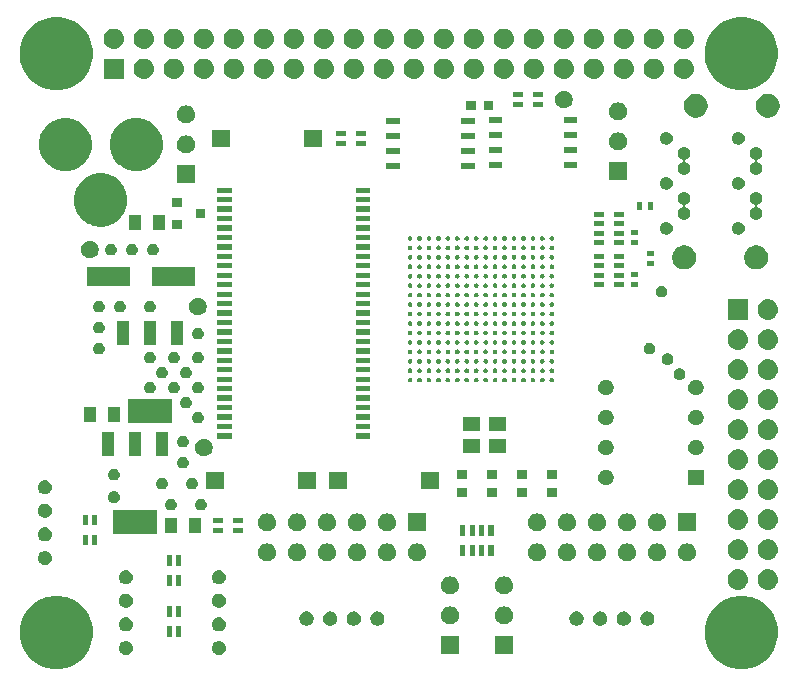
<source format=gts>
G04 #@! TF.GenerationSoftware,KiCad,Pcbnew,5.0.2+dfsg1-1*
G04 #@! TF.CreationDate,2019-07-13T11:11:03-06:00*
G04 #@! TF.ProjectId,CAT,4341542e-6b69-4636-9164-5f7063625858,0.1*
G04 #@! TF.SameCoordinates,Original*
G04 #@! TF.FileFunction,Soldermask,Top*
G04 #@! TF.FilePolarity,Negative*
%FSLAX46Y46*%
G04 Gerber Fmt 4.6, Leading zero omitted, Abs format (unit mm)*
G04 Created by KiCad (PCBNEW 5.0.2+dfsg1-1) date Sat 13 Jul 2019 11:11:03 AM MDT*
%MOMM*%
%LPD*%
G01*
G04 APERTURE LIST*
%ADD10C,0.100000*%
G04 APERTURE END LIST*
D10*
G36*
X62204599Y-49979421D02*
X62404237Y-50019131D01*
X62968401Y-50252815D01*
X63476135Y-50592072D01*
X63907928Y-51023865D01*
X64247185Y-51531599D01*
X64480869Y-52095763D01*
X64492430Y-52153884D01*
X64600000Y-52694675D01*
X64600000Y-53305325D01*
X64587135Y-53370000D01*
X64480869Y-53904237D01*
X64247185Y-54468401D01*
X63907928Y-54976135D01*
X63476135Y-55407928D01*
X62968401Y-55747185D01*
X62404237Y-55980869D01*
X62204599Y-56020579D01*
X61805325Y-56100000D01*
X61194675Y-56100000D01*
X60795401Y-56020579D01*
X60595763Y-55980869D01*
X60031599Y-55747185D01*
X59523865Y-55407928D01*
X59092072Y-54976135D01*
X58752815Y-54468401D01*
X58519131Y-53904237D01*
X58412865Y-53370000D01*
X58400000Y-53305325D01*
X58400000Y-52694675D01*
X58507570Y-52153884D01*
X58519131Y-52095763D01*
X58752815Y-51531599D01*
X59092072Y-51023865D01*
X59523865Y-50592072D01*
X60031599Y-50252815D01*
X60595763Y-50019131D01*
X60795401Y-49979421D01*
X61194675Y-49900000D01*
X61805325Y-49900000D01*
X62204599Y-49979421D01*
X62204599Y-49979421D01*
G37*
G36*
X4204599Y-49979421D02*
X4404237Y-50019131D01*
X4968401Y-50252815D01*
X5476135Y-50592072D01*
X5907928Y-51023865D01*
X6247185Y-51531599D01*
X6480869Y-52095763D01*
X6492430Y-52153884D01*
X6600000Y-52694675D01*
X6600000Y-53305325D01*
X6587135Y-53370000D01*
X6480869Y-53904237D01*
X6247185Y-54468401D01*
X5907928Y-54976135D01*
X5476135Y-55407928D01*
X4968401Y-55747185D01*
X4404237Y-55980869D01*
X4204599Y-56020579D01*
X3805325Y-56100000D01*
X3194675Y-56100000D01*
X2795401Y-56020579D01*
X2595763Y-55980869D01*
X2031599Y-55747185D01*
X1523865Y-55407928D01*
X1092072Y-54976135D01*
X752815Y-54468401D01*
X519131Y-53904237D01*
X412865Y-53370000D01*
X400000Y-53305325D01*
X400000Y-52694675D01*
X507570Y-52153884D01*
X519131Y-52095763D01*
X752815Y-51531599D01*
X1092072Y-51023865D01*
X1523865Y-50592072D01*
X2031599Y-50252815D01*
X2595763Y-50019131D01*
X2795401Y-49979421D01*
X3194675Y-49900000D01*
X3805325Y-49900000D01*
X4204599Y-49979421D01*
X4204599Y-49979421D01*
G37*
G36*
X9573012Y-53730797D02*
X9682207Y-53776027D01*
X9780481Y-53841692D01*
X9864048Y-53925259D01*
X9929713Y-54023533D01*
X9974943Y-54132728D01*
X9998000Y-54248644D01*
X9998000Y-54366836D01*
X9974943Y-54482752D01*
X9929713Y-54591947D01*
X9864048Y-54690221D01*
X9780481Y-54773788D01*
X9682207Y-54839453D01*
X9573012Y-54884683D01*
X9457096Y-54907740D01*
X9338904Y-54907740D01*
X9222988Y-54884683D01*
X9113793Y-54839453D01*
X9015519Y-54773788D01*
X8931952Y-54690221D01*
X8866287Y-54591947D01*
X8821057Y-54482752D01*
X8798000Y-54366836D01*
X8798000Y-54248644D01*
X8821057Y-54132728D01*
X8866287Y-54023533D01*
X8931952Y-53925259D01*
X9015519Y-53841692D01*
X9113793Y-53776027D01*
X9222988Y-53730797D01*
X9338904Y-53707740D01*
X9457096Y-53707740D01*
X9573012Y-53730797D01*
X9573012Y-53730797D01*
G37*
G36*
X17447012Y-53730797D02*
X17556207Y-53776027D01*
X17654481Y-53841692D01*
X17738048Y-53925259D01*
X17803713Y-54023533D01*
X17848943Y-54132728D01*
X17872000Y-54248644D01*
X17872000Y-54366836D01*
X17848943Y-54482752D01*
X17803713Y-54591947D01*
X17738048Y-54690221D01*
X17654481Y-54773788D01*
X17556207Y-54839453D01*
X17447012Y-54884683D01*
X17331096Y-54907740D01*
X17212904Y-54907740D01*
X17096988Y-54884683D01*
X16987793Y-54839453D01*
X16889519Y-54773788D01*
X16805952Y-54690221D01*
X16740287Y-54591947D01*
X16695057Y-54482752D01*
X16672000Y-54366836D01*
X16672000Y-54248644D01*
X16695057Y-54132728D01*
X16740287Y-54023533D01*
X16805952Y-53925259D01*
X16889519Y-53841692D01*
X16987793Y-53776027D01*
X17096988Y-53730797D01*
X17212904Y-53707740D01*
X17331096Y-53707740D01*
X17447012Y-53730797D01*
X17447012Y-53730797D01*
G37*
G36*
X37592000Y-54864000D02*
X36068000Y-54864000D01*
X36068000Y-53340000D01*
X37592000Y-53340000D01*
X37592000Y-54864000D01*
X37592000Y-54864000D01*
G37*
G36*
X42164000Y-54864000D02*
X40640000Y-54864000D01*
X40640000Y-53340000D01*
X42164000Y-53340000D01*
X42164000Y-54864000D01*
X42164000Y-54864000D01*
G37*
G36*
X14087000Y-53370000D02*
X13637000Y-53370000D01*
X13637000Y-52470000D01*
X14087000Y-52470000D01*
X14087000Y-53370000D01*
X14087000Y-53370000D01*
G37*
G36*
X13287000Y-53370000D02*
X12837000Y-53370000D01*
X12837000Y-52470000D01*
X13287000Y-52470000D01*
X13287000Y-53370000D01*
X13287000Y-53370000D01*
G37*
G36*
X17447012Y-51731817D02*
X17556207Y-51777047D01*
X17654481Y-51842712D01*
X17738048Y-51926279D01*
X17803713Y-52024553D01*
X17848943Y-52133748D01*
X17872000Y-52249664D01*
X17872000Y-52367856D01*
X17848943Y-52483772D01*
X17803713Y-52592967D01*
X17738048Y-52691241D01*
X17654481Y-52774808D01*
X17556207Y-52840473D01*
X17447012Y-52885703D01*
X17331096Y-52908760D01*
X17212904Y-52908760D01*
X17096988Y-52885703D01*
X16987793Y-52840473D01*
X16889519Y-52774808D01*
X16805952Y-52691241D01*
X16740287Y-52592967D01*
X16695057Y-52483772D01*
X16672000Y-52367856D01*
X16672000Y-52249664D01*
X16695057Y-52133748D01*
X16740287Y-52024553D01*
X16805952Y-51926279D01*
X16889519Y-51842712D01*
X16987793Y-51777047D01*
X17096988Y-51731817D01*
X17212904Y-51708760D01*
X17331096Y-51708760D01*
X17447012Y-51731817D01*
X17447012Y-51731817D01*
G37*
G36*
X9573012Y-51731817D02*
X9682207Y-51777047D01*
X9780481Y-51842712D01*
X9864048Y-51926279D01*
X9929713Y-52024553D01*
X9974943Y-52133748D01*
X9998000Y-52249664D01*
X9998000Y-52367856D01*
X9974943Y-52483772D01*
X9929713Y-52592967D01*
X9864048Y-52691241D01*
X9780481Y-52774808D01*
X9682207Y-52840473D01*
X9573012Y-52885703D01*
X9457096Y-52908760D01*
X9338904Y-52908760D01*
X9222988Y-52885703D01*
X9113793Y-52840473D01*
X9015519Y-52774808D01*
X8931952Y-52691241D01*
X8866287Y-52592967D01*
X8821057Y-52483772D01*
X8798000Y-52367856D01*
X8798000Y-52249664D01*
X8821057Y-52133748D01*
X8866287Y-52024553D01*
X8931952Y-51926279D01*
X9015519Y-51842712D01*
X9113793Y-51777047D01*
X9222988Y-51731817D01*
X9338904Y-51708760D01*
X9457096Y-51708760D01*
X9573012Y-51731817D01*
X9573012Y-51731817D01*
G37*
G36*
X30860752Y-51239057D02*
X30969947Y-51284287D01*
X31068221Y-51349952D01*
X31151788Y-51433519D01*
X31217453Y-51531793D01*
X31262683Y-51640988D01*
X31285740Y-51756904D01*
X31285740Y-51875096D01*
X31262683Y-51991012D01*
X31217453Y-52100207D01*
X31151788Y-52198481D01*
X31068221Y-52282048D01*
X30969947Y-52347713D01*
X30860752Y-52392943D01*
X30744836Y-52416000D01*
X30626644Y-52416000D01*
X30510728Y-52392943D01*
X30401533Y-52347713D01*
X30303259Y-52282048D01*
X30219692Y-52198481D01*
X30154027Y-52100207D01*
X30108797Y-51991012D01*
X30085740Y-51875096D01*
X30085740Y-51756904D01*
X30108797Y-51640988D01*
X30154027Y-51531793D01*
X30219692Y-51433519D01*
X30303259Y-51349952D01*
X30401533Y-51284287D01*
X30510728Y-51239057D01*
X30626644Y-51216000D01*
X30744836Y-51216000D01*
X30860752Y-51239057D01*
X30860752Y-51239057D01*
G37*
G36*
X47721272Y-51239057D02*
X47830467Y-51284287D01*
X47928741Y-51349952D01*
X48012308Y-51433519D01*
X48077973Y-51531793D01*
X48123203Y-51640988D01*
X48146260Y-51756904D01*
X48146260Y-51875096D01*
X48123203Y-51991012D01*
X48077973Y-52100207D01*
X48012308Y-52198481D01*
X47928741Y-52282048D01*
X47830467Y-52347713D01*
X47721272Y-52392943D01*
X47605356Y-52416000D01*
X47487164Y-52416000D01*
X47371248Y-52392943D01*
X47262053Y-52347713D01*
X47163779Y-52282048D01*
X47080212Y-52198481D01*
X47014547Y-52100207D01*
X46969317Y-51991012D01*
X46946260Y-51875096D01*
X46946260Y-51756904D01*
X46969317Y-51640988D01*
X47014547Y-51531793D01*
X47080212Y-51433519D01*
X47163779Y-51349952D01*
X47262053Y-51284287D01*
X47371248Y-51239057D01*
X47487164Y-51216000D01*
X47605356Y-51216000D01*
X47721272Y-51239057D01*
X47721272Y-51239057D01*
G37*
G36*
X51721772Y-51239057D02*
X51830967Y-51284287D01*
X51929241Y-51349952D01*
X52012808Y-51433519D01*
X52078473Y-51531793D01*
X52123703Y-51640988D01*
X52146760Y-51756904D01*
X52146760Y-51875096D01*
X52123703Y-51991012D01*
X52078473Y-52100207D01*
X52012808Y-52198481D01*
X51929241Y-52282048D01*
X51830967Y-52347713D01*
X51721772Y-52392943D01*
X51605856Y-52416000D01*
X51487664Y-52416000D01*
X51371748Y-52392943D01*
X51262553Y-52347713D01*
X51164279Y-52282048D01*
X51080712Y-52198481D01*
X51015047Y-52100207D01*
X50969817Y-51991012D01*
X50946760Y-51875096D01*
X50946760Y-51756904D01*
X50969817Y-51640988D01*
X51015047Y-51531793D01*
X51080712Y-51433519D01*
X51164279Y-51349952D01*
X51262553Y-51284287D01*
X51371748Y-51239057D01*
X51487664Y-51216000D01*
X51605856Y-51216000D01*
X51721772Y-51239057D01*
X51721772Y-51239057D01*
G37*
G36*
X49720252Y-51239057D02*
X49829447Y-51284287D01*
X49927721Y-51349952D01*
X50011288Y-51433519D01*
X50076953Y-51531793D01*
X50122183Y-51640988D01*
X50145240Y-51756904D01*
X50145240Y-51875096D01*
X50122183Y-51991012D01*
X50076953Y-52100207D01*
X50011288Y-52198481D01*
X49927721Y-52282048D01*
X49829447Y-52347713D01*
X49720252Y-52392943D01*
X49604336Y-52416000D01*
X49486144Y-52416000D01*
X49370228Y-52392943D01*
X49261033Y-52347713D01*
X49162759Y-52282048D01*
X49079192Y-52198481D01*
X49013527Y-52100207D01*
X48968297Y-51991012D01*
X48945240Y-51875096D01*
X48945240Y-51756904D01*
X48968297Y-51640988D01*
X49013527Y-51531793D01*
X49079192Y-51433519D01*
X49162759Y-51349952D01*
X49261033Y-51284287D01*
X49370228Y-51239057D01*
X49486144Y-51216000D01*
X49604336Y-51216000D01*
X49720252Y-51239057D01*
X49720252Y-51239057D01*
G37*
G36*
X24861272Y-51239057D02*
X24970467Y-51284287D01*
X25068741Y-51349952D01*
X25152308Y-51433519D01*
X25217973Y-51531793D01*
X25263203Y-51640988D01*
X25286260Y-51756904D01*
X25286260Y-51875096D01*
X25263203Y-51991012D01*
X25217973Y-52100207D01*
X25152308Y-52198481D01*
X25068741Y-52282048D01*
X24970467Y-52347713D01*
X24861272Y-52392943D01*
X24745356Y-52416000D01*
X24627164Y-52416000D01*
X24511248Y-52392943D01*
X24402053Y-52347713D01*
X24303779Y-52282048D01*
X24220212Y-52198481D01*
X24154547Y-52100207D01*
X24109317Y-51991012D01*
X24086260Y-51875096D01*
X24086260Y-51756904D01*
X24109317Y-51640988D01*
X24154547Y-51531793D01*
X24220212Y-51433519D01*
X24303779Y-51349952D01*
X24402053Y-51284287D01*
X24511248Y-51239057D01*
X24627164Y-51216000D01*
X24745356Y-51216000D01*
X24861272Y-51239057D01*
X24861272Y-51239057D01*
G37*
G36*
X28861772Y-51239057D02*
X28970967Y-51284287D01*
X29069241Y-51349952D01*
X29152808Y-51433519D01*
X29218473Y-51531793D01*
X29263703Y-51640988D01*
X29286760Y-51756904D01*
X29286760Y-51875096D01*
X29263703Y-51991012D01*
X29218473Y-52100207D01*
X29152808Y-52198481D01*
X29069241Y-52282048D01*
X28970967Y-52347713D01*
X28861772Y-52392943D01*
X28745856Y-52416000D01*
X28627664Y-52416000D01*
X28511748Y-52392943D01*
X28402553Y-52347713D01*
X28304279Y-52282048D01*
X28220712Y-52198481D01*
X28155047Y-52100207D01*
X28109817Y-51991012D01*
X28086760Y-51875096D01*
X28086760Y-51756904D01*
X28109817Y-51640988D01*
X28155047Y-51531793D01*
X28220712Y-51433519D01*
X28304279Y-51349952D01*
X28402553Y-51284287D01*
X28511748Y-51239057D01*
X28627664Y-51216000D01*
X28745856Y-51216000D01*
X28861772Y-51239057D01*
X28861772Y-51239057D01*
G37*
G36*
X26860252Y-51239057D02*
X26969447Y-51284287D01*
X27067721Y-51349952D01*
X27151288Y-51433519D01*
X27216953Y-51531793D01*
X27262183Y-51640988D01*
X27285240Y-51756904D01*
X27285240Y-51875096D01*
X27262183Y-51991012D01*
X27216953Y-52100207D01*
X27151288Y-52198481D01*
X27067721Y-52282048D01*
X26969447Y-52347713D01*
X26860252Y-52392943D01*
X26744336Y-52416000D01*
X26626144Y-52416000D01*
X26510228Y-52392943D01*
X26401033Y-52347713D01*
X26302759Y-52282048D01*
X26219192Y-52198481D01*
X26153527Y-52100207D01*
X26108297Y-51991012D01*
X26085240Y-51875096D01*
X26085240Y-51756904D01*
X26108297Y-51640988D01*
X26153527Y-51531793D01*
X26219192Y-51433519D01*
X26302759Y-51349952D01*
X26401033Y-51284287D01*
X26510228Y-51239057D01*
X26626144Y-51216000D01*
X26744336Y-51216000D01*
X26860252Y-51239057D01*
X26860252Y-51239057D01*
G37*
G36*
X53720752Y-51239057D02*
X53829947Y-51284287D01*
X53928221Y-51349952D01*
X54011788Y-51433519D01*
X54077453Y-51531793D01*
X54122683Y-51640988D01*
X54145740Y-51756904D01*
X54145740Y-51875096D01*
X54122683Y-51991012D01*
X54077453Y-52100207D01*
X54011788Y-52198481D01*
X53928221Y-52282048D01*
X53829947Y-52347713D01*
X53720752Y-52392943D01*
X53604836Y-52416000D01*
X53486644Y-52416000D01*
X53370728Y-52392943D01*
X53261533Y-52347713D01*
X53163259Y-52282048D01*
X53079692Y-52198481D01*
X53014027Y-52100207D01*
X52968797Y-51991012D01*
X52945740Y-51875096D01*
X52945740Y-51756904D01*
X52968797Y-51640988D01*
X53014027Y-51531793D01*
X53079692Y-51433519D01*
X53163259Y-51349952D01*
X53261533Y-51284287D01*
X53370728Y-51239057D01*
X53486644Y-51216000D01*
X53604836Y-51216000D01*
X53720752Y-51239057D01*
X53720752Y-51239057D01*
G37*
G36*
X37003195Y-50819522D02*
X37052267Y-50829283D01*
X37075612Y-50838953D01*
X37190942Y-50886724D01*
X37315750Y-50970118D01*
X37421882Y-51076250D01*
X37421884Y-51076253D01*
X37505276Y-51201058D01*
X37562717Y-51339733D01*
X37592000Y-51486950D01*
X37592000Y-51637050D01*
X37568160Y-51756905D01*
X37562717Y-51784266D01*
X37505276Y-51922942D01*
X37421882Y-52047750D01*
X37315750Y-52153882D01*
X37315747Y-52153884D01*
X37190942Y-52237276D01*
X37052267Y-52294717D01*
X37003195Y-52304478D01*
X36905052Y-52324000D01*
X36754948Y-52324000D01*
X36656805Y-52304478D01*
X36607733Y-52294717D01*
X36469058Y-52237276D01*
X36344253Y-52153884D01*
X36344250Y-52153882D01*
X36238118Y-52047750D01*
X36154724Y-51922942D01*
X36097283Y-51784266D01*
X36091841Y-51756905D01*
X36068000Y-51637050D01*
X36068000Y-51486950D01*
X36097283Y-51339733D01*
X36154724Y-51201058D01*
X36238116Y-51076253D01*
X36238118Y-51076250D01*
X36344250Y-50970118D01*
X36469058Y-50886724D01*
X36584388Y-50838953D01*
X36607733Y-50829283D01*
X36656805Y-50819522D01*
X36754948Y-50800000D01*
X36905052Y-50800000D01*
X37003195Y-50819522D01*
X37003195Y-50819522D01*
G37*
G36*
X41575195Y-50819522D02*
X41624267Y-50829283D01*
X41647612Y-50838953D01*
X41762942Y-50886724D01*
X41887750Y-50970118D01*
X41993882Y-51076250D01*
X41993884Y-51076253D01*
X42077276Y-51201058D01*
X42134717Y-51339733D01*
X42164000Y-51486950D01*
X42164000Y-51637050D01*
X42140160Y-51756905D01*
X42134717Y-51784266D01*
X42077276Y-51922942D01*
X41993882Y-52047750D01*
X41887750Y-52153882D01*
X41887747Y-52153884D01*
X41762942Y-52237276D01*
X41624267Y-52294717D01*
X41575195Y-52304478D01*
X41477052Y-52324000D01*
X41326948Y-52324000D01*
X41228805Y-52304478D01*
X41179733Y-52294717D01*
X41041058Y-52237276D01*
X40916253Y-52153884D01*
X40916250Y-52153882D01*
X40810118Y-52047750D01*
X40726724Y-51922942D01*
X40669283Y-51784266D01*
X40663841Y-51756905D01*
X40640000Y-51637050D01*
X40640000Y-51486950D01*
X40669283Y-51339733D01*
X40726724Y-51201058D01*
X40810116Y-51076253D01*
X40810118Y-51076250D01*
X40916250Y-50970118D01*
X41041058Y-50886724D01*
X41156388Y-50838953D01*
X41179733Y-50829283D01*
X41228805Y-50819522D01*
X41326948Y-50800000D01*
X41477052Y-50800000D01*
X41575195Y-50819522D01*
X41575195Y-50819522D01*
G37*
G36*
X14087000Y-51670000D02*
X13637000Y-51670000D01*
X13637000Y-50770000D01*
X14087000Y-50770000D01*
X14087000Y-51670000D01*
X14087000Y-51670000D01*
G37*
G36*
X13287000Y-51670000D02*
X12837000Y-51670000D01*
X12837000Y-50770000D01*
X13287000Y-50770000D01*
X13287000Y-51670000D01*
X13287000Y-51670000D01*
G37*
G36*
X9573012Y-49730297D02*
X9682207Y-49775527D01*
X9780481Y-49841192D01*
X9864048Y-49924759D01*
X9929713Y-50023033D01*
X9974943Y-50132228D01*
X9998000Y-50248144D01*
X9998000Y-50366336D01*
X9974943Y-50482252D01*
X9929713Y-50591447D01*
X9864048Y-50689721D01*
X9780481Y-50773288D01*
X9682207Y-50838953D01*
X9573012Y-50884183D01*
X9457096Y-50907240D01*
X9338904Y-50907240D01*
X9222988Y-50884183D01*
X9113793Y-50838953D01*
X9015519Y-50773288D01*
X8931952Y-50689721D01*
X8866287Y-50591447D01*
X8821057Y-50482252D01*
X8798000Y-50366336D01*
X8798000Y-50248144D01*
X8821057Y-50132228D01*
X8866287Y-50023033D01*
X8931952Y-49924759D01*
X9015519Y-49841192D01*
X9113793Y-49775527D01*
X9222988Y-49730297D01*
X9338904Y-49707240D01*
X9457096Y-49707240D01*
X9573012Y-49730297D01*
X9573012Y-49730297D01*
G37*
G36*
X17447012Y-49730297D02*
X17556207Y-49775527D01*
X17654481Y-49841192D01*
X17738048Y-49924759D01*
X17803713Y-50023033D01*
X17848943Y-50132228D01*
X17872000Y-50248144D01*
X17872000Y-50366336D01*
X17848943Y-50482252D01*
X17803713Y-50591447D01*
X17738048Y-50689721D01*
X17654481Y-50773288D01*
X17556207Y-50838953D01*
X17447012Y-50884183D01*
X17331096Y-50907240D01*
X17212904Y-50907240D01*
X17096988Y-50884183D01*
X16987793Y-50838953D01*
X16889519Y-50773288D01*
X16805952Y-50689721D01*
X16740287Y-50591447D01*
X16695057Y-50482252D01*
X16672000Y-50366336D01*
X16672000Y-50248144D01*
X16695057Y-50132228D01*
X16740287Y-50023033D01*
X16805952Y-49924759D01*
X16889519Y-49841192D01*
X16987793Y-49775527D01*
X17096988Y-49730297D01*
X17212904Y-49707240D01*
X17331096Y-49707240D01*
X17447012Y-49730297D01*
X17447012Y-49730297D01*
G37*
G36*
X37003195Y-48279522D02*
X37052267Y-48289283D01*
X37190942Y-48346724D01*
X37315750Y-48430118D01*
X37421882Y-48536250D01*
X37421884Y-48536253D01*
X37505276Y-48661058D01*
X37552186Y-48774308D01*
X37562717Y-48799734D01*
X37592000Y-48946948D01*
X37592000Y-49097052D01*
X37562717Y-49244266D01*
X37505276Y-49382942D01*
X37421882Y-49507750D01*
X37315750Y-49613882D01*
X37315747Y-49613884D01*
X37190942Y-49697276D01*
X37052267Y-49754717D01*
X37003195Y-49764478D01*
X36905052Y-49784000D01*
X36754948Y-49784000D01*
X36656805Y-49764478D01*
X36607733Y-49754717D01*
X36469058Y-49697276D01*
X36344253Y-49613884D01*
X36344250Y-49613882D01*
X36238118Y-49507750D01*
X36154724Y-49382942D01*
X36097283Y-49244266D01*
X36068000Y-49097052D01*
X36068000Y-48946948D01*
X36097283Y-48799734D01*
X36107815Y-48774308D01*
X36154724Y-48661058D01*
X36238116Y-48536253D01*
X36238118Y-48536250D01*
X36344250Y-48430118D01*
X36469058Y-48346724D01*
X36607733Y-48289283D01*
X36656805Y-48279522D01*
X36754948Y-48260000D01*
X36905052Y-48260000D01*
X37003195Y-48279522D01*
X37003195Y-48279522D01*
G37*
G36*
X41575195Y-48279522D02*
X41624267Y-48289283D01*
X41762942Y-48346724D01*
X41887750Y-48430118D01*
X41993882Y-48536250D01*
X41993884Y-48536253D01*
X42077276Y-48661058D01*
X42124186Y-48774308D01*
X42134717Y-48799734D01*
X42164000Y-48946948D01*
X42164000Y-49097052D01*
X42134717Y-49244266D01*
X42077276Y-49382942D01*
X41993882Y-49507750D01*
X41887750Y-49613882D01*
X41887747Y-49613884D01*
X41762942Y-49697276D01*
X41624267Y-49754717D01*
X41575195Y-49764478D01*
X41477052Y-49784000D01*
X41326948Y-49784000D01*
X41228805Y-49764478D01*
X41179733Y-49754717D01*
X41041058Y-49697276D01*
X40916253Y-49613884D01*
X40916250Y-49613882D01*
X40810118Y-49507750D01*
X40726724Y-49382942D01*
X40669283Y-49244266D01*
X40640000Y-49097052D01*
X40640000Y-48946948D01*
X40669283Y-48799734D01*
X40679815Y-48774308D01*
X40726724Y-48661058D01*
X40810116Y-48536253D01*
X40810118Y-48536250D01*
X40916250Y-48430118D01*
X41041058Y-48346724D01*
X41179733Y-48289283D01*
X41228805Y-48279522D01*
X41326948Y-48260000D01*
X41477052Y-48260000D01*
X41575195Y-48279522D01*
X41575195Y-48279522D01*
G37*
G36*
X63838712Y-47654565D02*
X63923295Y-47662896D01*
X64043727Y-47699429D01*
X64086088Y-47712279D01*
X64236112Y-47792468D01*
X64367612Y-47900388D01*
X64475532Y-48031888D01*
X64555721Y-48181912D01*
X64555722Y-48181916D01*
X64605104Y-48344705D01*
X64621778Y-48514000D01*
X64605104Y-48683295D01*
X64569783Y-48799733D01*
X64555721Y-48846088D01*
X64475532Y-48996112D01*
X64367612Y-49127612D01*
X64236112Y-49235532D01*
X64086088Y-49315721D01*
X64043727Y-49328571D01*
X63923295Y-49365104D01*
X63838712Y-49373435D01*
X63796421Y-49377600D01*
X63711579Y-49377600D01*
X63669288Y-49373435D01*
X63584705Y-49365104D01*
X63464273Y-49328571D01*
X63421912Y-49315721D01*
X63271888Y-49235532D01*
X63140388Y-49127612D01*
X63032468Y-48996112D01*
X62952279Y-48846088D01*
X62938217Y-48799733D01*
X62902896Y-48683295D01*
X62886222Y-48514000D01*
X62902896Y-48344705D01*
X62952278Y-48181916D01*
X62952279Y-48181912D01*
X63032468Y-48031888D01*
X63140388Y-47900388D01*
X63271888Y-47792468D01*
X63421912Y-47712279D01*
X63464273Y-47699429D01*
X63584705Y-47662896D01*
X63669288Y-47654565D01*
X63711579Y-47650400D01*
X63796421Y-47650400D01*
X63838712Y-47654565D01*
X63838712Y-47654565D01*
G37*
G36*
X61298712Y-47654565D02*
X61383295Y-47662896D01*
X61503727Y-47699429D01*
X61546088Y-47712279D01*
X61696112Y-47792468D01*
X61827612Y-47900388D01*
X61935532Y-48031888D01*
X62015721Y-48181912D01*
X62015722Y-48181916D01*
X62065104Y-48344705D01*
X62081778Y-48514000D01*
X62065104Y-48683295D01*
X62029783Y-48799733D01*
X62015721Y-48846088D01*
X61935532Y-48996112D01*
X61827612Y-49127612D01*
X61696112Y-49235532D01*
X61546088Y-49315721D01*
X61503727Y-49328571D01*
X61383295Y-49365104D01*
X61298712Y-49373435D01*
X61256421Y-49377600D01*
X61171579Y-49377600D01*
X61129288Y-49373435D01*
X61044705Y-49365104D01*
X60924273Y-49328571D01*
X60881912Y-49315721D01*
X60731888Y-49235532D01*
X60600388Y-49127612D01*
X60492468Y-48996112D01*
X60412279Y-48846088D01*
X60398217Y-48799733D01*
X60362896Y-48683295D01*
X60346222Y-48514000D01*
X60362896Y-48344705D01*
X60412278Y-48181916D01*
X60412279Y-48181912D01*
X60492468Y-48031888D01*
X60600388Y-47900388D01*
X60731888Y-47792468D01*
X60881912Y-47712279D01*
X60924273Y-47699429D01*
X61044705Y-47662896D01*
X61129288Y-47654565D01*
X61171579Y-47650400D01*
X61256421Y-47650400D01*
X61298712Y-47654565D01*
X61298712Y-47654565D01*
G37*
G36*
X13287000Y-49052000D02*
X12837000Y-49052000D01*
X12837000Y-48152000D01*
X13287000Y-48152000D01*
X13287000Y-49052000D01*
X13287000Y-49052000D01*
G37*
G36*
X14087000Y-49052000D02*
X13637000Y-49052000D01*
X13637000Y-48152000D01*
X14087000Y-48152000D01*
X14087000Y-49052000D01*
X14087000Y-49052000D01*
G37*
G36*
X17447012Y-47731317D02*
X17556207Y-47776547D01*
X17654481Y-47842212D01*
X17738048Y-47925779D01*
X17803713Y-48024053D01*
X17848943Y-48133248D01*
X17872000Y-48249164D01*
X17872000Y-48367356D01*
X17848943Y-48483272D01*
X17803713Y-48592467D01*
X17738048Y-48690741D01*
X17654481Y-48774308D01*
X17556207Y-48839973D01*
X17447012Y-48885203D01*
X17331096Y-48908260D01*
X17212904Y-48908260D01*
X17096988Y-48885203D01*
X16987793Y-48839973D01*
X16889519Y-48774308D01*
X16805952Y-48690741D01*
X16740287Y-48592467D01*
X16695057Y-48483272D01*
X16672000Y-48367356D01*
X16672000Y-48249164D01*
X16695057Y-48133248D01*
X16740287Y-48024053D01*
X16805952Y-47925779D01*
X16889519Y-47842212D01*
X16987793Y-47776547D01*
X17096988Y-47731317D01*
X17212904Y-47708260D01*
X17331096Y-47708260D01*
X17447012Y-47731317D01*
X17447012Y-47731317D01*
G37*
G36*
X9573012Y-47731317D02*
X9682207Y-47776547D01*
X9780481Y-47842212D01*
X9864048Y-47925779D01*
X9929713Y-48024053D01*
X9974943Y-48133248D01*
X9998000Y-48249164D01*
X9998000Y-48367356D01*
X9974943Y-48483272D01*
X9929713Y-48592467D01*
X9864048Y-48690741D01*
X9780481Y-48774308D01*
X9682207Y-48839973D01*
X9573012Y-48885203D01*
X9457096Y-48908260D01*
X9338904Y-48908260D01*
X9222988Y-48885203D01*
X9113793Y-48839973D01*
X9015519Y-48774308D01*
X8931952Y-48690741D01*
X8866287Y-48592467D01*
X8821057Y-48483272D01*
X8798000Y-48367356D01*
X8798000Y-48249164D01*
X8821057Y-48133248D01*
X8866287Y-48024053D01*
X8931952Y-47925779D01*
X9015519Y-47842212D01*
X9113793Y-47776547D01*
X9222988Y-47731317D01*
X9338904Y-47708260D01*
X9457096Y-47708260D01*
X9573012Y-47731317D01*
X9573012Y-47731317D01*
G37*
G36*
X14087000Y-47352000D02*
X13637000Y-47352000D01*
X13637000Y-46452000D01*
X14087000Y-46452000D01*
X14087000Y-47352000D01*
X14087000Y-47352000D01*
G37*
G36*
X13287000Y-47352000D02*
X12837000Y-47352000D01*
X12837000Y-46452000D01*
X13287000Y-46452000D01*
X13287000Y-47352000D01*
X13287000Y-47352000D01*
G37*
G36*
X2715012Y-46110797D02*
X2824207Y-46156027D01*
X2922481Y-46221692D01*
X3006048Y-46305259D01*
X3071713Y-46403533D01*
X3116943Y-46512728D01*
X3140000Y-46628644D01*
X3140000Y-46746836D01*
X3116943Y-46862752D01*
X3071713Y-46971947D01*
X3006048Y-47070221D01*
X2922481Y-47153788D01*
X2824207Y-47219453D01*
X2715012Y-47264683D01*
X2599096Y-47287740D01*
X2480904Y-47287740D01*
X2364988Y-47264683D01*
X2255793Y-47219453D01*
X2157519Y-47153788D01*
X2073952Y-47070221D01*
X2008287Y-46971947D01*
X1963057Y-46862752D01*
X1940000Y-46746836D01*
X1940000Y-46628644D01*
X1963057Y-46512728D01*
X2008287Y-46403533D01*
X2073952Y-46305259D01*
X2157519Y-46221692D01*
X2255793Y-46156027D01*
X2364988Y-46110797D01*
X2480904Y-46087740D01*
X2599096Y-46087740D01*
X2715012Y-46110797D01*
X2715012Y-46110797D01*
G37*
G36*
X31669195Y-45485522D02*
X31718267Y-45495283D01*
X31856942Y-45552724D01*
X31981750Y-45636118D01*
X32087882Y-45742250D01*
X32087884Y-45742253D01*
X32171276Y-45867058D01*
X32215573Y-45974000D01*
X32228717Y-46005734D01*
X32249616Y-46110797D01*
X32258000Y-46152950D01*
X32258000Y-46303050D01*
X32228717Y-46450267D01*
X32202845Y-46512728D01*
X32171276Y-46588942D01*
X32087882Y-46713750D01*
X31981750Y-46819882D01*
X31981747Y-46819884D01*
X31856942Y-46903276D01*
X31718267Y-46960717D01*
X31669195Y-46970478D01*
X31571052Y-46990000D01*
X31420948Y-46990000D01*
X31322805Y-46970478D01*
X31273733Y-46960717D01*
X31135058Y-46903276D01*
X31010253Y-46819884D01*
X31010250Y-46819882D01*
X30904118Y-46713750D01*
X30820724Y-46588942D01*
X30789155Y-46512728D01*
X30763283Y-46450267D01*
X30734000Y-46303050D01*
X30734000Y-46152950D01*
X30742385Y-46110797D01*
X30763283Y-46005734D01*
X30776428Y-45974000D01*
X30820724Y-45867058D01*
X30904116Y-45742253D01*
X30904118Y-45742250D01*
X31010250Y-45636118D01*
X31135058Y-45552724D01*
X31273733Y-45495283D01*
X31322805Y-45485522D01*
X31420948Y-45466000D01*
X31571052Y-45466000D01*
X31669195Y-45485522D01*
X31669195Y-45485522D01*
G37*
G36*
X24049195Y-45485522D02*
X24098267Y-45495283D01*
X24236942Y-45552724D01*
X24361750Y-45636118D01*
X24467882Y-45742250D01*
X24467884Y-45742253D01*
X24551276Y-45867058D01*
X24595573Y-45974000D01*
X24608717Y-46005734D01*
X24629616Y-46110797D01*
X24638000Y-46152950D01*
X24638000Y-46303050D01*
X24608717Y-46450267D01*
X24582845Y-46512728D01*
X24551276Y-46588942D01*
X24467882Y-46713750D01*
X24361750Y-46819882D01*
X24361747Y-46819884D01*
X24236942Y-46903276D01*
X24098267Y-46960717D01*
X24049195Y-46970478D01*
X23951052Y-46990000D01*
X23800948Y-46990000D01*
X23702805Y-46970478D01*
X23653733Y-46960717D01*
X23515058Y-46903276D01*
X23390253Y-46819884D01*
X23390250Y-46819882D01*
X23284118Y-46713750D01*
X23200724Y-46588942D01*
X23169155Y-46512728D01*
X23143283Y-46450267D01*
X23114000Y-46303050D01*
X23114000Y-46152950D01*
X23122385Y-46110797D01*
X23143283Y-46005734D01*
X23156428Y-45974000D01*
X23200724Y-45867058D01*
X23284116Y-45742253D01*
X23284118Y-45742250D01*
X23390250Y-45636118D01*
X23515058Y-45552724D01*
X23653733Y-45495283D01*
X23702805Y-45485522D01*
X23800948Y-45466000D01*
X23951052Y-45466000D01*
X24049195Y-45485522D01*
X24049195Y-45485522D01*
G37*
G36*
X26589195Y-45485522D02*
X26638267Y-45495283D01*
X26776942Y-45552724D01*
X26901750Y-45636118D01*
X27007882Y-45742250D01*
X27007884Y-45742253D01*
X27091276Y-45867058D01*
X27135573Y-45974000D01*
X27148717Y-46005734D01*
X27169616Y-46110797D01*
X27178000Y-46152950D01*
X27178000Y-46303050D01*
X27148717Y-46450267D01*
X27122845Y-46512728D01*
X27091276Y-46588942D01*
X27007882Y-46713750D01*
X26901750Y-46819882D01*
X26901747Y-46819884D01*
X26776942Y-46903276D01*
X26638267Y-46960717D01*
X26589195Y-46970478D01*
X26491052Y-46990000D01*
X26340948Y-46990000D01*
X26242805Y-46970478D01*
X26193733Y-46960717D01*
X26055058Y-46903276D01*
X25930253Y-46819884D01*
X25930250Y-46819882D01*
X25824118Y-46713750D01*
X25740724Y-46588942D01*
X25709155Y-46512728D01*
X25683283Y-46450267D01*
X25654000Y-46303050D01*
X25654000Y-46152950D01*
X25662385Y-46110797D01*
X25683283Y-46005734D01*
X25696428Y-45974000D01*
X25740724Y-45867058D01*
X25824116Y-45742253D01*
X25824118Y-45742250D01*
X25930250Y-45636118D01*
X26055058Y-45552724D01*
X26193733Y-45495283D01*
X26242805Y-45485522D01*
X26340948Y-45466000D01*
X26491052Y-45466000D01*
X26589195Y-45485522D01*
X26589195Y-45485522D01*
G37*
G36*
X51989195Y-45485522D02*
X52038267Y-45495283D01*
X52176942Y-45552724D01*
X52301750Y-45636118D01*
X52407882Y-45742250D01*
X52407884Y-45742253D01*
X52491276Y-45867058D01*
X52535573Y-45974000D01*
X52548717Y-46005734D01*
X52569616Y-46110797D01*
X52578000Y-46152950D01*
X52578000Y-46303050D01*
X52548717Y-46450267D01*
X52522845Y-46512728D01*
X52491276Y-46588942D01*
X52407882Y-46713750D01*
X52301750Y-46819882D01*
X52301747Y-46819884D01*
X52176942Y-46903276D01*
X52038267Y-46960717D01*
X51989195Y-46970478D01*
X51891052Y-46990000D01*
X51740948Y-46990000D01*
X51642805Y-46970478D01*
X51593733Y-46960717D01*
X51455058Y-46903276D01*
X51330253Y-46819884D01*
X51330250Y-46819882D01*
X51224118Y-46713750D01*
X51140724Y-46588942D01*
X51109155Y-46512728D01*
X51083283Y-46450267D01*
X51054000Y-46303050D01*
X51054000Y-46152950D01*
X51062385Y-46110797D01*
X51083283Y-46005734D01*
X51096428Y-45974000D01*
X51140724Y-45867058D01*
X51224116Y-45742253D01*
X51224118Y-45742250D01*
X51330250Y-45636118D01*
X51455058Y-45552724D01*
X51593733Y-45495283D01*
X51642805Y-45485522D01*
X51740948Y-45466000D01*
X51891052Y-45466000D01*
X51989195Y-45485522D01*
X51989195Y-45485522D01*
G37*
G36*
X57069195Y-45485522D02*
X57118267Y-45495283D01*
X57256942Y-45552724D01*
X57381750Y-45636118D01*
X57487882Y-45742250D01*
X57487884Y-45742253D01*
X57571276Y-45867058D01*
X57615573Y-45974000D01*
X57628717Y-46005734D01*
X57649616Y-46110797D01*
X57658000Y-46152950D01*
X57658000Y-46303050D01*
X57628717Y-46450267D01*
X57602845Y-46512728D01*
X57571276Y-46588942D01*
X57487882Y-46713750D01*
X57381750Y-46819882D01*
X57381747Y-46819884D01*
X57256942Y-46903276D01*
X57118267Y-46960717D01*
X57069195Y-46970478D01*
X56971052Y-46990000D01*
X56820948Y-46990000D01*
X56722805Y-46970478D01*
X56673733Y-46960717D01*
X56535058Y-46903276D01*
X56410253Y-46819884D01*
X56410250Y-46819882D01*
X56304118Y-46713750D01*
X56220724Y-46588942D01*
X56189155Y-46512728D01*
X56163283Y-46450267D01*
X56134000Y-46303050D01*
X56134000Y-46152950D01*
X56142385Y-46110797D01*
X56163283Y-46005734D01*
X56176428Y-45974000D01*
X56220724Y-45867058D01*
X56304116Y-45742253D01*
X56304118Y-45742250D01*
X56410250Y-45636118D01*
X56535058Y-45552724D01*
X56673733Y-45495283D01*
X56722805Y-45485522D01*
X56820948Y-45466000D01*
X56971052Y-45466000D01*
X57069195Y-45485522D01*
X57069195Y-45485522D01*
G37*
G36*
X29129195Y-45485522D02*
X29178267Y-45495283D01*
X29316942Y-45552724D01*
X29441750Y-45636118D01*
X29547882Y-45742250D01*
X29547884Y-45742253D01*
X29631276Y-45867058D01*
X29675573Y-45974000D01*
X29688717Y-46005734D01*
X29709616Y-46110797D01*
X29718000Y-46152950D01*
X29718000Y-46303050D01*
X29688717Y-46450267D01*
X29662845Y-46512728D01*
X29631276Y-46588942D01*
X29547882Y-46713750D01*
X29441750Y-46819882D01*
X29441747Y-46819884D01*
X29316942Y-46903276D01*
X29178267Y-46960717D01*
X29129195Y-46970478D01*
X29031052Y-46990000D01*
X28880948Y-46990000D01*
X28782805Y-46970478D01*
X28733733Y-46960717D01*
X28595058Y-46903276D01*
X28470253Y-46819884D01*
X28470250Y-46819882D01*
X28364118Y-46713750D01*
X28280724Y-46588942D01*
X28249155Y-46512728D01*
X28223283Y-46450267D01*
X28194000Y-46303050D01*
X28194000Y-46152950D01*
X28202385Y-46110797D01*
X28223283Y-46005734D01*
X28236428Y-45974000D01*
X28280724Y-45867058D01*
X28364116Y-45742253D01*
X28364118Y-45742250D01*
X28470250Y-45636118D01*
X28595058Y-45552724D01*
X28733733Y-45495283D01*
X28782805Y-45485522D01*
X28880948Y-45466000D01*
X29031052Y-45466000D01*
X29129195Y-45485522D01*
X29129195Y-45485522D01*
G37*
G36*
X44369195Y-45485522D02*
X44418267Y-45495283D01*
X44556942Y-45552724D01*
X44681750Y-45636118D01*
X44787882Y-45742250D01*
X44787884Y-45742253D01*
X44871276Y-45867058D01*
X44915573Y-45974000D01*
X44928717Y-46005734D01*
X44949616Y-46110797D01*
X44958000Y-46152950D01*
X44958000Y-46303050D01*
X44928717Y-46450267D01*
X44902845Y-46512728D01*
X44871276Y-46588942D01*
X44787882Y-46713750D01*
X44681750Y-46819882D01*
X44681747Y-46819884D01*
X44556942Y-46903276D01*
X44418267Y-46960717D01*
X44369195Y-46970478D01*
X44271052Y-46990000D01*
X44120948Y-46990000D01*
X44022805Y-46970478D01*
X43973733Y-46960717D01*
X43835058Y-46903276D01*
X43710253Y-46819884D01*
X43710250Y-46819882D01*
X43604118Y-46713750D01*
X43520724Y-46588942D01*
X43489155Y-46512728D01*
X43463283Y-46450267D01*
X43434000Y-46303050D01*
X43434000Y-46152950D01*
X43442385Y-46110797D01*
X43463283Y-46005734D01*
X43476428Y-45974000D01*
X43520724Y-45867058D01*
X43604116Y-45742253D01*
X43604118Y-45742250D01*
X43710250Y-45636118D01*
X43835058Y-45552724D01*
X43973733Y-45495283D01*
X44022805Y-45485522D01*
X44120948Y-45466000D01*
X44271052Y-45466000D01*
X44369195Y-45485522D01*
X44369195Y-45485522D01*
G37*
G36*
X54529195Y-45485522D02*
X54578267Y-45495283D01*
X54716942Y-45552724D01*
X54841750Y-45636118D01*
X54947882Y-45742250D01*
X54947884Y-45742253D01*
X55031276Y-45867058D01*
X55075573Y-45974000D01*
X55088717Y-46005734D01*
X55109616Y-46110797D01*
X55118000Y-46152950D01*
X55118000Y-46303050D01*
X55088717Y-46450267D01*
X55062845Y-46512728D01*
X55031276Y-46588942D01*
X54947882Y-46713750D01*
X54841750Y-46819882D01*
X54841747Y-46819884D01*
X54716942Y-46903276D01*
X54578267Y-46960717D01*
X54529195Y-46970478D01*
X54431052Y-46990000D01*
X54280948Y-46990000D01*
X54182805Y-46970478D01*
X54133733Y-46960717D01*
X53995058Y-46903276D01*
X53870253Y-46819884D01*
X53870250Y-46819882D01*
X53764118Y-46713750D01*
X53680724Y-46588942D01*
X53649155Y-46512728D01*
X53623283Y-46450267D01*
X53594000Y-46303050D01*
X53594000Y-46152950D01*
X53602385Y-46110797D01*
X53623283Y-46005734D01*
X53636428Y-45974000D01*
X53680724Y-45867058D01*
X53764116Y-45742253D01*
X53764118Y-45742250D01*
X53870250Y-45636118D01*
X53995058Y-45552724D01*
X54133733Y-45495283D01*
X54182805Y-45485522D01*
X54280948Y-45466000D01*
X54431052Y-45466000D01*
X54529195Y-45485522D01*
X54529195Y-45485522D01*
G37*
G36*
X49449195Y-45485522D02*
X49498267Y-45495283D01*
X49636942Y-45552724D01*
X49761750Y-45636118D01*
X49867882Y-45742250D01*
X49867884Y-45742253D01*
X49951276Y-45867058D01*
X49995573Y-45974000D01*
X50008717Y-46005734D01*
X50029616Y-46110797D01*
X50038000Y-46152950D01*
X50038000Y-46303050D01*
X50008717Y-46450267D01*
X49982845Y-46512728D01*
X49951276Y-46588942D01*
X49867882Y-46713750D01*
X49761750Y-46819882D01*
X49761747Y-46819884D01*
X49636942Y-46903276D01*
X49498267Y-46960717D01*
X49449195Y-46970478D01*
X49351052Y-46990000D01*
X49200948Y-46990000D01*
X49102805Y-46970478D01*
X49053733Y-46960717D01*
X48915058Y-46903276D01*
X48790253Y-46819884D01*
X48790250Y-46819882D01*
X48684118Y-46713750D01*
X48600724Y-46588942D01*
X48569155Y-46512728D01*
X48543283Y-46450267D01*
X48514000Y-46303050D01*
X48514000Y-46152950D01*
X48522385Y-46110797D01*
X48543283Y-46005734D01*
X48556428Y-45974000D01*
X48600724Y-45867058D01*
X48684116Y-45742253D01*
X48684118Y-45742250D01*
X48790250Y-45636118D01*
X48915058Y-45552724D01*
X49053733Y-45495283D01*
X49102805Y-45485522D01*
X49200948Y-45466000D01*
X49351052Y-45466000D01*
X49449195Y-45485522D01*
X49449195Y-45485522D01*
G37*
G36*
X34209195Y-45485522D02*
X34258267Y-45495283D01*
X34396942Y-45552724D01*
X34521750Y-45636118D01*
X34627882Y-45742250D01*
X34627884Y-45742253D01*
X34711276Y-45867058D01*
X34755573Y-45974000D01*
X34768717Y-46005734D01*
X34789616Y-46110797D01*
X34798000Y-46152950D01*
X34798000Y-46303050D01*
X34768717Y-46450267D01*
X34742845Y-46512728D01*
X34711276Y-46588942D01*
X34627882Y-46713750D01*
X34521750Y-46819882D01*
X34521747Y-46819884D01*
X34396942Y-46903276D01*
X34258267Y-46960717D01*
X34209195Y-46970478D01*
X34111052Y-46990000D01*
X33960948Y-46990000D01*
X33862805Y-46970478D01*
X33813733Y-46960717D01*
X33675058Y-46903276D01*
X33550253Y-46819884D01*
X33550250Y-46819882D01*
X33444118Y-46713750D01*
X33360724Y-46588942D01*
X33329155Y-46512728D01*
X33303283Y-46450267D01*
X33274000Y-46303050D01*
X33274000Y-46152950D01*
X33282385Y-46110797D01*
X33303283Y-46005734D01*
X33316428Y-45974000D01*
X33360724Y-45867058D01*
X33444116Y-45742253D01*
X33444118Y-45742250D01*
X33550250Y-45636118D01*
X33675058Y-45552724D01*
X33813733Y-45495283D01*
X33862805Y-45485522D01*
X33960948Y-45466000D01*
X34111052Y-45466000D01*
X34209195Y-45485522D01*
X34209195Y-45485522D01*
G37*
G36*
X46909195Y-45485522D02*
X46958267Y-45495283D01*
X47096942Y-45552724D01*
X47221750Y-45636118D01*
X47327882Y-45742250D01*
X47327884Y-45742253D01*
X47411276Y-45867058D01*
X47455573Y-45974000D01*
X47468717Y-46005734D01*
X47489616Y-46110797D01*
X47498000Y-46152950D01*
X47498000Y-46303050D01*
X47468717Y-46450267D01*
X47442845Y-46512728D01*
X47411276Y-46588942D01*
X47327882Y-46713750D01*
X47221750Y-46819882D01*
X47221747Y-46819884D01*
X47096942Y-46903276D01*
X46958267Y-46960717D01*
X46909195Y-46970478D01*
X46811052Y-46990000D01*
X46660948Y-46990000D01*
X46562805Y-46970478D01*
X46513733Y-46960717D01*
X46375058Y-46903276D01*
X46250253Y-46819884D01*
X46250250Y-46819882D01*
X46144118Y-46713750D01*
X46060724Y-46588942D01*
X46029155Y-46512728D01*
X46003283Y-46450267D01*
X45974000Y-46303050D01*
X45974000Y-46152950D01*
X45982385Y-46110797D01*
X46003283Y-46005734D01*
X46016428Y-45974000D01*
X46060724Y-45867058D01*
X46144116Y-45742253D01*
X46144118Y-45742250D01*
X46250250Y-45636118D01*
X46375058Y-45552724D01*
X46513733Y-45495283D01*
X46562805Y-45485522D01*
X46660948Y-45466000D01*
X46811052Y-45466000D01*
X46909195Y-45485522D01*
X46909195Y-45485522D01*
G37*
G36*
X21509195Y-45485522D02*
X21558267Y-45495283D01*
X21696942Y-45552724D01*
X21821750Y-45636118D01*
X21927882Y-45742250D01*
X21927884Y-45742253D01*
X22011276Y-45867058D01*
X22055573Y-45974000D01*
X22068717Y-46005734D01*
X22089616Y-46110797D01*
X22098000Y-46152950D01*
X22098000Y-46303050D01*
X22068717Y-46450267D01*
X22042845Y-46512728D01*
X22011276Y-46588942D01*
X21927882Y-46713750D01*
X21821750Y-46819882D01*
X21821747Y-46819884D01*
X21696942Y-46903276D01*
X21558267Y-46960717D01*
X21509195Y-46970478D01*
X21411052Y-46990000D01*
X21260948Y-46990000D01*
X21162805Y-46970478D01*
X21113733Y-46960717D01*
X20975058Y-46903276D01*
X20850253Y-46819884D01*
X20850250Y-46819882D01*
X20744118Y-46713750D01*
X20660724Y-46588942D01*
X20629155Y-46512728D01*
X20603283Y-46450267D01*
X20574000Y-46303050D01*
X20574000Y-46152950D01*
X20582385Y-46110797D01*
X20603283Y-46005734D01*
X20616428Y-45974000D01*
X20660724Y-45867058D01*
X20744116Y-45742253D01*
X20744118Y-45742250D01*
X20850250Y-45636118D01*
X20975058Y-45552724D01*
X21113733Y-45495283D01*
X21162805Y-45485522D01*
X21260948Y-45466000D01*
X21411052Y-45466000D01*
X21509195Y-45485522D01*
X21509195Y-45485522D01*
G37*
G36*
X61298712Y-45114565D02*
X61383295Y-45122896D01*
X61488500Y-45154810D01*
X61546088Y-45172279D01*
X61696112Y-45252468D01*
X61827612Y-45360388D01*
X61935532Y-45491888D01*
X62015721Y-45641912D01*
X62015722Y-45641916D01*
X62065104Y-45804705D01*
X62081778Y-45974000D01*
X62065104Y-46143295D01*
X62041323Y-46221690D01*
X62015721Y-46306088D01*
X61935532Y-46456112D01*
X61827612Y-46587612D01*
X61696112Y-46695532D01*
X61546088Y-46775721D01*
X61503727Y-46788571D01*
X61383295Y-46825104D01*
X61298712Y-46833435D01*
X61256421Y-46837600D01*
X61171579Y-46837600D01*
X61129288Y-46833435D01*
X61044705Y-46825104D01*
X60924273Y-46788571D01*
X60881912Y-46775721D01*
X60731888Y-46695532D01*
X60600388Y-46587612D01*
X60492468Y-46456112D01*
X60412279Y-46306088D01*
X60386677Y-46221690D01*
X60362896Y-46143295D01*
X60346222Y-45974000D01*
X60362896Y-45804705D01*
X60412278Y-45641916D01*
X60412279Y-45641912D01*
X60492468Y-45491888D01*
X60600388Y-45360388D01*
X60731888Y-45252468D01*
X60881912Y-45172279D01*
X60939500Y-45154810D01*
X61044705Y-45122896D01*
X61129288Y-45114565D01*
X61171579Y-45110400D01*
X61256421Y-45110400D01*
X61298712Y-45114565D01*
X61298712Y-45114565D01*
G37*
G36*
X63838712Y-45114565D02*
X63923295Y-45122896D01*
X64028500Y-45154810D01*
X64086088Y-45172279D01*
X64236112Y-45252468D01*
X64367612Y-45360388D01*
X64475532Y-45491888D01*
X64555721Y-45641912D01*
X64555722Y-45641916D01*
X64605104Y-45804705D01*
X64621778Y-45974000D01*
X64605104Y-46143295D01*
X64581323Y-46221690D01*
X64555721Y-46306088D01*
X64475532Y-46456112D01*
X64367612Y-46587612D01*
X64236112Y-46695532D01*
X64086088Y-46775721D01*
X64043727Y-46788571D01*
X63923295Y-46825104D01*
X63838712Y-46833435D01*
X63796421Y-46837600D01*
X63711579Y-46837600D01*
X63669288Y-46833435D01*
X63584705Y-46825104D01*
X63464273Y-46788571D01*
X63421912Y-46775721D01*
X63271888Y-46695532D01*
X63140388Y-46587612D01*
X63032468Y-46456112D01*
X62952279Y-46306088D01*
X62926677Y-46221690D01*
X62902896Y-46143295D01*
X62886222Y-45974000D01*
X62902896Y-45804705D01*
X62952278Y-45641916D01*
X62952279Y-45641912D01*
X63032468Y-45491888D01*
X63140388Y-45360388D01*
X63271888Y-45252468D01*
X63421912Y-45172279D01*
X63479500Y-45154810D01*
X63584705Y-45122896D01*
X63669288Y-45114565D01*
X63711579Y-45110400D01*
X63796421Y-45110400D01*
X63838712Y-45114565D01*
X63838712Y-45114565D01*
G37*
G36*
X38141000Y-46512000D02*
X37691000Y-46512000D01*
X37691000Y-45612000D01*
X38141000Y-45612000D01*
X38141000Y-46512000D01*
X38141000Y-46512000D01*
G37*
G36*
X40541000Y-46512000D02*
X40091000Y-46512000D01*
X40091000Y-45612000D01*
X40541000Y-45612000D01*
X40541000Y-46512000D01*
X40541000Y-46512000D01*
G37*
G36*
X38941000Y-46512000D02*
X38491000Y-46512000D01*
X38491000Y-45612000D01*
X38941000Y-45612000D01*
X38941000Y-46512000D01*
X38941000Y-46512000D01*
G37*
G36*
X39741000Y-46512000D02*
X39291000Y-46512000D01*
X39291000Y-45612000D01*
X39741000Y-45612000D01*
X39741000Y-46512000D01*
X39741000Y-46512000D01*
G37*
G36*
X6975000Y-45623000D02*
X6525000Y-45623000D01*
X6525000Y-44723000D01*
X6975000Y-44723000D01*
X6975000Y-45623000D01*
X6975000Y-45623000D01*
G37*
G36*
X6175000Y-45623000D02*
X5725000Y-45623000D01*
X5725000Y-44723000D01*
X6175000Y-44723000D01*
X6175000Y-45623000D01*
X6175000Y-45623000D01*
G37*
G36*
X2715012Y-44111817D02*
X2824207Y-44157047D01*
X2922481Y-44222712D01*
X3006048Y-44306279D01*
X3071713Y-44404553D01*
X3116943Y-44513748D01*
X3140000Y-44629664D01*
X3140000Y-44747856D01*
X3116943Y-44863772D01*
X3071713Y-44972967D01*
X3006048Y-45071241D01*
X2922481Y-45154808D01*
X2824207Y-45220473D01*
X2715012Y-45265703D01*
X2599096Y-45288760D01*
X2480904Y-45288760D01*
X2364988Y-45265703D01*
X2255793Y-45220473D01*
X2157519Y-45154808D01*
X2073952Y-45071241D01*
X2008287Y-44972967D01*
X1963057Y-44863772D01*
X1940000Y-44747856D01*
X1940000Y-44629664D01*
X1963057Y-44513748D01*
X2008287Y-44404553D01*
X2073952Y-44306279D01*
X2157519Y-44222712D01*
X2255793Y-44157047D01*
X2364988Y-44111817D01*
X2480904Y-44088760D01*
X2599096Y-44088760D01*
X2715012Y-44111817D01*
X2715012Y-44111817D01*
G37*
G36*
X38141000Y-44812000D02*
X37691000Y-44812000D01*
X37691000Y-43912000D01*
X38141000Y-43912000D01*
X38141000Y-44812000D01*
X38141000Y-44812000D01*
G37*
G36*
X40541000Y-44812000D02*
X40091000Y-44812000D01*
X40091000Y-43912000D01*
X40541000Y-43912000D01*
X40541000Y-44812000D01*
X40541000Y-44812000D01*
G37*
G36*
X38941000Y-44812000D02*
X38491000Y-44812000D01*
X38491000Y-43912000D01*
X38941000Y-43912000D01*
X38941000Y-44812000D01*
X38941000Y-44812000D01*
G37*
G36*
X39741000Y-44812000D02*
X39291000Y-44812000D01*
X39291000Y-43912000D01*
X39741000Y-43912000D01*
X39741000Y-44812000D01*
X39741000Y-44812000D01*
G37*
G36*
X11988800Y-44704000D02*
X8331200Y-44704000D01*
X8331200Y-42672000D01*
X11988800Y-42672000D01*
X11988800Y-44704000D01*
X11988800Y-44704000D01*
G37*
G36*
X13724000Y-44567000D02*
X12724000Y-44567000D01*
X12724000Y-43317000D01*
X13724000Y-43317000D01*
X13724000Y-44567000D01*
X13724000Y-44567000D01*
G37*
G36*
X19334000Y-44567000D02*
X18434000Y-44567000D01*
X18434000Y-44117000D01*
X19334000Y-44117000D01*
X19334000Y-44567000D01*
X19334000Y-44567000D01*
G37*
G36*
X17634000Y-44567000D02*
X16734000Y-44567000D01*
X16734000Y-44117000D01*
X17634000Y-44117000D01*
X17634000Y-44567000D01*
X17634000Y-44567000D01*
G37*
G36*
X15724000Y-44567000D02*
X14724000Y-44567000D01*
X14724000Y-43317000D01*
X15724000Y-43317000D01*
X15724000Y-44567000D01*
X15724000Y-44567000D01*
G37*
G36*
X21509195Y-42945522D02*
X21558267Y-42955283D01*
X21597290Y-42971447D01*
X21696942Y-43012724D01*
X21821750Y-43096118D01*
X21927882Y-43202250D01*
X21927884Y-43202253D01*
X22011276Y-43327058D01*
X22055573Y-43434000D01*
X22068717Y-43465734D01*
X22098000Y-43612948D01*
X22098000Y-43763052D01*
X22078478Y-43861195D01*
X22068717Y-43910267D01*
X22011827Y-44047612D01*
X22011276Y-44048942D01*
X21927882Y-44173750D01*
X21821750Y-44279882D01*
X21821747Y-44279884D01*
X21696942Y-44363276D01*
X21558267Y-44420717D01*
X21509195Y-44430478D01*
X21411052Y-44450000D01*
X21260948Y-44450000D01*
X21162805Y-44430478D01*
X21113733Y-44420717D01*
X20975058Y-44363276D01*
X20850253Y-44279884D01*
X20850250Y-44279882D01*
X20744118Y-44173750D01*
X20660724Y-44048942D01*
X20660173Y-44047612D01*
X20603283Y-43910267D01*
X20593522Y-43861195D01*
X20574000Y-43763052D01*
X20574000Y-43612948D01*
X20603283Y-43465734D01*
X20616428Y-43434000D01*
X20660724Y-43327058D01*
X20744116Y-43202253D01*
X20744118Y-43202250D01*
X20850250Y-43096118D01*
X20975058Y-43012724D01*
X21074710Y-42971447D01*
X21113733Y-42955283D01*
X21162805Y-42945522D01*
X21260948Y-42926000D01*
X21411052Y-42926000D01*
X21509195Y-42945522D01*
X21509195Y-42945522D01*
G37*
G36*
X26589195Y-42945522D02*
X26638267Y-42955283D01*
X26677290Y-42971447D01*
X26776942Y-43012724D01*
X26901750Y-43096118D01*
X27007882Y-43202250D01*
X27007884Y-43202253D01*
X27091276Y-43327058D01*
X27135573Y-43434000D01*
X27148717Y-43465734D01*
X27178000Y-43612948D01*
X27178000Y-43763052D01*
X27158478Y-43861195D01*
X27148717Y-43910267D01*
X27091827Y-44047612D01*
X27091276Y-44048942D01*
X27007882Y-44173750D01*
X26901750Y-44279882D01*
X26901747Y-44279884D01*
X26776942Y-44363276D01*
X26638267Y-44420717D01*
X26589195Y-44430478D01*
X26491052Y-44450000D01*
X26340948Y-44450000D01*
X26242805Y-44430478D01*
X26193733Y-44420717D01*
X26055058Y-44363276D01*
X25930253Y-44279884D01*
X25930250Y-44279882D01*
X25824118Y-44173750D01*
X25740724Y-44048942D01*
X25740173Y-44047612D01*
X25683283Y-43910267D01*
X25673522Y-43861195D01*
X25654000Y-43763052D01*
X25654000Y-43612948D01*
X25683283Y-43465734D01*
X25696428Y-43434000D01*
X25740724Y-43327058D01*
X25824116Y-43202253D01*
X25824118Y-43202250D01*
X25930250Y-43096118D01*
X26055058Y-43012724D01*
X26154710Y-42971447D01*
X26193733Y-42955283D01*
X26242805Y-42945522D01*
X26340948Y-42926000D01*
X26491052Y-42926000D01*
X26589195Y-42945522D01*
X26589195Y-42945522D01*
G37*
G36*
X31669195Y-42945522D02*
X31718267Y-42955283D01*
X31757290Y-42971447D01*
X31856942Y-43012724D01*
X31981750Y-43096118D01*
X32087882Y-43202250D01*
X32087884Y-43202253D01*
X32171276Y-43327058D01*
X32215573Y-43434000D01*
X32228717Y-43465734D01*
X32258000Y-43612948D01*
X32258000Y-43763052D01*
X32238478Y-43861195D01*
X32228717Y-43910267D01*
X32171827Y-44047612D01*
X32171276Y-44048942D01*
X32087882Y-44173750D01*
X31981750Y-44279882D01*
X31981747Y-44279884D01*
X31856942Y-44363276D01*
X31718267Y-44420717D01*
X31669195Y-44430478D01*
X31571052Y-44450000D01*
X31420948Y-44450000D01*
X31322805Y-44430478D01*
X31273733Y-44420717D01*
X31135058Y-44363276D01*
X31010253Y-44279884D01*
X31010250Y-44279882D01*
X30904118Y-44173750D01*
X30820724Y-44048942D01*
X30820173Y-44047612D01*
X30763283Y-43910267D01*
X30753522Y-43861195D01*
X30734000Y-43763052D01*
X30734000Y-43612948D01*
X30763283Y-43465734D01*
X30776428Y-43434000D01*
X30820724Y-43327058D01*
X30904116Y-43202253D01*
X30904118Y-43202250D01*
X31010250Y-43096118D01*
X31135058Y-43012724D01*
X31234710Y-42971447D01*
X31273733Y-42955283D01*
X31322805Y-42945522D01*
X31420948Y-42926000D01*
X31571052Y-42926000D01*
X31669195Y-42945522D01*
X31669195Y-42945522D01*
G37*
G36*
X24049195Y-42945522D02*
X24098267Y-42955283D01*
X24137290Y-42971447D01*
X24236942Y-43012724D01*
X24361750Y-43096118D01*
X24467882Y-43202250D01*
X24467884Y-43202253D01*
X24551276Y-43327058D01*
X24595573Y-43434000D01*
X24608717Y-43465734D01*
X24638000Y-43612948D01*
X24638000Y-43763052D01*
X24618478Y-43861195D01*
X24608717Y-43910267D01*
X24551827Y-44047612D01*
X24551276Y-44048942D01*
X24467882Y-44173750D01*
X24361750Y-44279882D01*
X24361747Y-44279884D01*
X24236942Y-44363276D01*
X24098267Y-44420717D01*
X24049195Y-44430478D01*
X23951052Y-44450000D01*
X23800948Y-44450000D01*
X23702805Y-44430478D01*
X23653733Y-44420717D01*
X23515058Y-44363276D01*
X23390253Y-44279884D01*
X23390250Y-44279882D01*
X23284118Y-44173750D01*
X23200724Y-44048942D01*
X23200173Y-44047612D01*
X23143283Y-43910267D01*
X23133522Y-43861195D01*
X23114000Y-43763052D01*
X23114000Y-43612948D01*
X23143283Y-43465734D01*
X23156428Y-43434000D01*
X23200724Y-43327058D01*
X23284116Y-43202253D01*
X23284118Y-43202250D01*
X23390250Y-43096118D01*
X23515058Y-43012724D01*
X23614710Y-42971447D01*
X23653733Y-42955283D01*
X23702805Y-42945522D01*
X23800948Y-42926000D01*
X23951052Y-42926000D01*
X24049195Y-42945522D01*
X24049195Y-42945522D01*
G37*
G36*
X29129195Y-42945522D02*
X29178267Y-42955283D01*
X29217290Y-42971447D01*
X29316942Y-43012724D01*
X29441750Y-43096118D01*
X29547882Y-43202250D01*
X29547884Y-43202253D01*
X29631276Y-43327058D01*
X29675573Y-43434000D01*
X29688717Y-43465734D01*
X29718000Y-43612948D01*
X29718000Y-43763052D01*
X29698478Y-43861195D01*
X29688717Y-43910267D01*
X29631827Y-44047612D01*
X29631276Y-44048942D01*
X29547882Y-44173750D01*
X29441750Y-44279882D01*
X29441747Y-44279884D01*
X29316942Y-44363276D01*
X29178267Y-44420717D01*
X29129195Y-44430478D01*
X29031052Y-44450000D01*
X28880948Y-44450000D01*
X28782805Y-44430478D01*
X28733733Y-44420717D01*
X28595058Y-44363276D01*
X28470253Y-44279884D01*
X28470250Y-44279882D01*
X28364118Y-44173750D01*
X28280724Y-44048942D01*
X28280173Y-44047612D01*
X28223283Y-43910267D01*
X28213522Y-43861195D01*
X28194000Y-43763052D01*
X28194000Y-43612948D01*
X28223283Y-43465734D01*
X28236428Y-43434000D01*
X28280724Y-43327058D01*
X28364116Y-43202253D01*
X28364118Y-43202250D01*
X28470250Y-43096118D01*
X28595058Y-43012724D01*
X28694710Y-42971447D01*
X28733733Y-42955283D01*
X28782805Y-42945522D01*
X28880948Y-42926000D01*
X29031052Y-42926000D01*
X29129195Y-42945522D01*
X29129195Y-42945522D01*
G37*
G36*
X34798000Y-44450000D02*
X33274000Y-44450000D01*
X33274000Y-42926000D01*
X34798000Y-42926000D01*
X34798000Y-44450000D01*
X34798000Y-44450000D01*
G37*
G36*
X44369195Y-42945522D02*
X44418267Y-42955283D01*
X44457290Y-42971447D01*
X44556942Y-43012724D01*
X44681750Y-43096118D01*
X44787882Y-43202250D01*
X44787884Y-43202253D01*
X44871276Y-43327058D01*
X44915573Y-43434000D01*
X44928717Y-43465734D01*
X44958000Y-43612948D01*
X44958000Y-43763052D01*
X44938478Y-43861195D01*
X44928717Y-43910267D01*
X44871827Y-44047612D01*
X44871276Y-44048942D01*
X44787882Y-44173750D01*
X44681750Y-44279882D01*
X44681747Y-44279884D01*
X44556942Y-44363276D01*
X44418267Y-44420717D01*
X44369195Y-44430478D01*
X44271052Y-44450000D01*
X44120948Y-44450000D01*
X44022805Y-44430478D01*
X43973733Y-44420717D01*
X43835058Y-44363276D01*
X43710253Y-44279884D01*
X43710250Y-44279882D01*
X43604118Y-44173750D01*
X43520724Y-44048942D01*
X43520173Y-44047612D01*
X43463283Y-43910267D01*
X43453522Y-43861195D01*
X43434000Y-43763052D01*
X43434000Y-43612948D01*
X43463283Y-43465734D01*
X43476428Y-43434000D01*
X43520724Y-43327058D01*
X43604116Y-43202253D01*
X43604118Y-43202250D01*
X43710250Y-43096118D01*
X43835058Y-43012724D01*
X43934710Y-42971447D01*
X43973733Y-42955283D01*
X44022805Y-42945522D01*
X44120948Y-42926000D01*
X44271052Y-42926000D01*
X44369195Y-42945522D01*
X44369195Y-42945522D01*
G37*
G36*
X49449195Y-42945522D02*
X49498267Y-42955283D01*
X49537290Y-42971447D01*
X49636942Y-43012724D01*
X49761750Y-43096118D01*
X49867882Y-43202250D01*
X49867884Y-43202253D01*
X49951276Y-43327058D01*
X49995573Y-43434000D01*
X50008717Y-43465734D01*
X50038000Y-43612948D01*
X50038000Y-43763052D01*
X50018478Y-43861195D01*
X50008717Y-43910267D01*
X49951827Y-44047612D01*
X49951276Y-44048942D01*
X49867882Y-44173750D01*
X49761750Y-44279882D01*
X49761747Y-44279884D01*
X49636942Y-44363276D01*
X49498267Y-44420717D01*
X49449195Y-44430478D01*
X49351052Y-44450000D01*
X49200948Y-44450000D01*
X49102805Y-44430478D01*
X49053733Y-44420717D01*
X48915058Y-44363276D01*
X48790253Y-44279884D01*
X48790250Y-44279882D01*
X48684118Y-44173750D01*
X48600724Y-44048942D01*
X48600173Y-44047612D01*
X48543283Y-43910267D01*
X48533522Y-43861195D01*
X48514000Y-43763052D01*
X48514000Y-43612948D01*
X48543283Y-43465734D01*
X48556428Y-43434000D01*
X48600724Y-43327058D01*
X48684116Y-43202253D01*
X48684118Y-43202250D01*
X48790250Y-43096118D01*
X48915058Y-43012724D01*
X49014710Y-42971447D01*
X49053733Y-42955283D01*
X49102805Y-42945522D01*
X49200948Y-42926000D01*
X49351052Y-42926000D01*
X49449195Y-42945522D01*
X49449195Y-42945522D01*
G37*
G36*
X54529195Y-42945522D02*
X54578267Y-42955283D01*
X54617290Y-42971447D01*
X54716942Y-43012724D01*
X54841750Y-43096118D01*
X54947882Y-43202250D01*
X54947884Y-43202253D01*
X55031276Y-43327058D01*
X55075573Y-43434000D01*
X55088717Y-43465734D01*
X55118000Y-43612948D01*
X55118000Y-43763052D01*
X55098478Y-43861195D01*
X55088717Y-43910267D01*
X55031827Y-44047612D01*
X55031276Y-44048942D01*
X54947882Y-44173750D01*
X54841750Y-44279882D01*
X54841747Y-44279884D01*
X54716942Y-44363276D01*
X54578267Y-44420717D01*
X54529195Y-44430478D01*
X54431052Y-44450000D01*
X54280948Y-44450000D01*
X54182805Y-44430478D01*
X54133733Y-44420717D01*
X53995058Y-44363276D01*
X53870253Y-44279884D01*
X53870250Y-44279882D01*
X53764118Y-44173750D01*
X53680724Y-44048942D01*
X53680173Y-44047612D01*
X53623283Y-43910267D01*
X53613522Y-43861195D01*
X53594000Y-43763052D01*
X53594000Y-43612948D01*
X53623283Y-43465734D01*
X53636428Y-43434000D01*
X53680724Y-43327058D01*
X53764116Y-43202253D01*
X53764118Y-43202250D01*
X53870250Y-43096118D01*
X53995058Y-43012724D01*
X54094710Y-42971447D01*
X54133733Y-42955283D01*
X54182805Y-42945522D01*
X54280948Y-42926000D01*
X54431052Y-42926000D01*
X54529195Y-42945522D01*
X54529195Y-42945522D01*
G37*
G36*
X46909195Y-42945522D02*
X46958267Y-42955283D01*
X46997290Y-42971447D01*
X47096942Y-43012724D01*
X47221750Y-43096118D01*
X47327882Y-43202250D01*
X47327884Y-43202253D01*
X47411276Y-43327058D01*
X47455573Y-43434000D01*
X47468717Y-43465734D01*
X47498000Y-43612948D01*
X47498000Y-43763052D01*
X47478478Y-43861195D01*
X47468717Y-43910267D01*
X47411827Y-44047612D01*
X47411276Y-44048942D01*
X47327882Y-44173750D01*
X47221750Y-44279882D01*
X47221747Y-44279884D01*
X47096942Y-44363276D01*
X46958267Y-44420717D01*
X46909195Y-44430478D01*
X46811052Y-44450000D01*
X46660948Y-44450000D01*
X46562805Y-44430478D01*
X46513733Y-44420717D01*
X46375058Y-44363276D01*
X46250253Y-44279884D01*
X46250250Y-44279882D01*
X46144118Y-44173750D01*
X46060724Y-44048942D01*
X46060173Y-44047612D01*
X46003283Y-43910267D01*
X45993522Y-43861195D01*
X45974000Y-43763052D01*
X45974000Y-43612948D01*
X46003283Y-43465734D01*
X46016428Y-43434000D01*
X46060724Y-43327058D01*
X46144116Y-43202253D01*
X46144118Y-43202250D01*
X46250250Y-43096118D01*
X46375058Y-43012724D01*
X46474710Y-42971447D01*
X46513733Y-42955283D01*
X46562805Y-42945522D01*
X46660948Y-42926000D01*
X46811052Y-42926000D01*
X46909195Y-42945522D01*
X46909195Y-42945522D01*
G37*
G36*
X51989195Y-42945522D02*
X52038267Y-42955283D01*
X52077290Y-42971447D01*
X52176942Y-43012724D01*
X52301750Y-43096118D01*
X52407882Y-43202250D01*
X52407884Y-43202253D01*
X52491276Y-43327058D01*
X52535573Y-43434000D01*
X52548717Y-43465734D01*
X52578000Y-43612948D01*
X52578000Y-43763052D01*
X52558478Y-43861195D01*
X52548717Y-43910267D01*
X52491827Y-44047612D01*
X52491276Y-44048942D01*
X52407882Y-44173750D01*
X52301750Y-44279882D01*
X52301747Y-44279884D01*
X52176942Y-44363276D01*
X52038267Y-44420717D01*
X51989195Y-44430478D01*
X51891052Y-44450000D01*
X51740948Y-44450000D01*
X51642805Y-44430478D01*
X51593733Y-44420717D01*
X51455058Y-44363276D01*
X51330253Y-44279884D01*
X51330250Y-44279882D01*
X51224118Y-44173750D01*
X51140724Y-44048942D01*
X51140173Y-44047612D01*
X51083283Y-43910267D01*
X51073522Y-43861195D01*
X51054000Y-43763052D01*
X51054000Y-43612948D01*
X51083283Y-43465734D01*
X51096428Y-43434000D01*
X51140724Y-43327058D01*
X51224116Y-43202253D01*
X51224118Y-43202250D01*
X51330250Y-43096118D01*
X51455058Y-43012724D01*
X51554710Y-42971447D01*
X51593733Y-42955283D01*
X51642805Y-42945522D01*
X51740948Y-42926000D01*
X51891052Y-42926000D01*
X51989195Y-42945522D01*
X51989195Y-42945522D01*
G37*
G36*
X57658000Y-44450000D02*
X56134000Y-44450000D01*
X56134000Y-42926000D01*
X57658000Y-42926000D01*
X57658000Y-44450000D01*
X57658000Y-44450000D01*
G37*
G36*
X63838712Y-42574565D02*
X63923295Y-42582896D01*
X64043727Y-42619429D01*
X64086088Y-42632279D01*
X64236112Y-42712468D01*
X64367612Y-42820388D01*
X64475532Y-42951888D01*
X64555721Y-43101912D01*
X64555722Y-43101916D01*
X64605104Y-43264705D01*
X64621778Y-43434000D01*
X64605104Y-43603295D01*
X64602175Y-43612950D01*
X64555721Y-43766088D01*
X64475532Y-43916112D01*
X64367612Y-44047612D01*
X64236112Y-44155532D01*
X64086088Y-44235721D01*
X64043727Y-44248571D01*
X63923295Y-44285104D01*
X63838712Y-44293435D01*
X63796421Y-44297600D01*
X63711579Y-44297600D01*
X63669288Y-44293435D01*
X63584705Y-44285104D01*
X63464273Y-44248571D01*
X63421912Y-44235721D01*
X63271888Y-44155532D01*
X63140388Y-44047612D01*
X63032468Y-43916112D01*
X62952279Y-43766088D01*
X62905825Y-43612950D01*
X62902896Y-43603295D01*
X62886222Y-43434000D01*
X62902896Y-43264705D01*
X62952278Y-43101916D01*
X62952279Y-43101912D01*
X63032468Y-42951888D01*
X63140388Y-42820388D01*
X63271888Y-42712468D01*
X63421912Y-42632279D01*
X63464273Y-42619429D01*
X63584705Y-42582896D01*
X63669288Y-42574565D01*
X63711579Y-42570400D01*
X63796421Y-42570400D01*
X63838712Y-42574565D01*
X63838712Y-42574565D01*
G37*
G36*
X61298712Y-42574565D02*
X61383295Y-42582896D01*
X61503727Y-42619429D01*
X61546088Y-42632279D01*
X61696112Y-42712468D01*
X61827612Y-42820388D01*
X61935532Y-42951888D01*
X62015721Y-43101912D01*
X62015722Y-43101916D01*
X62065104Y-43264705D01*
X62081778Y-43434000D01*
X62065104Y-43603295D01*
X62062175Y-43612950D01*
X62015721Y-43766088D01*
X61935532Y-43916112D01*
X61827612Y-44047612D01*
X61696112Y-44155532D01*
X61546088Y-44235721D01*
X61503727Y-44248571D01*
X61383295Y-44285104D01*
X61298712Y-44293435D01*
X61256421Y-44297600D01*
X61171579Y-44297600D01*
X61129288Y-44293435D01*
X61044705Y-44285104D01*
X60924273Y-44248571D01*
X60881912Y-44235721D01*
X60731888Y-44155532D01*
X60600388Y-44047612D01*
X60492468Y-43916112D01*
X60412279Y-43766088D01*
X60365825Y-43612950D01*
X60362896Y-43603295D01*
X60346222Y-43434000D01*
X60362896Y-43264705D01*
X60412278Y-43101916D01*
X60412279Y-43101912D01*
X60492468Y-42951888D01*
X60600388Y-42820388D01*
X60731888Y-42712468D01*
X60881912Y-42632279D01*
X60924273Y-42619429D01*
X61044705Y-42582896D01*
X61129288Y-42574565D01*
X61171579Y-42570400D01*
X61256421Y-42570400D01*
X61298712Y-42574565D01*
X61298712Y-42574565D01*
G37*
G36*
X6975000Y-43923000D02*
X6525000Y-43923000D01*
X6525000Y-43023000D01*
X6975000Y-43023000D01*
X6975000Y-43923000D01*
X6975000Y-43923000D01*
G37*
G36*
X6175000Y-43923000D02*
X5725000Y-43923000D01*
X5725000Y-43023000D01*
X6175000Y-43023000D01*
X6175000Y-43923000D01*
X6175000Y-43923000D01*
G37*
G36*
X19334000Y-43767000D02*
X18434000Y-43767000D01*
X18434000Y-43317000D01*
X19334000Y-43317000D01*
X19334000Y-43767000D01*
X19334000Y-43767000D01*
G37*
G36*
X17634000Y-43767000D02*
X16734000Y-43767000D01*
X16734000Y-43317000D01*
X17634000Y-43317000D01*
X17634000Y-43767000D01*
X17634000Y-43767000D01*
G37*
G36*
X2715012Y-42110297D02*
X2824207Y-42155527D01*
X2922481Y-42221192D01*
X3006048Y-42304759D01*
X3071713Y-42403033D01*
X3116943Y-42512228D01*
X3140000Y-42628144D01*
X3140000Y-42746336D01*
X3116943Y-42862252D01*
X3071713Y-42971447D01*
X3006048Y-43069721D01*
X2922481Y-43153288D01*
X2824207Y-43218953D01*
X2715012Y-43264183D01*
X2599096Y-43287240D01*
X2480904Y-43287240D01*
X2364988Y-43264183D01*
X2255793Y-43218953D01*
X2157519Y-43153288D01*
X2073952Y-43069721D01*
X2008287Y-42971447D01*
X1963057Y-42862252D01*
X1940000Y-42746336D01*
X1940000Y-42628144D01*
X1963057Y-42512228D01*
X2008287Y-42403033D01*
X2073952Y-42304759D01*
X2157519Y-42221192D01*
X2255793Y-42155527D01*
X2364988Y-42110297D01*
X2480904Y-42087240D01*
X2599096Y-42087240D01*
X2715012Y-42110297D01*
X2715012Y-42110297D01*
G37*
G36*
X15893845Y-41683215D02*
X15984839Y-41720906D01*
X16039755Y-41757600D01*
X16066734Y-41775627D01*
X16136373Y-41845266D01*
X16136375Y-41845269D01*
X16191094Y-41927161D01*
X16228785Y-42018155D01*
X16247114Y-42110298D01*
X16248000Y-42114755D01*
X16248000Y-42213245D01*
X16228785Y-42309845D01*
X16191095Y-42400837D01*
X16136373Y-42482734D01*
X16066734Y-42552373D01*
X16066731Y-42552375D01*
X15984839Y-42607094D01*
X15984838Y-42607095D01*
X15984837Y-42607095D01*
X15924040Y-42632278D01*
X15893845Y-42644785D01*
X15797246Y-42664000D01*
X15698754Y-42664000D01*
X15602155Y-42644785D01*
X15571960Y-42632278D01*
X15511163Y-42607095D01*
X15511162Y-42607095D01*
X15511161Y-42607094D01*
X15429269Y-42552375D01*
X15429266Y-42552373D01*
X15359627Y-42482734D01*
X15304905Y-42400837D01*
X15267215Y-42309845D01*
X15248000Y-42213245D01*
X15248000Y-42114755D01*
X15248887Y-42110298D01*
X15267215Y-42018155D01*
X15304906Y-41927161D01*
X15359625Y-41845269D01*
X15359627Y-41845266D01*
X15429266Y-41775627D01*
X15456245Y-41757600D01*
X15511161Y-41720906D01*
X15602155Y-41683215D01*
X15698754Y-41664000D01*
X15797246Y-41664000D01*
X15893845Y-41683215D01*
X15893845Y-41683215D01*
G37*
G36*
X13353845Y-41683215D02*
X13444839Y-41720906D01*
X13499755Y-41757600D01*
X13526734Y-41775627D01*
X13596373Y-41845266D01*
X13596375Y-41845269D01*
X13651094Y-41927161D01*
X13688785Y-42018155D01*
X13707114Y-42110298D01*
X13708000Y-42114755D01*
X13708000Y-42213245D01*
X13688785Y-42309845D01*
X13651095Y-42400837D01*
X13596373Y-42482734D01*
X13526734Y-42552373D01*
X13526731Y-42552375D01*
X13444839Y-42607094D01*
X13444838Y-42607095D01*
X13444837Y-42607095D01*
X13384040Y-42632278D01*
X13353845Y-42644785D01*
X13257246Y-42664000D01*
X13158754Y-42664000D01*
X13062155Y-42644785D01*
X13031960Y-42632278D01*
X12971163Y-42607095D01*
X12971162Y-42607095D01*
X12971161Y-42607094D01*
X12889269Y-42552375D01*
X12889266Y-42552373D01*
X12819627Y-42482734D01*
X12764905Y-42400837D01*
X12727215Y-42309845D01*
X12708000Y-42213245D01*
X12708000Y-42114755D01*
X12708887Y-42110298D01*
X12727215Y-42018155D01*
X12764906Y-41927161D01*
X12819625Y-41845269D01*
X12819627Y-41845266D01*
X12889266Y-41775627D01*
X12916245Y-41757600D01*
X12971161Y-41720906D01*
X13062155Y-41683215D01*
X13158754Y-41664000D01*
X13257246Y-41664000D01*
X13353845Y-41683215D01*
X13353845Y-41683215D01*
G37*
G36*
X8527845Y-41048215D02*
X8582221Y-41070738D01*
X8618839Y-41085906D01*
X8699640Y-41139896D01*
X8700734Y-41140627D01*
X8770373Y-41210266D01*
X8825095Y-41292163D01*
X8862785Y-41383155D01*
X8882000Y-41479755D01*
X8882000Y-41578245D01*
X8862785Y-41674845D01*
X8825095Y-41765837D01*
X8770373Y-41847734D01*
X8700734Y-41917373D01*
X8700731Y-41917375D01*
X8618839Y-41972094D01*
X8527845Y-42009785D01*
X8431246Y-42029000D01*
X8332754Y-42029000D01*
X8236155Y-42009785D01*
X8145161Y-41972094D01*
X8063269Y-41917375D01*
X8063266Y-41917373D01*
X7993627Y-41847734D01*
X7938905Y-41765837D01*
X7901215Y-41674845D01*
X7882000Y-41578245D01*
X7882000Y-41479755D01*
X7901215Y-41383155D01*
X7938905Y-41292163D01*
X7993627Y-41210266D01*
X8063266Y-41140627D01*
X8064360Y-41139896D01*
X8145161Y-41085906D01*
X8181780Y-41070738D01*
X8236155Y-41048215D01*
X8332754Y-41029000D01*
X8431246Y-41029000D01*
X8527845Y-41048215D01*
X8527845Y-41048215D01*
G37*
G36*
X61298712Y-40034565D02*
X61383295Y-40042896D01*
X61474724Y-40070631D01*
X61546088Y-40092279D01*
X61696112Y-40172468D01*
X61827612Y-40280388D01*
X61935532Y-40411888D01*
X62015721Y-40561912D01*
X62015722Y-40561916D01*
X62065104Y-40724705D01*
X62081778Y-40894000D01*
X62065104Y-41063295D01*
X62028571Y-41183727D01*
X62015721Y-41226088D01*
X61935532Y-41376112D01*
X61827612Y-41507612D01*
X61696112Y-41615532D01*
X61546088Y-41695721D01*
X61503727Y-41708571D01*
X61383295Y-41745104D01*
X61298712Y-41753435D01*
X61256421Y-41757600D01*
X61171579Y-41757600D01*
X61129288Y-41753435D01*
X61044705Y-41745104D01*
X60924273Y-41708571D01*
X60881912Y-41695721D01*
X60731888Y-41615532D01*
X60600388Y-41507612D01*
X60492468Y-41376112D01*
X60412279Y-41226088D01*
X60399429Y-41183727D01*
X60362896Y-41063295D01*
X60346222Y-40894000D01*
X60362896Y-40724705D01*
X60412278Y-40561916D01*
X60412279Y-40561912D01*
X60492468Y-40411888D01*
X60600388Y-40280388D01*
X60731888Y-40172468D01*
X60881912Y-40092279D01*
X60953276Y-40070631D01*
X61044705Y-40042896D01*
X61129288Y-40034565D01*
X61171579Y-40030400D01*
X61256421Y-40030400D01*
X61298712Y-40034565D01*
X61298712Y-40034565D01*
G37*
G36*
X63838712Y-40034565D02*
X63923295Y-40042896D01*
X64014724Y-40070631D01*
X64086088Y-40092279D01*
X64236112Y-40172468D01*
X64367612Y-40280388D01*
X64475532Y-40411888D01*
X64555721Y-40561912D01*
X64555722Y-40561916D01*
X64605104Y-40724705D01*
X64621778Y-40894000D01*
X64605104Y-41063295D01*
X64568571Y-41183727D01*
X64555721Y-41226088D01*
X64475532Y-41376112D01*
X64367612Y-41507612D01*
X64236112Y-41615532D01*
X64086088Y-41695721D01*
X64043727Y-41708571D01*
X63923295Y-41745104D01*
X63838712Y-41753435D01*
X63796421Y-41757600D01*
X63711579Y-41757600D01*
X63669288Y-41753435D01*
X63584705Y-41745104D01*
X63464273Y-41708571D01*
X63421912Y-41695721D01*
X63271888Y-41615532D01*
X63140388Y-41507612D01*
X63032468Y-41376112D01*
X62952279Y-41226088D01*
X62939429Y-41183727D01*
X62902896Y-41063295D01*
X62886222Y-40894000D01*
X62902896Y-40724705D01*
X62952278Y-40561916D01*
X62952279Y-40561912D01*
X63032468Y-40411888D01*
X63140388Y-40280388D01*
X63271888Y-40172468D01*
X63421912Y-40092279D01*
X63493276Y-40070631D01*
X63584705Y-40042896D01*
X63669288Y-40034565D01*
X63711579Y-40030400D01*
X63796421Y-40030400D01*
X63838712Y-40034565D01*
X63838712Y-40034565D01*
G37*
G36*
X45864780Y-41534080D02*
X45067220Y-41534080D01*
X45067220Y-40736520D01*
X45864780Y-40736520D01*
X45864780Y-41534080D01*
X45864780Y-41534080D01*
G37*
G36*
X43324780Y-41534080D02*
X42527220Y-41534080D01*
X42527220Y-40736520D01*
X43324780Y-40736520D01*
X43324780Y-41534080D01*
X43324780Y-41534080D01*
G37*
G36*
X40784780Y-41534080D02*
X39987220Y-41534080D01*
X39987220Y-40736520D01*
X40784780Y-40736520D01*
X40784780Y-41534080D01*
X40784780Y-41534080D01*
G37*
G36*
X38244780Y-41534080D02*
X37447220Y-41534080D01*
X37447220Y-40736520D01*
X38244780Y-40736520D01*
X38244780Y-41534080D01*
X38244780Y-41534080D01*
G37*
G36*
X2715012Y-40111317D02*
X2824207Y-40156547D01*
X2922481Y-40222212D01*
X3006048Y-40305779D01*
X3071713Y-40404053D01*
X3116943Y-40513248D01*
X3140000Y-40629164D01*
X3140000Y-40747356D01*
X3116943Y-40863272D01*
X3071713Y-40972467D01*
X3006048Y-41070741D01*
X2922481Y-41154308D01*
X2824207Y-41219973D01*
X2715012Y-41265203D01*
X2599096Y-41288260D01*
X2480904Y-41288260D01*
X2364988Y-41265203D01*
X2255793Y-41219973D01*
X2157519Y-41154308D01*
X2073952Y-41070741D01*
X2008287Y-40972467D01*
X1963057Y-40863272D01*
X1940000Y-40747356D01*
X1940000Y-40629164D01*
X1963057Y-40513248D01*
X2008287Y-40404053D01*
X2073952Y-40305779D01*
X2157519Y-40222212D01*
X2255793Y-40156547D01*
X2364988Y-40111317D01*
X2480904Y-40088260D01*
X2599096Y-40088260D01*
X2715012Y-40111317D01*
X2715012Y-40111317D01*
G37*
G36*
X15131845Y-39905215D02*
X15222839Y-39942906D01*
X15303640Y-39996896D01*
X15304734Y-39997627D01*
X15374373Y-40067266D01*
X15374375Y-40067269D01*
X15399443Y-40104785D01*
X15429095Y-40149163D01*
X15438748Y-40172468D01*
X15466785Y-40240155D01*
X15486000Y-40336754D01*
X15486000Y-40435246D01*
X15466785Y-40531845D01*
X15429094Y-40622839D01*
X15424867Y-40629165D01*
X15374373Y-40704734D01*
X15304734Y-40774373D01*
X15304731Y-40774375D01*
X15222839Y-40829094D01*
X15131845Y-40866785D01*
X15035246Y-40886000D01*
X14936754Y-40886000D01*
X14840155Y-40866785D01*
X14749161Y-40829094D01*
X14667269Y-40774375D01*
X14667266Y-40774373D01*
X14597627Y-40704734D01*
X14547133Y-40629165D01*
X14542906Y-40622839D01*
X14505215Y-40531845D01*
X14486000Y-40435246D01*
X14486000Y-40336754D01*
X14505215Y-40240155D01*
X14533252Y-40172468D01*
X14542905Y-40149163D01*
X14572558Y-40104785D01*
X14597625Y-40067269D01*
X14597627Y-40067266D01*
X14667266Y-39997627D01*
X14668360Y-39996896D01*
X14749161Y-39942906D01*
X14840155Y-39905215D01*
X14936754Y-39886000D01*
X15035246Y-39886000D01*
X15131845Y-39905215D01*
X15131845Y-39905215D01*
G37*
G36*
X12591845Y-39905215D02*
X12682839Y-39942906D01*
X12763640Y-39996896D01*
X12764734Y-39997627D01*
X12834373Y-40067266D01*
X12834375Y-40067269D01*
X12859443Y-40104785D01*
X12889095Y-40149163D01*
X12898748Y-40172468D01*
X12926785Y-40240155D01*
X12946000Y-40336754D01*
X12946000Y-40435246D01*
X12926785Y-40531845D01*
X12889094Y-40622839D01*
X12884867Y-40629165D01*
X12834373Y-40704734D01*
X12764734Y-40774373D01*
X12764731Y-40774375D01*
X12682839Y-40829094D01*
X12591845Y-40866785D01*
X12495246Y-40886000D01*
X12396754Y-40886000D01*
X12300155Y-40866785D01*
X12209161Y-40829094D01*
X12127269Y-40774375D01*
X12127266Y-40774373D01*
X12057627Y-40704734D01*
X12007133Y-40629165D01*
X12002906Y-40622839D01*
X11965215Y-40531845D01*
X11946000Y-40435246D01*
X11946000Y-40336754D01*
X11965215Y-40240155D01*
X11993252Y-40172468D01*
X12002905Y-40149163D01*
X12032558Y-40104785D01*
X12057625Y-40067269D01*
X12057627Y-40067266D01*
X12127266Y-39997627D01*
X12128360Y-39996896D01*
X12209161Y-39942906D01*
X12300155Y-39905215D01*
X12396754Y-39886000D01*
X12495246Y-39886000D01*
X12591845Y-39905215D01*
X12591845Y-39905215D01*
G37*
G36*
X28092000Y-40882000D02*
X26592000Y-40882000D01*
X26592000Y-39382000D01*
X28092000Y-39382000D01*
X28092000Y-40882000D01*
X28092000Y-40882000D01*
G37*
G36*
X17678000Y-40882000D02*
X16178000Y-40882000D01*
X16178000Y-39382000D01*
X17678000Y-39382000D01*
X17678000Y-40882000D01*
X17678000Y-40882000D01*
G37*
G36*
X25478000Y-40882000D02*
X23978000Y-40882000D01*
X23978000Y-39382000D01*
X25478000Y-39382000D01*
X25478000Y-40882000D01*
X25478000Y-40882000D01*
G37*
G36*
X35892000Y-40882000D02*
X34392000Y-40882000D01*
X34392000Y-39382000D01*
X35892000Y-39382000D01*
X35892000Y-40882000D01*
X35892000Y-40882000D01*
G37*
G36*
X58318400Y-40538400D02*
X56997600Y-40538400D01*
X56997600Y-39217600D01*
X58318400Y-39217600D01*
X58318400Y-40538400D01*
X58318400Y-40538400D01*
G37*
G36*
X50230631Y-39242979D02*
X50350817Y-39292761D01*
X50458492Y-39364708D01*
X50458983Y-39365036D01*
X50550964Y-39457017D01*
X50550966Y-39457020D01*
X50623239Y-39565183D01*
X50673021Y-39685369D01*
X50698400Y-39812956D01*
X50698400Y-39943044D01*
X50673021Y-40070631D01*
X50623239Y-40190817D01*
X50563389Y-40280388D01*
X50550964Y-40298983D01*
X50458983Y-40390964D01*
X50458980Y-40390966D01*
X50350817Y-40463239D01*
X50230631Y-40513021D01*
X50103044Y-40538400D01*
X49972956Y-40538400D01*
X49845369Y-40513021D01*
X49725183Y-40463239D01*
X49617020Y-40390966D01*
X49617017Y-40390964D01*
X49525036Y-40298983D01*
X49512611Y-40280388D01*
X49452761Y-40190817D01*
X49402979Y-40070631D01*
X49377600Y-39943044D01*
X49377600Y-39812956D01*
X49402979Y-39685369D01*
X49452761Y-39565183D01*
X49525034Y-39457020D01*
X49525036Y-39457017D01*
X49617017Y-39365036D01*
X49617508Y-39364708D01*
X49725183Y-39292761D01*
X49845369Y-39242979D01*
X49972956Y-39217600D01*
X50103044Y-39217600D01*
X50230631Y-39242979D01*
X50230631Y-39242979D01*
G37*
G36*
X8527845Y-39143215D02*
X8618839Y-39180906D01*
X8673755Y-39217600D01*
X8700734Y-39235627D01*
X8770373Y-39305266D01*
X8770375Y-39305269D01*
X8825094Y-39387161D01*
X8862785Y-39478155D01*
X8882000Y-39574754D01*
X8882000Y-39673246D01*
X8862785Y-39769845D01*
X8825094Y-39860839D01*
X8771104Y-39941640D01*
X8770373Y-39942734D01*
X8700734Y-40012373D01*
X8700731Y-40012375D01*
X8618839Y-40067094D01*
X8618838Y-40067095D01*
X8618837Y-40067095D01*
X8610300Y-40070631D01*
X8527845Y-40104785D01*
X8431246Y-40124000D01*
X8332754Y-40124000D01*
X8236155Y-40104785D01*
X8153700Y-40070631D01*
X8145163Y-40067095D01*
X8145162Y-40067095D01*
X8145161Y-40067094D01*
X8063269Y-40012375D01*
X8063266Y-40012373D01*
X7993627Y-39942734D01*
X7992896Y-39941640D01*
X7938906Y-39860839D01*
X7901215Y-39769845D01*
X7882000Y-39673246D01*
X7882000Y-39574754D01*
X7901215Y-39478155D01*
X7938906Y-39387161D01*
X7993625Y-39305269D01*
X7993627Y-39305266D01*
X8063266Y-39235627D01*
X8090245Y-39217600D01*
X8145161Y-39180906D01*
X8236155Y-39143215D01*
X8332754Y-39124000D01*
X8431246Y-39124000D01*
X8527845Y-39143215D01*
X8527845Y-39143215D01*
G37*
G36*
X40784780Y-40035480D02*
X39987220Y-40035480D01*
X39987220Y-39237920D01*
X40784780Y-39237920D01*
X40784780Y-40035480D01*
X40784780Y-40035480D01*
G37*
G36*
X43324780Y-40035480D02*
X42527220Y-40035480D01*
X42527220Y-39237920D01*
X43324780Y-39237920D01*
X43324780Y-40035480D01*
X43324780Y-40035480D01*
G37*
G36*
X45864780Y-40035480D02*
X45067220Y-40035480D01*
X45067220Y-39237920D01*
X45864780Y-39237920D01*
X45864780Y-40035480D01*
X45864780Y-40035480D01*
G37*
G36*
X38244780Y-40035480D02*
X37447220Y-40035480D01*
X37447220Y-39237920D01*
X38244780Y-39237920D01*
X38244780Y-40035480D01*
X38244780Y-40035480D01*
G37*
G36*
X61298712Y-37494565D02*
X61383295Y-37502896D01*
X61474724Y-37530631D01*
X61546088Y-37552279D01*
X61696112Y-37632468D01*
X61827612Y-37740388D01*
X61935532Y-37871888D01*
X62015721Y-38021912D01*
X62015722Y-38021916D01*
X62065104Y-38184705D01*
X62081778Y-38354000D01*
X62065104Y-38523295D01*
X62054347Y-38558755D01*
X62015721Y-38686088D01*
X61935532Y-38836112D01*
X61827612Y-38967612D01*
X61696112Y-39075532D01*
X61546088Y-39155721D01*
X61503727Y-39168571D01*
X61383295Y-39205104D01*
X61298712Y-39213435D01*
X61256421Y-39217600D01*
X61171579Y-39217600D01*
X61129288Y-39213435D01*
X61044705Y-39205104D01*
X60924273Y-39168571D01*
X60881912Y-39155721D01*
X60731888Y-39075532D01*
X60600388Y-38967612D01*
X60492468Y-38836112D01*
X60412279Y-38686088D01*
X60373653Y-38558755D01*
X60362896Y-38523295D01*
X60346222Y-38354000D01*
X60362896Y-38184705D01*
X60412278Y-38021916D01*
X60412279Y-38021912D01*
X60492468Y-37871888D01*
X60600388Y-37740388D01*
X60731888Y-37632468D01*
X60881912Y-37552279D01*
X60953276Y-37530631D01*
X61044705Y-37502896D01*
X61129288Y-37494565D01*
X61171579Y-37490400D01*
X61256421Y-37490400D01*
X61298712Y-37494565D01*
X61298712Y-37494565D01*
G37*
G36*
X63838712Y-37494565D02*
X63923295Y-37502896D01*
X64014724Y-37530631D01*
X64086088Y-37552279D01*
X64236112Y-37632468D01*
X64367612Y-37740388D01*
X64475532Y-37871888D01*
X64555721Y-38021912D01*
X64555722Y-38021916D01*
X64605104Y-38184705D01*
X64621778Y-38354000D01*
X64605104Y-38523295D01*
X64594347Y-38558755D01*
X64555721Y-38686088D01*
X64475532Y-38836112D01*
X64367612Y-38967612D01*
X64236112Y-39075532D01*
X64086088Y-39155721D01*
X64043727Y-39168571D01*
X63923295Y-39205104D01*
X63838712Y-39213435D01*
X63796421Y-39217600D01*
X63711579Y-39217600D01*
X63669288Y-39213435D01*
X63584705Y-39205104D01*
X63464273Y-39168571D01*
X63421912Y-39155721D01*
X63271888Y-39075532D01*
X63140388Y-38967612D01*
X63032468Y-38836112D01*
X62952279Y-38686088D01*
X62913653Y-38558755D01*
X62902896Y-38523295D01*
X62886222Y-38354000D01*
X62902896Y-38184705D01*
X62952278Y-38021916D01*
X62952279Y-38021912D01*
X63032468Y-37871888D01*
X63140388Y-37740388D01*
X63271888Y-37632468D01*
X63421912Y-37552279D01*
X63493276Y-37530631D01*
X63584705Y-37502896D01*
X63669288Y-37494565D01*
X63711579Y-37490400D01*
X63796421Y-37490400D01*
X63838712Y-37494565D01*
X63838712Y-37494565D01*
G37*
G36*
X14369845Y-38127215D02*
X14460839Y-38164906D01*
X14490470Y-38184705D01*
X14542734Y-38219627D01*
X14612373Y-38289266D01*
X14667095Y-38371163D01*
X14704785Y-38462155D01*
X14724000Y-38558755D01*
X14724000Y-38657245D01*
X14704785Y-38753845D01*
X14667095Y-38844837D01*
X14612373Y-38926734D01*
X14542734Y-38996373D01*
X14542731Y-38996375D01*
X14460839Y-39051094D01*
X14369845Y-39088785D01*
X14273246Y-39108000D01*
X14174754Y-39108000D01*
X14078155Y-39088785D01*
X13987161Y-39051094D01*
X13905269Y-38996375D01*
X13905266Y-38996373D01*
X13835627Y-38926734D01*
X13780905Y-38844837D01*
X13743215Y-38753845D01*
X13724000Y-38657245D01*
X13724000Y-38558755D01*
X13743215Y-38462155D01*
X13780905Y-38371163D01*
X13835627Y-38289266D01*
X13905266Y-38219627D01*
X13957530Y-38184705D01*
X13987161Y-38164906D01*
X14078155Y-38127215D01*
X14174754Y-38108000D01*
X14273246Y-38108000D01*
X14369845Y-38127215D01*
X14369845Y-38127215D01*
G37*
G36*
X10668000Y-38100000D02*
X9652000Y-38100000D01*
X9652000Y-36068000D01*
X10668000Y-36068000D01*
X10668000Y-38100000D01*
X10668000Y-38100000D01*
G37*
G36*
X8382000Y-38100000D02*
X7366000Y-38100000D01*
X7366000Y-36068000D01*
X8382000Y-36068000D01*
X8382000Y-38100000D01*
X8382000Y-38100000D01*
G37*
G36*
X12954000Y-38100000D02*
X11938000Y-38100000D01*
X11938000Y-36068000D01*
X12954000Y-36068000D01*
X12954000Y-38100000D01*
X12954000Y-38100000D01*
G37*
G36*
X16220933Y-36616273D02*
X16357527Y-36672852D01*
X16480464Y-36754996D01*
X16585004Y-36859536D01*
X16667148Y-36982473D01*
X16723727Y-37119067D01*
X16752570Y-37264074D01*
X16752570Y-37411926D01*
X16723727Y-37556933D01*
X16667148Y-37693527D01*
X16585004Y-37816464D01*
X16480464Y-37921004D01*
X16357527Y-38003148D01*
X16220933Y-38059727D01*
X16075926Y-38088570D01*
X15928074Y-38088570D01*
X15783067Y-38059727D01*
X15646473Y-38003148D01*
X15523536Y-37921004D01*
X15418996Y-37816464D01*
X15336852Y-37693527D01*
X15280273Y-37556933D01*
X15251430Y-37411926D01*
X15251430Y-37264074D01*
X15280273Y-37119067D01*
X15336852Y-36982473D01*
X15418996Y-36859536D01*
X15523536Y-36754996D01*
X15646473Y-36672852D01*
X15783067Y-36616273D01*
X15928074Y-36587430D01*
X16075926Y-36587430D01*
X16220933Y-36616273D01*
X16220933Y-36616273D01*
G37*
G36*
X50230631Y-36702979D02*
X50350817Y-36752761D01*
X50458492Y-36824708D01*
X50458983Y-36825036D01*
X50550964Y-36917017D01*
X50550966Y-36917020D01*
X50623239Y-37025183D01*
X50673021Y-37145369D01*
X50698400Y-37272956D01*
X50698400Y-37403044D01*
X50673021Y-37530631D01*
X50623239Y-37650817D01*
X50594700Y-37693528D01*
X50550964Y-37758983D01*
X50458983Y-37850964D01*
X50458980Y-37850966D01*
X50350817Y-37923239D01*
X50230631Y-37973021D01*
X50103044Y-37998400D01*
X49972956Y-37998400D01*
X49845369Y-37973021D01*
X49725183Y-37923239D01*
X49617020Y-37850966D01*
X49617017Y-37850964D01*
X49525036Y-37758983D01*
X49481300Y-37693528D01*
X49452761Y-37650817D01*
X49402979Y-37530631D01*
X49377600Y-37403044D01*
X49377600Y-37272956D01*
X49402979Y-37145369D01*
X49452761Y-37025183D01*
X49525034Y-36917020D01*
X49525036Y-36917017D01*
X49617017Y-36825036D01*
X49617508Y-36824708D01*
X49725183Y-36752761D01*
X49845369Y-36702979D01*
X49972956Y-36677600D01*
X50103044Y-36677600D01*
X50230631Y-36702979D01*
X50230631Y-36702979D01*
G37*
G36*
X57850631Y-36702979D02*
X57970817Y-36752761D01*
X58078492Y-36824708D01*
X58078983Y-36825036D01*
X58170964Y-36917017D01*
X58170966Y-36917020D01*
X58243239Y-37025183D01*
X58293021Y-37145369D01*
X58318400Y-37272956D01*
X58318400Y-37403044D01*
X58293021Y-37530631D01*
X58243239Y-37650817D01*
X58214700Y-37693528D01*
X58170964Y-37758983D01*
X58078983Y-37850964D01*
X58078980Y-37850966D01*
X57970817Y-37923239D01*
X57850631Y-37973021D01*
X57723044Y-37998400D01*
X57592956Y-37998400D01*
X57465369Y-37973021D01*
X57345183Y-37923239D01*
X57237020Y-37850966D01*
X57237017Y-37850964D01*
X57145036Y-37758983D01*
X57101300Y-37693528D01*
X57072761Y-37650817D01*
X57022979Y-37530631D01*
X56997600Y-37403044D01*
X56997600Y-37272956D01*
X57022979Y-37145369D01*
X57072761Y-37025183D01*
X57145034Y-36917020D01*
X57145036Y-36917017D01*
X57237017Y-36825036D01*
X57237508Y-36824708D01*
X57345183Y-36752761D01*
X57465369Y-36702979D01*
X57592956Y-36677600D01*
X57723044Y-36677600D01*
X57850631Y-36702979D01*
X57850631Y-36702979D01*
G37*
G36*
X39376400Y-37821200D02*
X37976400Y-37821200D01*
X37976400Y-36621200D01*
X39376400Y-36621200D01*
X39376400Y-37821200D01*
X39376400Y-37821200D01*
G37*
G36*
X41576400Y-37821200D02*
X40176400Y-37821200D01*
X40176400Y-36621200D01*
X41576400Y-36621200D01*
X41576400Y-37821200D01*
X41576400Y-37821200D01*
G37*
G36*
X14369845Y-36349215D02*
X14460839Y-36386906D01*
X14521759Y-36427612D01*
X14542734Y-36441627D01*
X14612373Y-36511266D01*
X14612375Y-36511269D01*
X14663265Y-36587430D01*
X14667095Y-36593163D01*
X14704785Y-36684155D01*
X14724000Y-36780755D01*
X14724000Y-36879245D01*
X14704785Y-36975845D01*
X14667095Y-37066837D01*
X14612373Y-37148734D01*
X14542734Y-37218373D01*
X14542731Y-37218375D01*
X14460839Y-37273094D01*
X14369845Y-37310785D01*
X14273246Y-37330000D01*
X14174754Y-37330000D01*
X14078155Y-37310785D01*
X13987161Y-37273094D01*
X13905269Y-37218375D01*
X13905266Y-37218373D01*
X13835627Y-37148734D01*
X13780905Y-37066837D01*
X13743215Y-36975845D01*
X13724000Y-36879245D01*
X13724000Y-36780755D01*
X13743215Y-36684155D01*
X13780905Y-36593163D01*
X13784736Y-36587430D01*
X13835625Y-36511269D01*
X13835627Y-36511266D01*
X13905266Y-36441627D01*
X13926241Y-36427612D01*
X13987161Y-36386906D01*
X14078155Y-36349215D01*
X14174754Y-36330000D01*
X14273246Y-36330000D01*
X14369845Y-36349215D01*
X14369845Y-36349215D01*
G37*
G36*
X61298712Y-34954565D02*
X61383295Y-34962896D01*
X61474724Y-34990631D01*
X61546088Y-35012279D01*
X61696112Y-35092468D01*
X61827612Y-35200388D01*
X61935532Y-35331888D01*
X62015721Y-35481912D01*
X62015722Y-35481916D01*
X62065104Y-35644705D01*
X62081778Y-35814000D01*
X62065104Y-35983295D01*
X62039409Y-36068000D01*
X62015721Y-36146088D01*
X61935532Y-36296112D01*
X61827612Y-36427612D01*
X61696112Y-36535532D01*
X61546088Y-36615721D01*
X61528026Y-36621200D01*
X61383295Y-36665104D01*
X61304617Y-36672853D01*
X61256421Y-36677600D01*
X61171579Y-36677600D01*
X61123383Y-36672853D01*
X61044705Y-36665104D01*
X60899974Y-36621200D01*
X60881912Y-36615721D01*
X60731888Y-36535532D01*
X60600388Y-36427612D01*
X60492468Y-36296112D01*
X60412279Y-36146088D01*
X60388591Y-36068000D01*
X60362896Y-35983295D01*
X60346222Y-35814000D01*
X60362896Y-35644705D01*
X60412278Y-35481916D01*
X60412279Y-35481912D01*
X60492468Y-35331888D01*
X60600388Y-35200388D01*
X60731888Y-35092468D01*
X60881912Y-35012279D01*
X60953276Y-34990631D01*
X61044705Y-34962896D01*
X61129288Y-34954565D01*
X61171579Y-34950400D01*
X61256421Y-34950400D01*
X61298712Y-34954565D01*
X61298712Y-34954565D01*
G37*
G36*
X63838712Y-34954565D02*
X63923295Y-34962896D01*
X64014724Y-34990631D01*
X64086088Y-35012279D01*
X64236112Y-35092468D01*
X64367612Y-35200388D01*
X64475532Y-35331888D01*
X64555721Y-35481912D01*
X64555722Y-35481916D01*
X64605104Y-35644705D01*
X64621778Y-35814000D01*
X64605104Y-35983295D01*
X64579409Y-36068000D01*
X64555721Y-36146088D01*
X64475532Y-36296112D01*
X64367612Y-36427612D01*
X64236112Y-36535532D01*
X64086088Y-36615721D01*
X64068026Y-36621200D01*
X63923295Y-36665104D01*
X63844617Y-36672853D01*
X63796421Y-36677600D01*
X63711579Y-36677600D01*
X63663383Y-36672853D01*
X63584705Y-36665104D01*
X63439974Y-36621200D01*
X63421912Y-36615721D01*
X63271888Y-36535532D01*
X63140388Y-36427612D01*
X63032468Y-36296112D01*
X62952279Y-36146088D01*
X62928591Y-36068000D01*
X62902896Y-35983295D01*
X62886222Y-35814000D01*
X62902896Y-35644705D01*
X62952278Y-35481916D01*
X62952279Y-35481912D01*
X63032468Y-35331888D01*
X63140388Y-35200388D01*
X63271888Y-35092468D01*
X63421912Y-35012279D01*
X63493276Y-34990631D01*
X63584705Y-34962896D01*
X63669288Y-34954565D01*
X63711579Y-34950400D01*
X63796421Y-34950400D01*
X63838712Y-34954565D01*
X63838712Y-34954565D01*
G37*
G36*
X30094380Y-36583800D02*
X28844380Y-36583800D01*
X28844380Y-36133800D01*
X30094380Y-36133800D01*
X30094380Y-36583800D01*
X30094380Y-36583800D01*
G37*
G36*
X18384380Y-36583800D02*
X17134380Y-36583800D01*
X17134380Y-36133800D01*
X18384380Y-36133800D01*
X18384380Y-36583800D01*
X18384380Y-36583800D01*
G37*
G36*
X41576400Y-35921200D02*
X40176400Y-35921200D01*
X40176400Y-34721200D01*
X41576400Y-34721200D01*
X41576400Y-35921200D01*
X41576400Y-35921200D01*
G37*
G36*
X39376400Y-35921200D02*
X37976400Y-35921200D01*
X37976400Y-34721200D01*
X39376400Y-34721200D01*
X39376400Y-35921200D01*
X39376400Y-35921200D01*
G37*
G36*
X30094380Y-35783800D02*
X28844380Y-35783800D01*
X28844380Y-35333800D01*
X30094380Y-35333800D01*
X30094380Y-35783800D01*
X30094380Y-35783800D01*
G37*
G36*
X18384380Y-35783800D02*
X17134380Y-35783800D01*
X17134380Y-35333800D01*
X18384380Y-35333800D01*
X18384380Y-35783800D01*
X18384380Y-35783800D01*
G37*
G36*
X50230631Y-34162979D02*
X50350817Y-34212761D01*
X50458492Y-34284708D01*
X50458983Y-34285036D01*
X50550964Y-34377017D01*
X50550966Y-34377020D01*
X50623239Y-34485183D01*
X50673021Y-34605369D01*
X50698400Y-34732956D01*
X50698400Y-34863044D01*
X50673021Y-34990631D01*
X50623239Y-35110817D01*
X50572752Y-35186375D01*
X50550964Y-35218983D01*
X50458983Y-35310964D01*
X50458980Y-35310966D01*
X50350817Y-35383239D01*
X50230631Y-35433021D01*
X50103044Y-35458400D01*
X49972956Y-35458400D01*
X49845369Y-35433021D01*
X49725183Y-35383239D01*
X49617020Y-35310966D01*
X49617017Y-35310964D01*
X49525036Y-35218983D01*
X49503248Y-35186375D01*
X49452761Y-35110817D01*
X49402979Y-34990631D01*
X49377600Y-34863044D01*
X49377600Y-34732956D01*
X49402979Y-34605369D01*
X49452761Y-34485183D01*
X49525034Y-34377020D01*
X49525036Y-34377017D01*
X49617017Y-34285036D01*
X49617508Y-34284708D01*
X49725183Y-34212761D01*
X49845369Y-34162979D01*
X49972956Y-34137600D01*
X50103044Y-34137600D01*
X50230631Y-34162979D01*
X50230631Y-34162979D01*
G37*
G36*
X57850631Y-34162979D02*
X57970817Y-34212761D01*
X58078492Y-34284708D01*
X58078983Y-34285036D01*
X58170964Y-34377017D01*
X58170966Y-34377020D01*
X58243239Y-34485183D01*
X58293021Y-34605369D01*
X58318400Y-34732956D01*
X58318400Y-34863044D01*
X58293021Y-34990631D01*
X58243239Y-35110817D01*
X58192752Y-35186375D01*
X58170964Y-35218983D01*
X58078983Y-35310964D01*
X58078980Y-35310966D01*
X57970817Y-35383239D01*
X57850631Y-35433021D01*
X57723044Y-35458400D01*
X57592956Y-35458400D01*
X57465369Y-35433021D01*
X57345183Y-35383239D01*
X57237020Y-35310966D01*
X57237017Y-35310964D01*
X57145036Y-35218983D01*
X57123248Y-35186375D01*
X57072761Y-35110817D01*
X57022979Y-34990631D01*
X56997600Y-34863044D01*
X56997600Y-34732956D01*
X57022979Y-34605369D01*
X57072761Y-34485183D01*
X57145034Y-34377020D01*
X57145036Y-34377017D01*
X57237017Y-34285036D01*
X57237508Y-34284708D01*
X57345183Y-34212761D01*
X57465369Y-34162979D01*
X57592956Y-34137600D01*
X57723044Y-34137600D01*
X57850631Y-34162979D01*
X57850631Y-34162979D01*
G37*
G36*
X13258800Y-35306000D02*
X9601200Y-35306000D01*
X9601200Y-33274000D01*
X13258800Y-33274000D01*
X13258800Y-35306000D01*
X13258800Y-35306000D01*
G37*
G36*
X15639845Y-34317215D02*
X15730839Y-34354906D01*
X15811640Y-34408896D01*
X15812734Y-34409627D01*
X15882373Y-34479266D01*
X15882375Y-34479269D01*
X15937094Y-34561161D01*
X15974785Y-34652155D01*
X15994000Y-34748754D01*
X15994000Y-34847246D01*
X15974785Y-34943845D01*
X15937094Y-35034839D01*
X15886327Y-35110817D01*
X15882373Y-35116734D01*
X15812734Y-35186373D01*
X15812731Y-35186375D01*
X15730839Y-35241094D01*
X15639845Y-35278785D01*
X15543246Y-35298000D01*
X15444754Y-35298000D01*
X15348155Y-35278785D01*
X15257161Y-35241094D01*
X15175269Y-35186375D01*
X15175266Y-35186373D01*
X15105627Y-35116734D01*
X15101673Y-35110817D01*
X15050906Y-35034839D01*
X15013215Y-34943845D01*
X14994000Y-34847246D01*
X14994000Y-34748754D01*
X15013215Y-34652155D01*
X15050906Y-34561161D01*
X15105625Y-34479269D01*
X15105627Y-34479266D01*
X15175266Y-34409627D01*
X15176360Y-34408896D01*
X15257161Y-34354906D01*
X15348155Y-34317215D01*
X15444754Y-34298000D01*
X15543246Y-34298000D01*
X15639845Y-34317215D01*
X15639845Y-34317215D01*
G37*
G36*
X6866000Y-35169000D02*
X5866000Y-35169000D01*
X5866000Y-33919000D01*
X6866000Y-33919000D01*
X6866000Y-35169000D01*
X6866000Y-35169000D01*
G37*
G36*
X8866000Y-35169000D02*
X7866000Y-35169000D01*
X7866000Y-33919000D01*
X8866000Y-33919000D01*
X8866000Y-35169000D01*
X8866000Y-35169000D01*
G37*
G36*
X18384380Y-34983800D02*
X17134380Y-34983800D01*
X17134380Y-34533800D01*
X18384380Y-34533800D01*
X18384380Y-34983800D01*
X18384380Y-34983800D01*
G37*
G36*
X30094380Y-34983800D02*
X28844380Y-34983800D01*
X28844380Y-34533800D01*
X30094380Y-34533800D01*
X30094380Y-34983800D01*
X30094380Y-34983800D01*
G37*
G36*
X18384380Y-34183800D02*
X17134380Y-34183800D01*
X17134380Y-33733800D01*
X18384380Y-33733800D01*
X18384380Y-34183800D01*
X18384380Y-34183800D01*
G37*
G36*
X30094380Y-34183800D02*
X28844380Y-34183800D01*
X28844380Y-33733800D01*
X30094380Y-33733800D01*
X30094380Y-34183800D01*
X30094380Y-34183800D01*
G37*
G36*
X63838712Y-32414565D02*
X63923295Y-32422896D01*
X64014724Y-32450631D01*
X64086088Y-32472279D01*
X64236112Y-32552468D01*
X64367612Y-32660388D01*
X64475532Y-32791888D01*
X64555721Y-32941912D01*
X64555722Y-32941916D01*
X64605104Y-33104705D01*
X64621778Y-33274000D01*
X64605104Y-33443295D01*
X64594347Y-33478755D01*
X64555721Y-33606088D01*
X64475532Y-33756112D01*
X64367612Y-33887612D01*
X64236112Y-33995532D01*
X64086088Y-34075721D01*
X64043727Y-34088571D01*
X63923295Y-34125104D01*
X63838712Y-34133435D01*
X63796421Y-34137600D01*
X63711579Y-34137600D01*
X63669288Y-34133435D01*
X63584705Y-34125104D01*
X63464273Y-34088571D01*
X63421912Y-34075721D01*
X63271888Y-33995532D01*
X63140388Y-33887612D01*
X63032468Y-33756112D01*
X62952279Y-33606088D01*
X62913653Y-33478755D01*
X62902896Y-33443295D01*
X62886222Y-33274000D01*
X62902896Y-33104705D01*
X62952278Y-32941916D01*
X62952279Y-32941912D01*
X63032468Y-32791888D01*
X63140388Y-32660388D01*
X63271888Y-32552468D01*
X63421912Y-32472279D01*
X63493276Y-32450631D01*
X63584705Y-32422896D01*
X63669288Y-32414565D01*
X63711579Y-32410400D01*
X63796421Y-32410400D01*
X63838712Y-32414565D01*
X63838712Y-32414565D01*
G37*
G36*
X61298712Y-32414565D02*
X61383295Y-32422896D01*
X61474724Y-32450631D01*
X61546088Y-32472279D01*
X61696112Y-32552468D01*
X61827612Y-32660388D01*
X61935532Y-32791888D01*
X62015721Y-32941912D01*
X62015722Y-32941916D01*
X62065104Y-33104705D01*
X62081778Y-33274000D01*
X62065104Y-33443295D01*
X62054347Y-33478755D01*
X62015721Y-33606088D01*
X61935532Y-33756112D01*
X61827612Y-33887612D01*
X61696112Y-33995532D01*
X61546088Y-34075721D01*
X61503727Y-34088571D01*
X61383295Y-34125104D01*
X61298712Y-34133435D01*
X61256421Y-34137600D01*
X61171579Y-34137600D01*
X61129288Y-34133435D01*
X61044705Y-34125104D01*
X60924273Y-34088571D01*
X60881912Y-34075721D01*
X60731888Y-33995532D01*
X60600388Y-33887612D01*
X60492468Y-33756112D01*
X60412279Y-33606088D01*
X60373653Y-33478755D01*
X60362896Y-33443295D01*
X60346222Y-33274000D01*
X60362896Y-33104705D01*
X60412278Y-32941916D01*
X60412279Y-32941912D01*
X60492468Y-32791888D01*
X60600388Y-32660388D01*
X60731888Y-32552468D01*
X60881912Y-32472279D01*
X60953276Y-32450631D01*
X61044705Y-32422896D01*
X61129288Y-32414565D01*
X61171579Y-32410400D01*
X61256421Y-32410400D01*
X61298712Y-32414565D01*
X61298712Y-32414565D01*
G37*
G36*
X14623845Y-33047215D02*
X14714839Y-33084906D01*
X14744470Y-33104705D01*
X14796734Y-33139627D01*
X14866373Y-33209266D01*
X14921095Y-33291163D01*
X14958785Y-33382155D01*
X14978000Y-33478755D01*
X14978000Y-33577245D01*
X14958785Y-33673845D01*
X14921095Y-33764837D01*
X14866373Y-33846734D01*
X14796734Y-33916373D01*
X14796731Y-33916375D01*
X14714839Y-33971094D01*
X14623845Y-34008785D01*
X14527246Y-34028000D01*
X14428754Y-34028000D01*
X14332155Y-34008785D01*
X14241161Y-33971094D01*
X14159269Y-33916375D01*
X14159266Y-33916373D01*
X14089627Y-33846734D01*
X14034905Y-33764837D01*
X13997215Y-33673845D01*
X13978000Y-33577245D01*
X13978000Y-33478755D01*
X13997215Y-33382155D01*
X14034905Y-33291163D01*
X14089627Y-33209266D01*
X14159266Y-33139627D01*
X14211530Y-33104705D01*
X14241161Y-33084906D01*
X14332155Y-33047215D01*
X14428754Y-33028000D01*
X14527246Y-33028000D01*
X14623845Y-33047215D01*
X14623845Y-33047215D01*
G37*
G36*
X18384380Y-33383800D02*
X17134380Y-33383800D01*
X17134380Y-32933800D01*
X18384380Y-32933800D01*
X18384380Y-33383800D01*
X18384380Y-33383800D01*
G37*
G36*
X30094380Y-33383800D02*
X28844380Y-33383800D01*
X28844380Y-32933800D01*
X30094380Y-32933800D01*
X30094380Y-33383800D01*
X30094380Y-33383800D01*
G37*
G36*
X57850631Y-31622979D02*
X57970817Y-31672761D01*
X58057905Y-31730952D01*
X58078983Y-31745036D01*
X58170964Y-31837017D01*
X58170966Y-31837020D01*
X58243239Y-31945183D01*
X58293021Y-32065369D01*
X58318400Y-32192956D01*
X58318400Y-32323044D01*
X58293021Y-32450631D01*
X58243239Y-32570817D01*
X58192752Y-32646375D01*
X58170964Y-32678983D01*
X58078983Y-32770964D01*
X58078980Y-32770966D01*
X57970817Y-32843239D01*
X57850631Y-32893021D01*
X57723044Y-32918400D01*
X57592956Y-32918400D01*
X57465369Y-32893021D01*
X57345183Y-32843239D01*
X57237020Y-32770966D01*
X57237017Y-32770964D01*
X57145036Y-32678983D01*
X57123248Y-32646375D01*
X57072761Y-32570817D01*
X57022979Y-32450631D01*
X56997600Y-32323044D01*
X56997600Y-32192956D01*
X57022979Y-32065369D01*
X57072761Y-31945183D01*
X57145034Y-31837020D01*
X57145036Y-31837017D01*
X57237017Y-31745036D01*
X57258095Y-31730952D01*
X57345183Y-31672761D01*
X57465369Y-31622979D01*
X57592956Y-31597600D01*
X57723044Y-31597600D01*
X57850631Y-31622979D01*
X57850631Y-31622979D01*
G37*
G36*
X50230631Y-31622979D02*
X50350817Y-31672761D01*
X50437905Y-31730952D01*
X50458983Y-31745036D01*
X50550964Y-31837017D01*
X50550966Y-31837020D01*
X50623239Y-31945183D01*
X50673021Y-32065369D01*
X50698400Y-32192956D01*
X50698400Y-32323044D01*
X50673021Y-32450631D01*
X50623239Y-32570817D01*
X50572752Y-32646375D01*
X50550964Y-32678983D01*
X50458983Y-32770964D01*
X50458980Y-32770966D01*
X50350817Y-32843239D01*
X50230631Y-32893021D01*
X50103044Y-32918400D01*
X49972956Y-32918400D01*
X49845369Y-32893021D01*
X49725183Y-32843239D01*
X49617020Y-32770966D01*
X49617017Y-32770964D01*
X49525036Y-32678983D01*
X49503248Y-32646375D01*
X49452761Y-32570817D01*
X49402979Y-32450631D01*
X49377600Y-32323044D01*
X49377600Y-32192956D01*
X49402979Y-32065369D01*
X49452761Y-31945183D01*
X49525034Y-31837020D01*
X49525036Y-31837017D01*
X49617017Y-31745036D01*
X49638095Y-31730952D01*
X49725183Y-31672761D01*
X49845369Y-31622979D01*
X49972956Y-31597600D01*
X50103044Y-31597600D01*
X50230631Y-31622979D01*
X50230631Y-31622979D01*
G37*
G36*
X11575845Y-31777215D02*
X11663344Y-31813458D01*
X11666839Y-31814906D01*
X11747640Y-31868896D01*
X11748734Y-31869627D01*
X11818373Y-31939266D01*
X11818375Y-31939269D01*
X11873094Y-32021161D01*
X11910785Y-32112155D01*
X11930000Y-32208754D01*
X11930000Y-32307246D01*
X11910785Y-32403845D01*
X11873094Y-32494839D01*
X11822327Y-32570817D01*
X11818373Y-32576734D01*
X11748734Y-32646373D01*
X11748731Y-32646375D01*
X11666839Y-32701094D01*
X11575845Y-32738785D01*
X11479246Y-32758000D01*
X11380754Y-32758000D01*
X11284155Y-32738785D01*
X11193161Y-32701094D01*
X11111269Y-32646375D01*
X11111266Y-32646373D01*
X11041627Y-32576734D01*
X11037673Y-32570817D01*
X10986906Y-32494839D01*
X10949215Y-32403845D01*
X10930000Y-32307246D01*
X10930000Y-32208754D01*
X10949215Y-32112155D01*
X10986906Y-32021161D01*
X11041625Y-31939269D01*
X11041627Y-31939266D01*
X11111266Y-31869627D01*
X11112360Y-31868896D01*
X11193161Y-31814906D01*
X11196657Y-31813458D01*
X11284155Y-31777215D01*
X11380754Y-31758000D01*
X11479246Y-31758000D01*
X11575845Y-31777215D01*
X11575845Y-31777215D01*
G37*
G36*
X15639845Y-31777215D02*
X15727344Y-31813458D01*
X15730839Y-31814906D01*
X15811640Y-31868896D01*
X15812734Y-31869627D01*
X15882373Y-31939266D01*
X15882375Y-31939269D01*
X15937094Y-32021161D01*
X15974785Y-32112155D01*
X15994000Y-32208754D01*
X15994000Y-32307246D01*
X15974785Y-32403845D01*
X15937094Y-32494839D01*
X15886327Y-32570817D01*
X15882373Y-32576734D01*
X15812734Y-32646373D01*
X15812731Y-32646375D01*
X15730839Y-32701094D01*
X15639845Y-32738785D01*
X15543246Y-32758000D01*
X15444754Y-32758000D01*
X15348155Y-32738785D01*
X15257161Y-32701094D01*
X15175269Y-32646375D01*
X15175266Y-32646373D01*
X15105627Y-32576734D01*
X15101673Y-32570817D01*
X15050906Y-32494839D01*
X15013215Y-32403845D01*
X14994000Y-32307246D01*
X14994000Y-32208754D01*
X15013215Y-32112155D01*
X15050906Y-32021161D01*
X15105625Y-31939269D01*
X15105627Y-31939266D01*
X15175266Y-31869627D01*
X15176360Y-31868896D01*
X15257161Y-31814906D01*
X15260657Y-31813458D01*
X15348155Y-31777215D01*
X15444754Y-31758000D01*
X15543246Y-31758000D01*
X15639845Y-31777215D01*
X15639845Y-31777215D01*
G37*
G36*
X13607845Y-31777215D02*
X13695344Y-31813458D01*
X13698839Y-31814906D01*
X13779640Y-31868896D01*
X13780734Y-31869627D01*
X13850373Y-31939266D01*
X13850375Y-31939269D01*
X13905094Y-32021161D01*
X13942785Y-32112155D01*
X13962000Y-32208754D01*
X13962000Y-32307246D01*
X13942785Y-32403845D01*
X13905094Y-32494839D01*
X13854327Y-32570817D01*
X13850373Y-32576734D01*
X13780734Y-32646373D01*
X13780731Y-32646375D01*
X13698839Y-32701094D01*
X13607845Y-32738785D01*
X13511246Y-32758000D01*
X13412754Y-32758000D01*
X13316155Y-32738785D01*
X13225161Y-32701094D01*
X13143269Y-32646375D01*
X13143266Y-32646373D01*
X13073627Y-32576734D01*
X13069673Y-32570817D01*
X13018906Y-32494839D01*
X12981215Y-32403845D01*
X12962000Y-32307246D01*
X12962000Y-32208754D01*
X12981215Y-32112155D01*
X13018906Y-32021161D01*
X13073625Y-31939269D01*
X13073627Y-31939266D01*
X13143266Y-31869627D01*
X13144360Y-31868896D01*
X13225161Y-31814906D01*
X13228657Y-31813458D01*
X13316155Y-31777215D01*
X13412754Y-31758000D01*
X13511246Y-31758000D01*
X13607845Y-31777215D01*
X13607845Y-31777215D01*
G37*
G36*
X30094380Y-32583800D02*
X28844380Y-32583800D01*
X28844380Y-32133800D01*
X30094380Y-32133800D01*
X30094380Y-32583800D01*
X30094380Y-32583800D01*
G37*
G36*
X18384380Y-32583800D02*
X17134380Y-32583800D01*
X17134380Y-32133800D01*
X18384380Y-32133800D01*
X18384380Y-32583800D01*
X18384380Y-32583800D01*
G37*
G36*
X43114697Y-31443905D02*
X43151092Y-31458980D01*
X43151093Y-31458981D01*
X43151096Y-31458982D01*
X43183853Y-31480870D01*
X43183857Y-31480873D01*
X43211707Y-31508723D01*
X43211709Y-31508726D01*
X43211710Y-31508727D01*
X43233598Y-31541484D01*
X43233599Y-31541487D01*
X43233600Y-31541488D01*
X43248675Y-31577883D01*
X43256360Y-31616519D01*
X43256360Y-31655921D01*
X43248675Y-31694557D01*
X43233600Y-31730952D01*
X43233598Y-31730956D01*
X43215527Y-31758000D01*
X43211707Y-31763717D01*
X43183857Y-31791567D01*
X43183854Y-31791569D01*
X43183853Y-31791570D01*
X43151096Y-31813458D01*
X43151093Y-31813459D01*
X43151092Y-31813460D01*
X43114697Y-31828535D01*
X43076061Y-31836220D01*
X43036659Y-31836220D01*
X42998023Y-31828535D01*
X42961628Y-31813460D01*
X42961627Y-31813459D01*
X42961624Y-31813458D01*
X42928867Y-31791570D01*
X42928866Y-31791569D01*
X42928863Y-31791567D01*
X42901013Y-31763717D01*
X42897193Y-31758000D01*
X42879122Y-31730956D01*
X42879120Y-31730952D01*
X42864045Y-31694557D01*
X42856360Y-31655921D01*
X42856360Y-31616519D01*
X42864045Y-31577883D01*
X42879120Y-31541488D01*
X42879121Y-31541487D01*
X42879122Y-31541484D01*
X42901010Y-31508727D01*
X42901011Y-31508726D01*
X42901013Y-31508723D01*
X42928863Y-31480873D01*
X42928867Y-31480870D01*
X42961624Y-31458982D01*
X42961627Y-31458981D01*
X42961628Y-31458980D01*
X42998023Y-31443905D01*
X43036659Y-31436220D01*
X43076061Y-31436220D01*
X43114697Y-31443905D01*
X43114697Y-31443905D01*
G37*
G36*
X40714697Y-31443905D02*
X40751092Y-31458980D01*
X40751093Y-31458981D01*
X40751096Y-31458982D01*
X40783853Y-31480870D01*
X40783857Y-31480873D01*
X40811707Y-31508723D01*
X40811709Y-31508726D01*
X40811710Y-31508727D01*
X40833598Y-31541484D01*
X40833599Y-31541487D01*
X40833600Y-31541488D01*
X40848675Y-31577883D01*
X40856360Y-31616519D01*
X40856360Y-31655921D01*
X40848675Y-31694557D01*
X40833600Y-31730952D01*
X40833598Y-31730956D01*
X40815527Y-31758000D01*
X40811707Y-31763717D01*
X40783857Y-31791567D01*
X40783854Y-31791569D01*
X40783853Y-31791570D01*
X40751096Y-31813458D01*
X40751093Y-31813459D01*
X40751092Y-31813460D01*
X40714697Y-31828535D01*
X40676061Y-31836220D01*
X40636659Y-31836220D01*
X40598023Y-31828535D01*
X40561628Y-31813460D01*
X40561627Y-31813459D01*
X40561624Y-31813458D01*
X40528867Y-31791570D01*
X40528866Y-31791569D01*
X40528863Y-31791567D01*
X40501013Y-31763717D01*
X40497193Y-31758000D01*
X40479122Y-31730956D01*
X40479120Y-31730952D01*
X40464045Y-31694557D01*
X40456360Y-31655921D01*
X40456360Y-31616519D01*
X40464045Y-31577883D01*
X40479120Y-31541488D01*
X40479121Y-31541487D01*
X40479122Y-31541484D01*
X40501010Y-31508727D01*
X40501011Y-31508726D01*
X40501013Y-31508723D01*
X40528863Y-31480873D01*
X40528867Y-31480870D01*
X40561624Y-31458982D01*
X40561627Y-31458981D01*
X40561628Y-31458980D01*
X40598023Y-31443905D01*
X40636659Y-31436220D01*
X40676061Y-31436220D01*
X40714697Y-31443905D01*
X40714697Y-31443905D01*
G37*
G36*
X39914697Y-31443905D02*
X39951092Y-31458980D01*
X39951093Y-31458981D01*
X39951096Y-31458982D01*
X39983853Y-31480870D01*
X39983857Y-31480873D01*
X40011707Y-31508723D01*
X40011709Y-31508726D01*
X40011710Y-31508727D01*
X40033598Y-31541484D01*
X40033599Y-31541487D01*
X40033600Y-31541488D01*
X40048675Y-31577883D01*
X40056360Y-31616519D01*
X40056360Y-31655921D01*
X40048675Y-31694557D01*
X40033600Y-31730952D01*
X40033598Y-31730956D01*
X40015527Y-31758000D01*
X40011707Y-31763717D01*
X39983857Y-31791567D01*
X39983854Y-31791569D01*
X39983853Y-31791570D01*
X39951096Y-31813458D01*
X39951093Y-31813459D01*
X39951092Y-31813460D01*
X39914697Y-31828535D01*
X39876061Y-31836220D01*
X39836659Y-31836220D01*
X39798023Y-31828535D01*
X39761628Y-31813460D01*
X39761627Y-31813459D01*
X39761624Y-31813458D01*
X39728867Y-31791570D01*
X39728866Y-31791569D01*
X39728863Y-31791567D01*
X39701013Y-31763717D01*
X39697193Y-31758000D01*
X39679122Y-31730956D01*
X39679120Y-31730952D01*
X39664045Y-31694557D01*
X39656360Y-31655921D01*
X39656360Y-31616519D01*
X39664045Y-31577883D01*
X39679120Y-31541488D01*
X39679121Y-31541487D01*
X39679122Y-31541484D01*
X39701010Y-31508727D01*
X39701011Y-31508726D01*
X39701013Y-31508723D01*
X39728863Y-31480873D01*
X39728867Y-31480870D01*
X39761624Y-31458982D01*
X39761627Y-31458981D01*
X39761628Y-31458980D01*
X39798023Y-31443905D01*
X39836659Y-31436220D01*
X39876061Y-31436220D01*
X39914697Y-31443905D01*
X39914697Y-31443905D01*
G37*
G36*
X39114697Y-31443905D02*
X39151092Y-31458980D01*
X39151093Y-31458981D01*
X39151096Y-31458982D01*
X39183853Y-31480870D01*
X39183857Y-31480873D01*
X39211707Y-31508723D01*
X39211709Y-31508726D01*
X39211710Y-31508727D01*
X39233598Y-31541484D01*
X39233599Y-31541487D01*
X39233600Y-31541488D01*
X39248675Y-31577883D01*
X39256360Y-31616519D01*
X39256360Y-31655921D01*
X39248675Y-31694557D01*
X39233600Y-31730952D01*
X39233598Y-31730956D01*
X39215527Y-31758000D01*
X39211707Y-31763717D01*
X39183857Y-31791567D01*
X39183854Y-31791569D01*
X39183853Y-31791570D01*
X39151096Y-31813458D01*
X39151093Y-31813459D01*
X39151092Y-31813460D01*
X39114697Y-31828535D01*
X39076061Y-31836220D01*
X39036659Y-31836220D01*
X38998023Y-31828535D01*
X38961628Y-31813460D01*
X38961627Y-31813459D01*
X38961624Y-31813458D01*
X38928867Y-31791570D01*
X38928866Y-31791569D01*
X38928863Y-31791567D01*
X38901013Y-31763717D01*
X38897193Y-31758000D01*
X38879122Y-31730956D01*
X38879120Y-31730952D01*
X38864045Y-31694557D01*
X38856360Y-31655921D01*
X38856360Y-31616519D01*
X38864045Y-31577883D01*
X38879120Y-31541488D01*
X38879121Y-31541487D01*
X38879122Y-31541484D01*
X38901010Y-31508727D01*
X38901011Y-31508726D01*
X38901013Y-31508723D01*
X38928863Y-31480873D01*
X38928867Y-31480870D01*
X38961624Y-31458982D01*
X38961627Y-31458981D01*
X38961628Y-31458980D01*
X38998023Y-31443905D01*
X39036659Y-31436220D01*
X39076061Y-31436220D01*
X39114697Y-31443905D01*
X39114697Y-31443905D01*
G37*
G36*
X38314697Y-31443905D02*
X38351092Y-31458980D01*
X38351093Y-31458981D01*
X38351096Y-31458982D01*
X38383853Y-31480870D01*
X38383857Y-31480873D01*
X38411707Y-31508723D01*
X38411709Y-31508726D01*
X38411710Y-31508727D01*
X38433598Y-31541484D01*
X38433599Y-31541487D01*
X38433600Y-31541488D01*
X38448675Y-31577883D01*
X38456360Y-31616519D01*
X38456360Y-31655921D01*
X38448675Y-31694557D01*
X38433600Y-31730952D01*
X38433598Y-31730956D01*
X38415527Y-31758000D01*
X38411707Y-31763717D01*
X38383857Y-31791567D01*
X38383854Y-31791569D01*
X38383853Y-31791570D01*
X38351096Y-31813458D01*
X38351093Y-31813459D01*
X38351092Y-31813460D01*
X38314697Y-31828535D01*
X38276061Y-31836220D01*
X38236659Y-31836220D01*
X38198023Y-31828535D01*
X38161628Y-31813460D01*
X38161627Y-31813459D01*
X38161624Y-31813458D01*
X38128867Y-31791570D01*
X38128866Y-31791569D01*
X38128863Y-31791567D01*
X38101013Y-31763717D01*
X38097193Y-31758000D01*
X38079122Y-31730956D01*
X38079120Y-31730952D01*
X38064045Y-31694557D01*
X38056360Y-31655921D01*
X38056360Y-31616519D01*
X38064045Y-31577883D01*
X38079120Y-31541488D01*
X38079121Y-31541487D01*
X38079122Y-31541484D01*
X38101010Y-31508727D01*
X38101011Y-31508726D01*
X38101013Y-31508723D01*
X38128863Y-31480873D01*
X38128867Y-31480870D01*
X38161624Y-31458982D01*
X38161627Y-31458981D01*
X38161628Y-31458980D01*
X38198023Y-31443905D01*
X38236659Y-31436220D01*
X38276061Y-31436220D01*
X38314697Y-31443905D01*
X38314697Y-31443905D01*
G37*
G36*
X35114697Y-31443905D02*
X35151092Y-31458980D01*
X35151093Y-31458981D01*
X35151096Y-31458982D01*
X35183853Y-31480870D01*
X35183857Y-31480873D01*
X35211707Y-31508723D01*
X35211709Y-31508726D01*
X35211710Y-31508727D01*
X35233598Y-31541484D01*
X35233599Y-31541487D01*
X35233600Y-31541488D01*
X35248675Y-31577883D01*
X35256360Y-31616519D01*
X35256360Y-31655921D01*
X35248675Y-31694557D01*
X35233600Y-31730952D01*
X35233598Y-31730956D01*
X35215527Y-31758000D01*
X35211707Y-31763717D01*
X35183857Y-31791567D01*
X35183854Y-31791569D01*
X35183853Y-31791570D01*
X35151096Y-31813458D01*
X35151093Y-31813459D01*
X35151092Y-31813460D01*
X35114697Y-31828535D01*
X35076061Y-31836220D01*
X35036659Y-31836220D01*
X34998023Y-31828535D01*
X34961628Y-31813460D01*
X34961627Y-31813459D01*
X34961624Y-31813458D01*
X34928867Y-31791570D01*
X34928866Y-31791569D01*
X34928863Y-31791567D01*
X34901013Y-31763717D01*
X34897193Y-31758000D01*
X34879122Y-31730956D01*
X34879120Y-31730952D01*
X34864045Y-31694557D01*
X34856360Y-31655921D01*
X34856360Y-31616519D01*
X34864045Y-31577883D01*
X34879120Y-31541488D01*
X34879121Y-31541487D01*
X34879122Y-31541484D01*
X34901010Y-31508727D01*
X34901011Y-31508726D01*
X34901013Y-31508723D01*
X34928863Y-31480873D01*
X34928867Y-31480870D01*
X34961624Y-31458982D01*
X34961627Y-31458981D01*
X34961628Y-31458980D01*
X34998023Y-31443905D01*
X35036659Y-31436220D01*
X35076061Y-31436220D01*
X35114697Y-31443905D01*
X35114697Y-31443905D01*
G37*
G36*
X36714697Y-31443905D02*
X36751092Y-31458980D01*
X36751093Y-31458981D01*
X36751096Y-31458982D01*
X36783853Y-31480870D01*
X36783857Y-31480873D01*
X36811707Y-31508723D01*
X36811709Y-31508726D01*
X36811710Y-31508727D01*
X36833598Y-31541484D01*
X36833599Y-31541487D01*
X36833600Y-31541488D01*
X36848675Y-31577883D01*
X36856360Y-31616519D01*
X36856360Y-31655921D01*
X36848675Y-31694557D01*
X36833600Y-31730952D01*
X36833598Y-31730956D01*
X36815527Y-31758000D01*
X36811707Y-31763717D01*
X36783857Y-31791567D01*
X36783854Y-31791569D01*
X36783853Y-31791570D01*
X36751096Y-31813458D01*
X36751093Y-31813459D01*
X36751092Y-31813460D01*
X36714697Y-31828535D01*
X36676061Y-31836220D01*
X36636659Y-31836220D01*
X36598023Y-31828535D01*
X36561628Y-31813460D01*
X36561627Y-31813459D01*
X36561624Y-31813458D01*
X36528867Y-31791570D01*
X36528866Y-31791569D01*
X36528863Y-31791567D01*
X36501013Y-31763717D01*
X36497193Y-31758000D01*
X36479122Y-31730956D01*
X36479120Y-31730952D01*
X36464045Y-31694557D01*
X36456360Y-31655921D01*
X36456360Y-31616519D01*
X36464045Y-31577883D01*
X36479120Y-31541488D01*
X36479121Y-31541487D01*
X36479122Y-31541484D01*
X36501010Y-31508727D01*
X36501011Y-31508726D01*
X36501013Y-31508723D01*
X36528863Y-31480873D01*
X36528867Y-31480870D01*
X36561624Y-31458982D01*
X36561627Y-31458981D01*
X36561628Y-31458980D01*
X36598023Y-31443905D01*
X36636659Y-31436220D01*
X36676061Y-31436220D01*
X36714697Y-31443905D01*
X36714697Y-31443905D01*
G37*
G36*
X35914697Y-31443905D02*
X35951092Y-31458980D01*
X35951093Y-31458981D01*
X35951096Y-31458982D01*
X35983853Y-31480870D01*
X35983857Y-31480873D01*
X36011707Y-31508723D01*
X36011709Y-31508726D01*
X36011710Y-31508727D01*
X36033598Y-31541484D01*
X36033599Y-31541487D01*
X36033600Y-31541488D01*
X36048675Y-31577883D01*
X36056360Y-31616519D01*
X36056360Y-31655921D01*
X36048675Y-31694557D01*
X36033600Y-31730952D01*
X36033598Y-31730956D01*
X36015527Y-31758000D01*
X36011707Y-31763717D01*
X35983857Y-31791567D01*
X35983854Y-31791569D01*
X35983853Y-31791570D01*
X35951096Y-31813458D01*
X35951093Y-31813459D01*
X35951092Y-31813460D01*
X35914697Y-31828535D01*
X35876061Y-31836220D01*
X35836659Y-31836220D01*
X35798023Y-31828535D01*
X35761628Y-31813460D01*
X35761627Y-31813459D01*
X35761624Y-31813458D01*
X35728867Y-31791570D01*
X35728866Y-31791569D01*
X35728863Y-31791567D01*
X35701013Y-31763717D01*
X35697193Y-31758000D01*
X35679122Y-31730956D01*
X35679120Y-31730952D01*
X35664045Y-31694557D01*
X35656360Y-31655921D01*
X35656360Y-31616519D01*
X35664045Y-31577883D01*
X35679120Y-31541488D01*
X35679121Y-31541487D01*
X35679122Y-31541484D01*
X35701010Y-31508727D01*
X35701011Y-31508726D01*
X35701013Y-31508723D01*
X35728863Y-31480873D01*
X35728867Y-31480870D01*
X35761624Y-31458982D01*
X35761627Y-31458981D01*
X35761628Y-31458980D01*
X35798023Y-31443905D01*
X35836659Y-31436220D01*
X35876061Y-31436220D01*
X35914697Y-31443905D01*
X35914697Y-31443905D01*
G37*
G36*
X34314697Y-31443905D02*
X34351092Y-31458980D01*
X34351093Y-31458981D01*
X34351096Y-31458982D01*
X34383853Y-31480870D01*
X34383857Y-31480873D01*
X34411707Y-31508723D01*
X34411709Y-31508726D01*
X34411710Y-31508727D01*
X34433598Y-31541484D01*
X34433599Y-31541487D01*
X34433600Y-31541488D01*
X34448675Y-31577883D01*
X34456360Y-31616519D01*
X34456360Y-31655921D01*
X34448675Y-31694557D01*
X34433600Y-31730952D01*
X34433598Y-31730956D01*
X34415527Y-31758000D01*
X34411707Y-31763717D01*
X34383857Y-31791567D01*
X34383854Y-31791569D01*
X34383853Y-31791570D01*
X34351096Y-31813458D01*
X34351093Y-31813459D01*
X34351092Y-31813460D01*
X34314697Y-31828535D01*
X34276061Y-31836220D01*
X34236659Y-31836220D01*
X34198023Y-31828535D01*
X34161628Y-31813460D01*
X34161627Y-31813459D01*
X34161624Y-31813458D01*
X34128867Y-31791570D01*
X34128866Y-31791569D01*
X34128863Y-31791567D01*
X34101013Y-31763717D01*
X34097193Y-31758000D01*
X34079122Y-31730956D01*
X34079120Y-31730952D01*
X34064045Y-31694557D01*
X34056360Y-31655921D01*
X34056360Y-31616519D01*
X34064045Y-31577883D01*
X34079120Y-31541488D01*
X34079121Y-31541487D01*
X34079122Y-31541484D01*
X34101010Y-31508727D01*
X34101011Y-31508726D01*
X34101013Y-31508723D01*
X34128863Y-31480873D01*
X34128867Y-31480870D01*
X34161624Y-31458982D01*
X34161627Y-31458981D01*
X34161628Y-31458980D01*
X34198023Y-31443905D01*
X34236659Y-31436220D01*
X34276061Y-31436220D01*
X34314697Y-31443905D01*
X34314697Y-31443905D01*
G37*
G36*
X33514697Y-31443905D02*
X33551092Y-31458980D01*
X33551093Y-31458981D01*
X33551096Y-31458982D01*
X33583853Y-31480870D01*
X33583857Y-31480873D01*
X33611707Y-31508723D01*
X33611709Y-31508726D01*
X33611710Y-31508727D01*
X33633598Y-31541484D01*
X33633599Y-31541487D01*
X33633600Y-31541488D01*
X33648675Y-31577883D01*
X33656360Y-31616519D01*
X33656360Y-31655921D01*
X33648675Y-31694557D01*
X33633600Y-31730952D01*
X33633598Y-31730956D01*
X33615527Y-31758000D01*
X33611707Y-31763717D01*
X33583857Y-31791567D01*
X33583854Y-31791569D01*
X33583853Y-31791570D01*
X33551096Y-31813458D01*
X33551093Y-31813459D01*
X33551092Y-31813460D01*
X33514697Y-31828535D01*
X33476061Y-31836220D01*
X33436659Y-31836220D01*
X33398023Y-31828535D01*
X33361628Y-31813460D01*
X33361627Y-31813459D01*
X33361624Y-31813458D01*
X33328867Y-31791570D01*
X33328866Y-31791569D01*
X33328863Y-31791567D01*
X33301013Y-31763717D01*
X33297193Y-31758000D01*
X33279122Y-31730956D01*
X33279120Y-31730952D01*
X33264045Y-31694557D01*
X33256360Y-31655921D01*
X33256360Y-31616519D01*
X33264045Y-31577883D01*
X33279120Y-31541488D01*
X33279121Y-31541487D01*
X33279122Y-31541484D01*
X33301010Y-31508727D01*
X33301011Y-31508726D01*
X33301013Y-31508723D01*
X33328863Y-31480873D01*
X33328867Y-31480870D01*
X33361624Y-31458982D01*
X33361627Y-31458981D01*
X33361628Y-31458980D01*
X33398023Y-31443905D01*
X33436659Y-31436220D01*
X33476061Y-31436220D01*
X33514697Y-31443905D01*
X33514697Y-31443905D01*
G37*
G36*
X41514697Y-31443905D02*
X41551092Y-31458980D01*
X41551093Y-31458981D01*
X41551096Y-31458982D01*
X41583853Y-31480870D01*
X41583857Y-31480873D01*
X41611707Y-31508723D01*
X41611709Y-31508726D01*
X41611710Y-31508727D01*
X41633598Y-31541484D01*
X41633599Y-31541487D01*
X41633600Y-31541488D01*
X41648675Y-31577883D01*
X41656360Y-31616519D01*
X41656360Y-31655921D01*
X41648675Y-31694557D01*
X41633600Y-31730952D01*
X41633598Y-31730956D01*
X41615527Y-31758000D01*
X41611707Y-31763717D01*
X41583857Y-31791567D01*
X41583854Y-31791569D01*
X41583853Y-31791570D01*
X41551096Y-31813458D01*
X41551093Y-31813459D01*
X41551092Y-31813460D01*
X41514697Y-31828535D01*
X41476061Y-31836220D01*
X41436659Y-31836220D01*
X41398023Y-31828535D01*
X41361628Y-31813460D01*
X41361627Y-31813459D01*
X41361624Y-31813458D01*
X41328867Y-31791570D01*
X41328866Y-31791569D01*
X41328863Y-31791567D01*
X41301013Y-31763717D01*
X41297193Y-31758000D01*
X41279122Y-31730956D01*
X41279120Y-31730952D01*
X41264045Y-31694557D01*
X41256360Y-31655921D01*
X41256360Y-31616519D01*
X41264045Y-31577883D01*
X41279120Y-31541488D01*
X41279121Y-31541487D01*
X41279122Y-31541484D01*
X41301010Y-31508727D01*
X41301011Y-31508726D01*
X41301013Y-31508723D01*
X41328863Y-31480873D01*
X41328867Y-31480870D01*
X41361624Y-31458982D01*
X41361627Y-31458981D01*
X41361628Y-31458980D01*
X41398023Y-31443905D01*
X41436659Y-31436220D01*
X41476061Y-31436220D01*
X41514697Y-31443905D01*
X41514697Y-31443905D01*
G37*
G36*
X42314697Y-31443905D02*
X42351092Y-31458980D01*
X42351093Y-31458981D01*
X42351096Y-31458982D01*
X42383853Y-31480870D01*
X42383857Y-31480873D01*
X42411707Y-31508723D01*
X42411709Y-31508726D01*
X42411710Y-31508727D01*
X42433598Y-31541484D01*
X42433599Y-31541487D01*
X42433600Y-31541488D01*
X42448675Y-31577883D01*
X42456360Y-31616519D01*
X42456360Y-31655921D01*
X42448675Y-31694557D01*
X42433600Y-31730952D01*
X42433598Y-31730956D01*
X42415527Y-31758000D01*
X42411707Y-31763717D01*
X42383857Y-31791567D01*
X42383854Y-31791569D01*
X42383853Y-31791570D01*
X42351096Y-31813458D01*
X42351093Y-31813459D01*
X42351092Y-31813460D01*
X42314697Y-31828535D01*
X42276061Y-31836220D01*
X42236659Y-31836220D01*
X42198023Y-31828535D01*
X42161628Y-31813460D01*
X42161627Y-31813459D01*
X42161624Y-31813458D01*
X42128867Y-31791570D01*
X42128866Y-31791569D01*
X42128863Y-31791567D01*
X42101013Y-31763717D01*
X42097193Y-31758000D01*
X42079122Y-31730956D01*
X42079120Y-31730952D01*
X42064045Y-31694557D01*
X42056360Y-31655921D01*
X42056360Y-31616519D01*
X42064045Y-31577883D01*
X42079120Y-31541488D01*
X42079121Y-31541487D01*
X42079122Y-31541484D01*
X42101010Y-31508727D01*
X42101011Y-31508726D01*
X42101013Y-31508723D01*
X42128863Y-31480873D01*
X42128867Y-31480870D01*
X42161624Y-31458982D01*
X42161627Y-31458981D01*
X42161628Y-31458980D01*
X42198023Y-31443905D01*
X42236659Y-31436220D01*
X42276061Y-31436220D01*
X42314697Y-31443905D01*
X42314697Y-31443905D01*
G37*
G36*
X43914697Y-31443905D02*
X43951092Y-31458980D01*
X43951093Y-31458981D01*
X43951096Y-31458982D01*
X43983853Y-31480870D01*
X43983857Y-31480873D01*
X44011707Y-31508723D01*
X44011709Y-31508726D01*
X44011710Y-31508727D01*
X44033598Y-31541484D01*
X44033599Y-31541487D01*
X44033600Y-31541488D01*
X44048675Y-31577883D01*
X44056360Y-31616519D01*
X44056360Y-31655921D01*
X44048675Y-31694557D01*
X44033600Y-31730952D01*
X44033598Y-31730956D01*
X44015527Y-31758000D01*
X44011707Y-31763717D01*
X43983857Y-31791567D01*
X43983854Y-31791569D01*
X43983853Y-31791570D01*
X43951096Y-31813458D01*
X43951093Y-31813459D01*
X43951092Y-31813460D01*
X43914697Y-31828535D01*
X43876061Y-31836220D01*
X43836659Y-31836220D01*
X43798023Y-31828535D01*
X43761628Y-31813460D01*
X43761627Y-31813459D01*
X43761624Y-31813458D01*
X43728867Y-31791570D01*
X43728866Y-31791569D01*
X43728863Y-31791567D01*
X43701013Y-31763717D01*
X43697193Y-31758000D01*
X43679122Y-31730956D01*
X43679120Y-31730952D01*
X43664045Y-31694557D01*
X43656360Y-31655921D01*
X43656360Y-31616519D01*
X43664045Y-31577883D01*
X43679120Y-31541488D01*
X43679121Y-31541487D01*
X43679122Y-31541484D01*
X43701010Y-31508727D01*
X43701011Y-31508726D01*
X43701013Y-31508723D01*
X43728863Y-31480873D01*
X43728867Y-31480870D01*
X43761624Y-31458982D01*
X43761627Y-31458981D01*
X43761628Y-31458980D01*
X43798023Y-31443905D01*
X43836659Y-31436220D01*
X43876061Y-31436220D01*
X43914697Y-31443905D01*
X43914697Y-31443905D01*
G37*
G36*
X45514697Y-31443905D02*
X45551092Y-31458980D01*
X45551093Y-31458981D01*
X45551096Y-31458982D01*
X45583853Y-31480870D01*
X45583857Y-31480873D01*
X45611707Y-31508723D01*
X45611709Y-31508726D01*
X45611710Y-31508727D01*
X45633598Y-31541484D01*
X45633599Y-31541487D01*
X45633600Y-31541488D01*
X45648675Y-31577883D01*
X45656360Y-31616519D01*
X45656360Y-31655921D01*
X45648675Y-31694557D01*
X45633600Y-31730952D01*
X45633598Y-31730956D01*
X45615527Y-31758000D01*
X45611707Y-31763717D01*
X45583857Y-31791567D01*
X45583854Y-31791569D01*
X45583853Y-31791570D01*
X45551096Y-31813458D01*
X45551093Y-31813459D01*
X45551092Y-31813460D01*
X45514697Y-31828535D01*
X45476061Y-31836220D01*
X45436659Y-31836220D01*
X45398023Y-31828535D01*
X45361628Y-31813460D01*
X45361627Y-31813459D01*
X45361624Y-31813458D01*
X45328867Y-31791570D01*
X45328866Y-31791569D01*
X45328863Y-31791567D01*
X45301013Y-31763717D01*
X45297193Y-31758000D01*
X45279122Y-31730956D01*
X45279120Y-31730952D01*
X45264045Y-31694557D01*
X45256360Y-31655921D01*
X45256360Y-31616519D01*
X45264045Y-31577883D01*
X45279120Y-31541488D01*
X45279121Y-31541487D01*
X45279122Y-31541484D01*
X45301010Y-31508727D01*
X45301011Y-31508726D01*
X45301013Y-31508723D01*
X45328863Y-31480873D01*
X45328867Y-31480870D01*
X45361624Y-31458982D01*
X45361627Y-31458981D01*
X45361628Y-31458980D01*
X45398023Y-31443905D01*
X45436659Y-31436220D01*
X45476061Y-31436220D01*
X45514697Y-31443905D01*
X45514697Y-31443905D01*
G37*
G36*
X37514697Y-31443905D02*
X37551092Y-31458980D01*
X37551093Y-31458981D01*
X37551096Y-31458982D01*
X37583853Y-31480870D01*
X37583857Y-31480873D01*
X37611707Y-31508723D01*
X37611709Y-31508726D01*
X37611710Y-31508727D01*
X37633598Y-31541484D01*
X37633599Y-31541487D01*
X37633600Y-31541488D01*
X37648675Y-31577883D01*
X37656360Y-31616519D01*
X37656360Y-31655921D01*
X37648675Y-31694557D01*
X37633600Y-31730952D01*
X37633598Y-31730956D01*
X37615527Y-31758000D01*
X37611707Y-31763717D01*
X37583857Y-31791567D01*
X37583854Y-31791569D01*
X37583853Y-31791570D01*
X37551096Y-31813458D01*
X37551093Y-31813459D01*
X37551092Y-31813460D01*
X37514697Y-31828535D01*
X37476061Y-31836220D01*
X37436659Y-31836220D01*
X37398023Y-31828535D01*
X37361628Y-31813460D01*
X37361627Y-31813459D01*
X37361624Y-31813458D01*
X37328867Y-31791570D01*
X37328866Y-31791569D01*
X37328863Y-31791567D01*
X37301013Y-31763717D01*
X37297193Y-31758000D01*
X37279122Y-31730956D01*
X37279120Y-31730952D01*
X37264045Y-31694557D01*
X37256360Y-31655921D01*
X37256360Y-31616519D01*
X37264045Y-31577883D01*
X37279120Y-31541488D01*
X37279121Y-31541487D01*
X37279122Y-31541484D01*
X37301010Y-31508727D01*
X37301011Y-31508726D01*
X37301013Y-31508723D01*
X37328863Y-31480873D01*
X37328867Y-31480870D01*
X37361624Y-31458982D01*
X37361627Y-31458981D01*
X37361628Y-31458980D01*
X37398023Y-31443905D01*
X37436659Y-31436220D01*
X37476061Y-31436220D01*
X37514697Y-31443905D01*
X37514697Y-31443905D01*
G37*
G36*
X44714697Y-31443905D02*
X44751092Y-31458980D01*
X44751093Y-31458981D01*
X44751096Y-31458982D01*
X44783853Y-31480870D01*
X44783857Y-31480873D01*
X44811707Y-31508723D01*
X44811709Y-31508726D01*
X44811710Y-31508727D01*
X44833598Y-31541484D01*
X44833599Y-31541487D01*
X44833600Y-31541488D01*
X44848675Y-31577883D01*
X44856360Y-31616519D01*
X44856360Y-31655921D01*
X44848675Y-31694557D01*
X44833600Y-31730952D01*
X44833598Y-31730956D01*
X44815527Y-31758000D01*
X44811707Y-31763717D01*
X44783857Y-31791567D01*
X44783854Y-31791569D01*
X44783853Y-31791570D01*
X44751096Y-31813458D01*
X44751093Y-31813459D01*
X44751092Y-31813460D01*
X44714697Y-31828535D01*
X44676061Y-31836220D01*
X44636659Y-31836220D01*
X44598023Y-31828535D01*
X44561628Y-31813460D01*
X44561627Y-31813459D01*
X44561624Y-31813458D01*
X44528867Y-31791570D01*
X44528866Y-31791569D01*
X44528863Y-31791567D01*
X44501013Y-31763717D01*
X44497193Y-31758000D01*
X44479122Y-31730956D01*
X44479120Y-31730952D01*
X44464045Y-31694557D01*
X44456360Y-31655921D01*
X44456360Y-31616519D01*
X44464045Y-31577883D01*
X44479120Y-31541488D01*
X44479121Y-31541487D01*
X44479122Y-31541484D01*
X44501010Y-31508727D01*
X44501011Y-31508726D01*
X44501013Y-31508723D01*
X44528863Y-31480873D01*
X44528867Y-31480870D01*
X44561624Y-31458982D01*
X44561627Y-31458981D01*
X44561628Y-31458980D01*
X44598023Y-31443905D01*
X44636659Y-31436220D01*
X44676061Y-31436220D01*
X44714697Y-31443905D01*
X44714697Y-31443905D01*
G37*
G36*
X18384380Y-31783800D02*
X17134380Y-31783800D01*
X17134380Y-31333800D01*
X18384380Y-31333800D01*
X18384380Y-31783800D01*
X18384380Y-31783800D01*
G37*
G36*
X30094380Y-31783800D02*
X28844380Y-31783800D01*
X28844380Y-31333800D01*
X30094380Y-31333800D01*
X30094380Y-31783800D01*
X30094380Y-31783800D01*
G37*
G36*
X56406845Y-30634215D02*
X56491466Y-30669266D01*
X56497839Y-30671906D01*
X56511254Y-30680870D01*
X56579734Y-30726627D01*
X56649373Y-30796266D01*
X56649375Y-30796269D01*
X56689234Y-30855921D01*
X56704095Y-30878163D01*
X56729193Y-30938755D01*
X56741785Y-30969155D01*
X56761000Y-31065754D01*
X56761000Y-31164246D01*
X56748947Y-31224839D01*
X56741785Y-31260845D01*
X56704095Y-31351837D01*
X56649373Y-31433734D01*
X56579734Y-31503373D01*
X56579731Y-31503375D01*
X56497839Y-31558094D01*
X56406845Y-31595785D01*
X56310246Y-31615000D01*
X56211754Y-31615000D01*
X56115155Y-31595785D01*
X56024161Y-31558094D01*
X55942269Y-31503375D01*
X55942266Y-31503373D01*
X55872627Y-31433734D01*
X55817905Y-31351837D01*
X55780215Y-31260845D01*
X55773053Y-31224839D01*
X55761000Y-31164246D01*
X55761000Y-31065754D01*
X55780215Y-30969155D01*
X55792807Y-30938755D01*
X55817905Y-30878163D01*
X55832767Y-30855921D01*
X55872625Y-30796269D01*
X55872627Y-30796266D01*
X55942266Y-30726627D01*
X56010746Y-30680870D01*
X56024161Y-30671906D01*
X56030535Y-30669266D01*
X56115155Y-30634215D01*
X56211754Y-30615000D01*
X56310246Y-30615000D01*
X56406845Y-30634215D01*
X56406845Y-30634215D01*
G37*
G36*
X61298712Y-29874565D02*
X61383295Y-29882896D01*
X61503727Y-29919429D01*
X61546088Y-29932279D01*
X61696112Y-30012468D01*
X61827612Y-30120388D01*
X61935532Y-30251888D01*
X62015721Y-30401912D01*
X62015722Y-30401916D01*
X62065104Y-30564705D01*
X62081778Y-30734000D01*
X62065104Y-30903295D01*
X62054347Y-30938755D01*
X62015721Y-31066088D01*
X61935532Y-31216112D01*
X61827612Y-31347612D01*
X61696112Y-31455532D01*
X61546088Y-31535721D01*
X61503727Y-31548571D01*
X61383295Y-31585104D01*
X61298712Y-31593435D01*
X61256421Y-31597600D01*
X61171579Y-31597600D01*
X61129288Y-31593435D01*
X61044705Y-31585104D01*
X60924273Y-31548571D01*
X60881912Y-31535721D01*
X60731888Y-31455532D01*
X60600388Y-31347612D01*
X60492468Y-31216112D01*
X60412279Y-31066088D01*
X60373653Y-30938755D01*
X60362896Y-30903295D01*
X60346222Y-30734000D01*
X60362896Y-30564705D01*
X60412278Y-30401916D01*
X60412279Y-30401912D01*
X60492468Y-30251888D01*
X60600388Y-30120388D01*
X60731888Y-30012468D01*
X60881912Y-29932279D01*
X60924273Y-29919429D01*
X61044705Y-29882896D01*
X61129288Y-29874565D01*
X61171579Y-29870400D01*
X61256421Y-29870400D01*
X61298712Y-29874565D01*
X61298712Y-29874565D01*
G37*
G36*
X63838712Y-29874565D02*
X63923295Y-29882896D01*
X64043727Y-29919429D01*
X64086088Y-29932279D01*
X64236112Y-30012468D01*
X64367612Y-30120388D01*
X64475532Y-30251888D01*
X64555721Y-30401912D01*
X64555722Y-30401916D01*
X64605104Y-30564705D01*
X64621778Y-30734000D01*
X64605104Y-30903295D01*
X64594347Y-30938755D01*
X64555721Y-31066088D01*
X64475532Y-31216112D01*
X64367612Y-31347612D01*
X64236112Y-31455532D01*
X64086088Y-31535721D01*
X64043727Y-31548571D01*
X63923295Y-31585104D01*
X63838712Y-31593435D01*
X63796421Y-31597600D01*
X63711579Y-31597600D01*
X63669288Y-31593435D01*
X63584705Y-31585104D01*
X63464273Y-31548571D01*
X63421912Y-31535721D01*
X63271888Y-31455532D01*
X63140388Y-31347612D01*
X63032468Y-31216112D01*
X62952279Y-31066088D01*
X62913653Y-30938755D01*
X62902896Y-30903295D01*
X62886222Y-30734000D01*
X62902896Y-30564705D01*
X62952278Y-30401916D01*
X62952279Y-30401912D01*
X63032468Y-30251888D01*
X63140388Y-30120388D01*
X63271888Y-30012468D01*
X63421912Y-29932279D01*
X63464273Y-29919429D01*
X63584705Y-29882896D01*
X63669288Y-29874565D01*
X63711579Y-29870400D01*
X63796421Y-29870400D01*
X63838712Y-29874565D01*
X63838712Y-29874565D01*
G37*
G36*
X12591845Y-30507215D02*
X12682839Y-30544906D01*
X12712470Y-30564705D01*
X12764734Y-30599627D01*
X12834373Y-30669266D01*
X12834375Y-30669269D01*
X12889094Y-30751161D01*
X12926785Y-30842155D01*
X12937209Y-30894557D01*
X12946000Y-30938755D01*
X12946000Y-31037245D01*
X12926785Y-31133845D01*
X12889095Y-31224837D01*
X12834373Y-31306734D01*
X12764734Y-31376373D01*
X12764731Y-31376375D01*
X12682839Y-31431094D01*
X12682838Y-31431095D01*
X12682837Y-31431095D01*
X12670464Y-31436220D01*
X12591845Y-31468785D01*
X12495246Y-31488000D01*
X12396754Y-31488000D01*
X12300155Y-31468785D01*
X12221536Y-31436220D01*
X12209163Y-31431095D01*
X12209162Y-31431095D01*
X12209161Y-31431094D01*
X12127269Y-31376375D01*
X12127266Y-31376373D01*
X12057627Y-31306734D01*
X12002905Y-31224837D01*
X11965215Y-31133845D01*
X11946000Y-31037245D01*
X11946000Y-30938755D01*
X11954792Y-30894557D01*
X11965215Y-30842155D01*
X12002906Y-30751161D01*
X12057625Y-30669269D01*
X12057627Y-30669266D01*
X12127266Y-30599627D01*
X12179530Y-30564705D01*
X12209161Y-30544906D01*
X12300155Y-30507215D01*
X12396754Y-30488000D01*
X12495246Y-30488000D01*
X12591845Y-30507215D01*
X12591845Y-30507215D01*
G37*
G36*
X14623845Y-30507215D02*
X14714839Y-30544906D01*
X14744470Y-30564705D01*
X14796734Y-30599627D01*
X14866373Y-30669266D01*
X14866375Y-30669269D01*
X14921094Y-30751161D01*
X14958785Y-30842155D01*
X14969209Y-30894557D01*
X14978000Y-30938755D01*
X14978000Y-31037245D01*
X14958785Y-31133845D01*
X14921095Y-31224837D01*
X14866373Y-31306734D01*
X14796734Y-31376373D01*
X14796731Y-31376375D01*
X14714839Y-31431094D01*
X14714838Y-31431095D01*
X14714837Y-31431095D01*
X14702464Y-31436220D01*
X14623845Y-31468785D01*
X14527246Y-31488000D01*
X14428754Y-31488000D01*
X14332155Y-31468785D01*
X14253536Y-31436220D01*
X14241163Y-31431095D01*
X14241162Y-31431095D01*
X14241161Y-31431094D01*
X14159269Y-31376375D01*
X14159266Y-31376373D01*
X14089627Y-31306734D01*
X14034905Y-31224837D01*
X13997215Y-31133845D01*
X13978000Y-31037245D01*
X13978000Y-30938755D01*
X13986792Y-30894557D01*
X13997215Y-30842155D01*
X14034906Y-30751161D01*
X14089625Y-30669269D01*
X14089627Y-30669266D01*
X14159266Y-30599627D01*
X14211530Y-30564705D01*
X14241161Y-30544906D01*
X14332155Y-30507215D01*
X14428754Y-30488000D01*
X14527246Y-30488000D01*
X14623845Y-30507215D01*
X14623845Y-30507215D01*
G37*
G36*
X45514697Y-30643905D02*
X45551092Y-30658980D01*
X45551093Y-30658981D01*
X45551096Y-30658982D01*
X45583853Y-30680870D01*
X45583857Y-30680873D01*
X45611707Y-30708723D01*
X45611709Y-30708726D01*
X45611710Y-30708727D01*
X45633598Y-30741484D01*
X45633599Y-30741487D01*
X45633600Y-30741488D01*
X45648675Y-30777883D01*
X45656360Y-30816519D01*
X45656360Y-30855921D01*
X45648675Y-30894557D01*
X45633600Y-30930952D01*
X45633598Y-30930956D01*
X45611710Y-30963713D01*
X45611707Y-30963717D01*
X45583857Y-30991567D01*
X45583854Y-30991569D01*
X45583853Y-30991570D01*
X45551096Y-31013458D01*
X45551093Y-31013459D01*
X45551092Y-31013460D01*
X45514697Y-31028535D01*
X45476061Y-31036220D01*
X45436659Y-31036220D01*
X45398023Y-31028535D01*
X45361628Y-31013460D01*
X45361627Y-31013459D01*
X45361624Y-31013458D01*
X45328867Y-30991570D01*
X45328866Y-30991569D01*
X45328863Y-30991567D01*
X45301013Y-30963717D01*
X45301010Y-30963713D01*
X45279122Y-30930956D01*
X45279120Y-30930952D01*
X45264045Y-30894557D01*
X45256360Y-30855921D01*
X45256360Y-30816519D01*
X45264045Y-30777883D01*
X45279120Y-30741488D01*
X45279121Y-30741487D01*
X45279122Y-30741484D01*
X45301010Y-30708727D01*
X45301011Y-30708726D01*
X45301013Y-30708723D01*
X45328863Y-30680873D01*
X45328867Y-30680870D01*
X45361624Y-30658982D01*
X45361627Y-30658981D01*
X45361628Y-30658980D01*
X45398023Y-30643905D01*
X45436659Y-30636220D01*
X45476061Y-30636220D01*
X45514697Y-30643905D01*
X45514697Y-30643905D01*
G37*
G36*
X41514697Y-30643905D02*
X41551092Y-30658980D01*
X41551093Y-30658981D01*
X41551096Y-30658982D01*
X41583853Y-30680870D01*
X41583857Y-30680873D01*
X41611707Y-30708723D01*
X41611709Y-30708726D01*
X41611710Y-30708727D01*
X41633598Y-30741484D01*
X41633599Y-30741487D01*
X41633600Y-30741488D01*
X41648675Y-30777883D01*
X41656360Y-30816519D01*
X41656360Y-30855921D01*
X41648675Y-30894557D01*
X41633600Y-30930952D01*
X41633598Y-30930956D01*
X41611710Y-30963713D01*
X41611707Y-30963717D01*
X41583857Y-30991567D01*
X41583854Y-30991569D01*
X41583853Y-30991570D01*
X41551096Y-31013458D01*
X41551093Y-31013459D01*
X41551092Y-31013460D01*
X41514697Y-31028535D01*
X41476061Y-31036220D01*
X41436659Y-31036220D01*
X41398023Y-31028535D01*
X41361628Y-31013460D01*
X41361627Y-31013459D01*
X41361624Y-31013458D01*
X41328867Y-30991570D01*
X41328866Y-30991569D01*
X41328863Y-30991567D01*
X41301013Y-30963717D01*
X41301010Y-30963713D01*
X41279122Y-30930956D01*
X41279120Y-30930952D01*
X41264045Y-30894557D01*
X41256360Y-30855921D01*
X41256360Y-30816519D01*
X41264045Y-30777883D01*
X41279120Y-30741488D01*
X41279121Y-30741487D01*
X41279122Y-30741484D01*
X41301010Y-30708727D01*
X41301011Y-30708726D01*
X41301013Y-30708723D01*
X41328863Y-30680873D01*
X41328867Y-30680870D01*
X41361624Y-30658982D01*
X41361627Y-30658981D01*
X41361628Y-30658980D01*
X41398023Y-30643905D01*
X41436659Y-30636220D01*
X41476061Y-30636220D01*
X41514697Y-30643905D01*
X41514697Y-30643905D01*
G37*
G36*
X39914697Y-30643905D02*
X39951092Y-30658980D01*
X39951093Y-30658981D01*
X39951096Y-30658982D01*
X39983853Y-30680870D01*
X39983857Y-30680873D01*
X40011707Y-30708723D01*
X40011709Y-30708726D01*
X40011710Y-30708727D01*
X40033598Y-30741484D01*
X40033599Y-30741487D01*
X40033600Y-30741488D01*
X40048675Y-30777883D01*
X40056360Y-30816519D01*
X40056360Y-30855921D01*
X40048675Y-30894557D01*
X40033600Y-30930952D01*
X40033598Y-30930956D01*
X40011710Y-30963713D01*
X40011707Y-30963717D01*
X39983857Y-30991567D01*
X39983854Y-30991569D01*
X39983853Y-30991570D01*
X39951096Y-31013458D01*
X39951093Y-31013459D01*
X39951092Y-31013460D01*
X39914697Y-31028535D01*
X39876061Y-31036220D01*
X39836659Y-31036220D01*
X39798023Y-31028535D01*
X39761628Y-31013460D01*
X39761627Y-31013459D01*
X39761624Y-31013458D01*
X39728867Y-30991570D01*
X39728866Y-30991569D01*
X39728863Y-30991567D01*
X39701013Y-30963717D01*
X39701010Y-30963713D01*
X39679122Y-30930956D01*
X39679120Y-30930952D01*
X39664045Y-30894557D01*
X39656360Y-30855921D01*
X39656360Y-30816519D01*
X39664045Y-30777883D01*
X39679120Y-30741488D01*
X39679121Y-30741487D01*
X39679122Y-30741484D01*
X39701010Y-30708727D01*
X39701011Y-30708726D01*
X39701013Y-30708723D01*
X39728863Y-30680873D01*
X39728867Y-30680870D01*
X39761624Y-30658982D01*
X39761627Y-30658981D01*
X39761628Y-30658980D01*
X39798023Y-30643905D01*
X39836659Y-30636220D01*
X39876061Y-30636220D01*
X39914697Y-30643905D01*
X39914697Y-30643905D01*
G37*
G36*
X33514697Y-30643905D02*
X33551092Y-30658980D01*
X33551093Y-30658981D01*
X33551096Y-30658982D01*
X33583853Y-30680870D01*
X33583857Y-30680873D01*
X33611707Y-30708723D01*
X33611709Y-30708726D01*
X33611710Y-30708727D01*
X33633598Y-30741484D01*
X33633599Y-30741487D01*
X33633600Y-30741488D01*
X33648675Y-30777883D01*
X33656360Y-30816519D01*
X33656360Y-30855921D01*
X33648675Y-30894557D01*
X33633600Y-30930952D01*
X33633598Y-30930956D01*
X33611710Y-30963713D01*
X33611707Y-30963717D01*
X33583857Y-30991567D01*
X33583854Y-30991569D01*
X33583853Y-30991570D01*
X33551096Y-31013458D01*
X33551093Y-31013459D01*
X33551092Y-31013460D01*
X33514697Y-31028535D01*
X33476061Y-31036220D01*
X33436659Y-31036220D01*
X33398023Y-31028535D01*
X33361628Y-31013460D01*
X33361627Y-31013459D01*
X33361624Y-31013458D01*
X33328867Y-30991570D01*
X33328866Y-30991569D01*
X33328863Y-30991567D01*
X33301013Y-30963717D01*
X33301010Y-30963713D01*
X33279122Y-30930956D01*
X33279120Y-30930952D01*
X33264045Y-30894557D01*
X33256360Y-30855921D01*
X33256360Y-30816519D01*
X33264045Y-30777883D01*
X33279120Y-30741488D01*
X33279121Y-30741487D01*
X33279122Y-30741484D01*
X33301010Y-30708727D01*
X33301011Y-30708726D01*
X33301013Y-30708723D01*
X33328863Y-30680873D01*
X33328867Y-30680870D01*
X33361624Y-30658982D01*
X33361627Y-30658981D01*
X33361628Y-30658980D01*
X33398023Y-30643905D01*
X33436659Y-30636220D01*
X33476061Y-30636220D01*
X33514697Y-30643905D01*
X33514697Y-30643905D01*
G37*
G36*
X34314697Y-30643905D02*
X34351092Y-30658980D01*
X34351093Y-30658981D01*
X34351096Y-30658982D01*
X34383853Y-30680870D01*
X34383857Y-30680873D01*
X34411707Y-30708723D01*
X34411709Y-30708726D01*
X34411710Y-30708727D01*
X34433598Y-30741484D01*
X34433599Y-30741487D01*
X34433600Y-30741488D01*
X34448675Y-30777883D01*
X34456360Y-30816519D01*
X34456360Y-30855921D01*
X34448675Y-30894557D01*
X34433600Y-30930952D01*
X34433598Y-30930956D01*
X34411710Y-30963713D01*
X34411707Y-30963717D01*
X34383857Y-30991567D01*
X34383854Y-30991569D01*
X34383853Y-30991570D01*
X34351096Y-31013458D01*
X34351093Y-31013459D01*
X34351092Y-31013460D01*
X34314697Y-31028535D01*
X34276061Y-31036220D01*
X34236659Y-31036220D01*
X34198023Y-31028535D01*
X34161628Y-31013460D01*
X34161627Y-31013459D01*
X34161624Y-31013458D01*
X34128867Y-30991570D01*
X34128866Y-30991569D01*
X34128863Y-30991567D01*
X34101013Y-30963717D01*
X34101010Y-30963713D01*
X34079122Y-30930956D01*
X34079120Y-30930952D01*
X34064045Y-30894557D01*
X34056360Y-30855921D01*
X34056360Y-30816519D01*
X34064045Y-30777883D01*
X34079120Y-30741488D01*
X34079121Y-30741487D01*
X34079122Y-30741484D01*
X34101010Y-30708727D01*
X34101011Y-30708726D01*
X34101013Y-30708723D01*
X34128863Y-30680873D01*
X34128867Y-30680870D01*
X34161624Y-30658982D01*
X34161627Y-30658981D01*
X34161628Y-30658980D01*
X34198023Y-30643905D01*
X34236659Y-30636220D01*
X34276061Y-30636220D01*
X34314697Y-30643905D01*
X34314697Y-30643905D01*
G37*
G36*
X35114697Y-30643905D02*
X35151092Y-30658980D01*
X35151093Y-30658981D01*
X35151096Y-30658982D01*
X35183853Y-30680870D01*
X35183857Y-30680873D01*
X35211707Y-30708723D01*
X35211709Y-30708726D01*
X35211710Y-30708727D01*
X35233598Y-30741484D01*
X35233599Y-30741487D01*
X35233600Y-30741488D01*
X35248675Y-30777883D01*
X35256360Y-30816519D01*
X35256360Y-30855921D01*
X35248675Y-30894557D01*
X35233600Y-30930952D01*
X35233598Y-30930956D01*
X35211710Y-30963713D01*
X35211707Y-30963717D01*
X35183857Y-30991567D01*
X35183854Y-30991569D01*
X35183853Y-30991570D01*
X35151096Y-31013458D01*
X35151093Y-31013459D01*
X35151092Y-31013460D01*
X35114697Y-31028535D01*
X35076061Y-31036220D01*
X35036659Y-31036220D01*
X34998023Y-31028535D01*
X34961628Y-31013460D01*
X34961627Y-31013459D01*
X34961624Y-31013458D01*
X34928867Y-30991570D01*
X34928866Y-30991569D01*
X34928863Y-30991567D01*
X34901013Y-30963717D01*
X34901010Y-30963713D01*
X34879122Y-30930956D01*
X34879120Y-30930952D01*
X34864045Y-30894557D01*
X34856360Y-30855921D01*
X34856360Y-30816519D01*
X34864045Y-30777883D01*
X34879120Y-30741488D01*
X34879121Y-30741487D01*
X34879122Y-30741484D01*
X34901010Y-30708727D01*
X34901011Y-30708726D01*
X34901013Y-30708723D01*
X34928863Y-30680873D01*
X34928867Y-30680870D01*
X34961624Y-30658982D01*
X34961627Y-30658981D01*
X34961628Y-30658980D01*
X34998023Y-30643905D01*
X35036659Y-30636220D01*
X35076061Y-30636220D01*
X35114697Y-30643905D01*
X35114697Y-30643905D01*
G37*
G36*
X35914697Y-30643905D02*
X35951092Y-30658980D01*
X35951093Y-30658981D01*
X35951096Y-30658982D01*
X35983853Y-30680870D01*
X35983857Y-30680873D01*
X36011707Y-30708723D01*
X36011709Y-30708726D01*
X36011710Y-30708727D01*
X36033598Y-30741484D01*
X36033599Y-30741487D01*
X36033600Y-30741488D01*
X36048675Y-30777883D01*
X36056360Y-30816519D01*
X36056360Y-30855921D01*
X36048675Y-30894557D01*
X36033600Y-30930952D01*
X36033598Y-30930956D01*
X36011710Y-30963713D01*
X36011707Y-30963717D01*
X35983857Y-30991567D01*
X35983854Y-30991569D01*
X35983853Y-30991570D01*
X35951096Y-31013458D01*
X35951093Y-31013459D01*
X35951092Y-31013460D01*
X35914697Y-31028535D01*
X35876061Y-31036220D01*
X35836659Y-31036220D01*
X35798023Y-31028535D01*
X35761628Y-31013460D01*
X35761627Y-31013459D01*
X35761624Y-31013458D01*
X35728867Y-30991570D01*
X35728866Y-30991569D01*
X35728863Y-30991567D01*
X35701013Y-30963717D01*
X35701010Y-30963713D01*
X35679122Y-30930956D01*
X35679120Y-30930952D01*
X35664045Y-30894557D01*
X35656360Y-30855921D01*
X35656360Y-30816519D01*
X35664045Y-30777883D01*
X35679120Y-30741488D01*
X35679121Y-30741487D01*
X35679122Y-30741484D01*
X35701010Y-30708727D01*
X35701011Y-30708726D01*
X35701013Y-30708723D01*
X35728863Y-30680873D01*
X35728867Y-30680870D01*
X35761624Y-30658982D01*
X35761627Y-30658981D01*
X35761628Y-30658980D01*
X35798023Y-30643905D01*
X35836659Y-30636220D01*
X35876061Y-30636220D01*
X35914697Y-30643905D01*
X35914697Y-30643905D01*
G37*
G36*
X36714697Y-30643905D02*
X36751092Y-30658980D01*
X36751093Y-30658981D01*
X36751096Y-30658982D01*
X36783853Y-30680870D01*
X36783857Y-30680873D01*
X36811707Y-30708723D01*
X36811709Y-30708726D01*
X36811710Y-30708727D01*
X36833598Y-30741484D01*
X36833599Y-30741487D01*
X36833600Y-30741488D01*
X36848675Y-30777883D01*
X36856360Y-30816519D01*
X36856360Y-30855921D01*
X36848675Y-30894557D01*
X36833600Y-30930952D01*
X36833598Y-30930956D01*
X36811710Y-30963713D01*
X36811707Y-30963717D01*
X36783857Y-30991567D01*
X36783854Y-30991569D01*
X36783853Y-30991570D01*
X36751096Y-31013458D01*
X36751093Y-31013459D01*
X36751092Y-31013460D01*
X36714697Y-31028535D01*
X36676061Y-31036220D01*
X36636659Y-31036220D01*
X36598023Y-31028535D01*
X36561628Y-31013460D01*
X36561627Y-31013459D01*
X36561624Y-31013458D01*
X36528867Y-30991570D01*
X36528866Y-30991569D01*
X36528863Y-30991567D01*
X36501013Y-30963717D01*
X36501010Y-30963713D01*
X36479122Y-30930956D01*
X36479120Y-30930952D01*
X36464045Y-30894557D01*
X36456360Y-30855921D01*
X36456360Y-30816519D01*
X36464045Y-30777883D01*
X36479120Y-30741488D01*
X36479121Y-30741487D01*
X36479122Y-30741484D01*
X36501010Y-30708727D01*
X36501011Y-30708726D01*
X36501013Y-30708723D01*
X36528863Y-30680873D01*
X36528867Y-30680870D01*
X36561624Y-30658982D01*
X36561627Y-30658981D01*
X36561628Y-30658980D01*
X36598023Y-30643905D01*
X36636659Y-30636220D01*
X36676061Y-30636220D01*
X36714697Y-30643905D01*
X36714697Y-30643905D01*
G37*
G36*
X44714697Y-30643905D02*
X44751092Y-30658980D01*
X44751093Y-30658981D01*
X44751096Y-30658982D01*
X44783853Y-30680870D01*
X44783857Y-30680873D01*
X44811707Y-30708723D01*
X44811709Y-30708726D01*
X44811710Y-30708727D01*
X44833598Y-30741484D01*
X44833599Y-30741487D01*
X44833600Y-30741488D01*
X44848675Y-30777883D01*
X44856360Y-30816519D01*
X44856360Y-30855921D01*
X44848675Y-30894557D01*
X44833600Y-30930952D01*
X44833598Y-30930956D01*
X44811710Y-30963713D01*
X44811707Y-30963717D01*
X44783857Y-30991567D01*
X44783854Y-30991569D01*
X44783853Y-30991570D01*
X44751096Y-31013458D01*
X44751093Y-31013459D01*
X44751092Y-31013460D01*
X44714697Y-31028535D01*
X44676061Y-31036220D01*
X44636659Y-31036220D01*
X44598023Y-31028535D01*
X44561628Y-31013460D01*
X44561627Y-31013459D01*
X44561624Y-31013458D01*
X44528867Y-30991570D01*
X44528866Y-30991569D01*
X44528863Y-30991567D01*
X44501013Y-30963717D01*
X44501010Y-30963713D01*
X44479122Y-30930956D01*
X44479120Y-30930952D01*
X44464045Y-30894557D01*
X44456360Y-30855921D01*
X44456360Y-30816519D01*
X44464045Y-30777883D01*
X44479120Y-30741488D01*
X44479121Y-30741487D01*
X44479122Y-30741484D01*
X44501010Y-30708727D01*
X44501011Y-30708726D01*
X44501013Y-30708723D01*
X44528863Y-30680873D01*
X44528867Y-30680870D01*
X44561624Y-30658982D01*
X44561627Y-30658981D01*
X44561628Y-30658980D01*
X44598023Y-30643905D01*
X44636659Y-30636220D01*
X44676061Y-30636220D01*
X44714697Y-30643905D01*
X44714697Y-30643905D01*
G37*
G36*
X37514697Y-30643905D02*
X37551092Y-30658980D01*
X37551093Y-30658981D01*
X37551096Y-30658982D01*
X37583853Y-30680870D01*
X37583857Y-30680873D01*
X37611707Y-30708723D01*
X37611709Y-30708726D01*
X37611710Y-30708727D01*
X37633598Y-30741484D01*
X37633599Y-30741487D01*
X37633600Y-30741488D01*
X37648675Y-30777883D01*
X37656360Y-30816519D01*
X37656360Y-30855921D01*
X37648675Y-30894557D01*
X37633600Y-30930952D01*
X37633598Y-30930956D01*
X37611710Y-30963713D01*
X37611707Y-30963717D01*
X37583857Y-30991567D01*
X37583854Y-30991569D01*
X37583853Y-30991570D01*
X37551096Y-31013458D01*
X37551093Y-31013459D01*
X37551092Y-31013460D01*
X37514697Y-31028535D01*
X37476061Y-31036220D01*
X37436659Y-31036220D01*
X37398023Y-31028535D01*
X37361628Y-31013460D01*
X37361627Y-31013459D01*
X37361624Y-31013458D01*
X37328867Y-30991570D01*
X37328866Y-30991569D01*
X37328863Y-30991567D01*
X37301013Y-30963717D01*
X37301010Y-30963713D01*
X37279122Y-30930956D01*
X37279120Y-30930952D01*
X37264045Y-30894557D01*
X37256360Y-30855921D01*
X37256360Y-30816519D01*
X37264045Y-30777883D01*
X37279120Y-30741488D01*
X37279121Y-30741487D01*
X37279122Y-30741484D01*
X37301010Y-30708727D01*
X37301011Y-30708726D01*
X37301013Y-30708723D01*
X37328863Y-30680873D01*
X37328867Y-30680870D01*
X37361624Y-30658982D01*
X37361627Y-30658981D01*
X37361628Y-30658980D01*
X37398023Y-30643905D01*
X37436659Y-30636220D01*
X37476061Y-30636220D01*
X37514697Y-30643905D01*
X37514697Y-30643905D01*
G37*
G36*
X40714697Y-30643905D02*
X40751092Y-30658980D01*
X40751093Y-30658981D01*
X40751096Y-30658982D01*
X40783853Y-30680870D01*
X40783857Y-30680873D01*
X40811707Y-30708723D01*
X40811709Y-30708726D01*
X40811710Y-30708727D01*
X40833598Y-30741484D01*
X40833599Y-30741487D01*
X40833600Y-30741488D01*
X40848675Y-30777883D01*
X40856360Y-30816519D01*
X40856360Y-30855921D01*
X40848675Y-30894557D01*
X40833600Y-30930952D01*
X40833598Y-30930956D01*
X40811710Y-30963713D01*
X40811707Y-30963717D01*
X40783857Y-30991567D01*
X40783854Y-30991569D01*
X40783853Y-30991570D01*
X40751096Y-31013458D01*
X40751093Y-31013459D01*
X40751092Y-31013460D01*
X40714697Y-31028535D01*
X40676061Y-31036220D01*
X40636659Y-31036220D01*
X40598023Y-31028535D01*
X40561628Y-31013460D01*
X40561627Y-31013459D01*
X40561624Y-31013458D01*
X40528867Y-30991570D01*
X40528866Y-30991569D01*
X40528863Y-30991567D01*
X40501013Y-30963717D01*
X40501010Y-30963713D01*
X40479122Y-30930956D01*
X40479120Y-30930952D01*
X40464045Y-30894557D01*
X40456360Y-30855921D01*
X40456360Y-30816519D01*
X40464045Y-30777883D01*
X40479120Y-30741488D01*
X40479121Y-30741487D01*
X40479122Y-30741484D01*
X40501010Y-30708727D01*
X40501011Y-30708726D01*
X40501013Y-30708723D01*
X40528863Y-30680873D01*
X40528867Y-30680870D01*
X40561624Y-30658982D01*
X40561627Y-30658981D01*
X40561628Y-30658980D01*
X40598023Y-30643905D01*
X40636659Y-30636220D01*
X40676061Y-30636220D01*
X40714697Y-30643905D01*
X40714697Y-30643905D01*
G37*
G36*
X43914697Y-30643905D02*
X43951092Y-30658980D01*
X43951093Y-30658981D01*
X43951096Y-30658982D01*
X43983853Y-30680870D01*
X43983857Y-30680873D01*
X44011707Y-30708723D01*
X44011709Y-30708726D01*
X44011710Y-30708727D01*
X44033598Y-30741484D01*
X44033599Y-30741487D01*
X44033600Y-30741488D01*
X44048675Y-30777883D01*
X44056360Y-30816519D01*
X44056360Y-30855921D01*
X44048675Y-30894557D01*
X44033600Y-30930952D01*
X44033598Y-30930956D01*
X44011710Y-30963713D01*
X44011707Y-30963717D01*
X43983857Y-30991567D01*
X43983854Y-30991569D01*
X43983853Y-30991570D01*
X43951096Y-31013458D01*
X43951093Y-31013459D01*
X43951092Y-31013460D01*
X43914697Y-31028535D01*
X43876061Y-31036220D01*
X43836659Y-31036220D01*
X43798023Y-31028535D01*
X43761628Y-31013460D01*
X43761627Y-31013459D01*
X43761624Y-31013458D01*
X43728867Y-30991570D01*
X43728866Y-30991569D01*
X43728863Y-30991567D01*
X43701013Y-30963717D01*
X43701010Y-30963713D01*
X43679122Y-30930956D01*
X43679120Y-30930952D01*
X43664045Y-30894557D01*
X43656360Y-30855921D01*
X43656360Y-30816519D01*
X43664045Y-30777883D01*
X43679120Y-30741488D01*
X43679121Y-30741487D01*
X43679122Y-30741484D01*
X43701010Y-30708727D01*
X43701011Y-30708726D01*
X43701013Y-30708723D01*
X43728863Y-30680873D01*
X43728867Y-30680870D01*
X43761624Y-30658982D01*
X43761627Y-30658981D01*
X43761628Y-30658980D01*
X43798023Y-30643905D01*
X43836659Y-30636220D01*
X43876061Y-30636220D01*
X43914697Y-30643905D01*
X43914697Y-30643905D01*
G37*
G36*
X38314697Y-30643905D02*
X38351092Y-30658980D01*
X38351093Y-30658981D01*
X38351096Y-30658982D01*
X38383853Y-30680870D01*
X38383857Y-30680873D01*
X38411707Y-30708723D01*
X38411709Y-30708726D01*
X38411710Y-30708727D01*
X38433598Y-30741484D01*
X38433599Y-30741487D01*
X38433600Y-30741488D01*
X38448675Y-30777883D01*
X38456360Y-30816519D01*
X38456360Y-30855921D01*
X38448675Y-30894557D01*
X38433600Y-30930952D01*
X38433598Y-30930956D01*
X38411710Y-30963713D01*
X38411707Y-30963717D01*
X38383857Y-30991567D01*
X38383854Y-30991569D01*
X38383853Y-30991570D01*
X38351096Y-31013458D01*
X38351093Y-31013459D01*
X38351092Y-31013460D01*
X38314697Y-31028535D01*
X38276061Y-31036220D01*
X38236659Y-31036220D01*
X38198023Y-31028535D01*
X38161628Y-31013460D01*
X38161627Y-31013459D01*
X38161624Y-31013458D01*
X38128867Y-30991570D01*
X38128866Y-30991569D01*
X38128863Y-30991567D01*
X38101013Y-30963717D01*
X38101010Y-30963713D01*
X38079122Y-30930956D01*
X38079120Y-30930952D01*
X38064045Y-30894557D01*
X38056360Y-30855921D01*
X38056360Y-30816519D01*
X38064045Y-30777883D01*
X38079120Y-30741488D01*
X38079121Y-30741487D01*
X38079122Y-30741484D01*
X38101010Y-30708727D01*
X38101011Y-30708726D01*
X38101013Y-30708723D01*
X38128863Y-30680873D01*
X38128867Y-30680870D01*
X38161624Y-30658982D01*
X38161627Y-30658981D01*
X38161628Y-30658980D01*
X38198023Y-30643905D01*
X38236659Y-30636220D01*
X38276061Y-30636220D01*
X38314697Y-30643905D01*
X38314697Y-30643905D01*
G37*
G36*
X39114697Y-30643905D02*
X39151092Y-30658980D01*
X39151093Y-30658981D01*
X39151096Y-30658982D01*
X39183853Y-30680870D01*
X39183857Y-30680873D01*
X39211707Y-30708723D01*
X39211709Y-30708726D01*
X39211710Y-30708727D01*
X39233598Y-30741484D01*
X39233599Y-30741487D01*
X39233600Y-30741488D01*
X39248675Y-30777883D01*
X39256360Y-30816519D01*
X39256360Y-30855921D01*
X39248675Y-30894557D01*
X39233600Y-30930952D01*
X39233598Y-30930956D01*
X39211710Y-30963713D01*
X39211707Y-30963717D01*
X39183857Y-30991567D01*
X39183854Y-30991569D01*
X39183853Y-30991570D01*
X39151096Y-31013458D01*
X39151093Y-31013459D01*
X39151092Y-31013460D01*
X39114697Y-31028535D01*
X39076061Y-31036220D01*
X39036659Y-31036220D01*
X38998023Y-31028535D01*
X38961628Y-31013460D01*
X38961627Y-31013459D01*
X38961624Y-31013458D01*
X38928867Y-30991570D01*
X38928866Y-30991569D01*
X38928863Y-30991567D01*
X38901013Y-30963717D01*
X38901010Y-30963713D01*
X38879122Y-30930956D01*
X38879120Y-30930952D01*
X38864045Y-30894557D01*
X38856360Y-30855921D01*
X38856360Y-30816519D01*
X38864045Y-30777883D01*
X38879120Y-30741488D01*
X38879121Y-30741487D01*
X38879122Y-30741484D01*
X38901010Y-30708727D01*
X38901011Y-30708726D01*
X38901013Y-30708723D01*
X38928863Y-30680873D01*
X38928867Y-30680870D01*
X38961624Y-30658982D01*
X38961627Y-30658981D01*
X38961628Y-30658980D01*
X38998023Y-30643905D01*
X39036659Y-30636220D01*
X39076061Y-30636220D01*
X39114697Y-30643905D01*
X39114697Y-30643905D01*
G37*
G36*
X43114697Y-30643905D02*
X43151092Y-30658980D01*
X43151093Y-30658981D01*
X43151096Y-30658982D01*
X43183853Y-30680870D01*
X43183857Y-30680873D01*
X43211707Y-30708723D01*
X43211709Y-30708726D01*
X43211710Y-30708727D01*
X43233598Y-30741484D01*
X43233599Y-30741487D01*
X43233600Y-30741488D01*
X43248675Y-30777883D01*
X43256360Y-30816519D01*
X43256360Y-30855921D01*
X43248675Y-30894557D01*
X43233600Y-30930952D01*
X43233598Y-30930956D01*
X43211710Y-30963713D01*
X43211707Y-30963717D01*
X43183857Y-30991567D01*
X43183854Y-30991569D01*
X43183853Y-30991570D01*
X43151096Y-31013458D01*
X43151093Y-31013459D01*
X43151092Y-31013460D01*
X43114697Y-31028535D01*
X43076061Y-31036220D01*
X43036659Y-31036220D01*
X42998023Y-31028535D01*
X42961628Y-31013460D01*
X42961627Y-31013459D01*
X42961624Y-31013458D01*
X42928867Y-30991570D01*
X42928866Y-30991569D01*
X42928863Y-30991567D01*
X42901013Y-30963717D01*
X42901010Y-30963713D01*
X42879122Y-30930956D01*
X42879120Y-30930952D01*
X42864045Y-30894557D01*
X42856360Y-30855921D01*
X42856360Y-30816519D01*
X42864045Y-30777883D01*
X42879120Y-30741488D01*
X42879121Y-30741487D01*
X42879122Y-30741484D01*
X42901010Y-30708727D01*
X42901011Y-30708726D01*
X42901013Y-30708723D01*
X42928863Y-30680873D01*
X42928867Y-30680870D01*
X42961624Y-30658982D01*
X42961627Y-30658981D01*
X42961628Y-30658980D01*
X42998023Y-30643905D01*
X43036659Y-30636220D01*
X43076061Y-30636220D01*
X43114697Y-30643905D01*
X43114697Y-30643905D01*
G37*
G36*
X42314697Y-30643905D02*
X42351092Y-30658980D01*
X42351093Y-30658981D01*
X42351096Y-30658982D01*
X42383853Y-30680870D01*
X42383857Y-30680873D01*
X42411707Y-30708723D01*
X42411709Y-30708726D01*
X42411710Y-30708727D01*
X42433598Y-30741484D01*
X42433599Y-30741487D01*
X42433600Y-30741488D01*
X42448675Y-30777883D01*
X42456360Y-30816519D01*
X42456360Y-30855921D01*
X42448675Y-30894557D01*
X42433600Y-30930952D01*
X42433598Y-30930956D01*
X42411710Y-30963713D01*
X42411707Y-30963717D01*
X42383857Y-30991567D01*
X42383854Y-30991569D01*
X42383853Y-30991570D01*
X42351096Y-31013458D01*
X42351093Y-31013459D01*
X42351092Y-31013460D01*
X42314697Y-31028535D01*
X42276061Y-31036220D01*
X42236659Y-31036220D01*
X42198023Y-31028535D01*
X42161628Y-31013460D01*
X42161627Y-31013459D01*
X42161624Y-31013458D01*
X42128867Y-30991570D01*
X42128866Y-30991569D01*
X42128863Y-30991567D01*
X42101013Y-30963717D01*
X42101010Y-30963713D01*
X42079122Y-30930956D01*
X42079120Y-30930952D01*
X42064045Y-30894557D01*
X42056360Y-30855921D01*
X42056360Y-30816519D01*
X42064045Y-30777883D01*
X42079120Y-30741488D01*
X42079121Y-30741487D01*
X42079122Y-30741484D01*
X42101010Y-30708727D01*
X42101011Y-30708726D01*
X42101013Y-30708723D01*
X42128863Y-30680873D01*
X42128867Y-30680870D01*
X42161624Y-30658982D01*
X42161627Y-30658981D01*
X42161628Y-30658980D01*
X42198023Y-30643905D01*
X42236659Y-30636220D01*
X42276061Y-30636220D01*
X42314697Y-30643905D01*
X42314697Y-30643905D01*
G37*
G36*
X30094380Y-30983800D02*
X28844380Y-30983800D01*
X28844380Y-30533800D01*
X30094380Y-30533800D01*
X30094380Y-30983800D01*
X30094380Y-30983800D01*
G37*
G36*
X18384380Y-30983800D02*
X17134380Y-30983800D01*
X17134380Y-30533800D01*
X18384380Y-30533800D01*
X18384380Y-30983800D01*
X18384380Y-30983800D01*
G37*
G36*
X55388321Y-29363713D02*
X55390845Y-29364215D01*
X55475466Y-29399266D01*
X55481839Y-29401906D01*
X55562640Y-29455896D01*
X55563734Y-29456627D01*
X55633373Y-29526266D01*
X55688095Y-29608163D01*
X55713193Y-29668755D01*
X55725785Y-29699155D01*
X55745000Y-29795754D01*
X55745000Y-29894246D01*
X55732947Y-29954839D01*
X55725785Y-29990845D01*
X55688095Y-30081837D01*
X55633373Y-30163734D01*
X55563734Y-30233373D01*
X55563731Y-30233375D01*
X55481839Y-30288094D01*
X55390845Y-30325785D01*
X55294246Y-30345000D01*
X55195754Y-30345000D01*
X55099155Y-30325785D01*
X55008161Y-30288094D01*
X54926269Y-30233375D01*
X54926266Y-30233373D01*
X54856627Y-30163734D01*
X54801905Y-30081837D01*
X54764215Y-29990845D01*
X54757053Y-29954839D01*
X54745000Y-29894246D01*
X54745000Y-29795754D01*
X54764215Y-29699155D01*
X54776807Y-29668755D01*
X54801905Y-29608163D01*
X54856627Y-29526266D01*
X54926266Y-29456627D01*
X54927360Y-29455896D01*
X55008161Y-29401906D01*
X55014535Y-29399266D01*
X55099155Y-29364215D01*
X55101679Y-29363713D01*
X55195754Y-29345000D01*
X55294246Y-29345000D01*
X55388321Y-29363713D01*
X55388321Y-29363713D01*
G37*
G36*
X38314697Y-29843905D02*
X38351092Y-29858980D01*
X38351093Y-29858981D01*
X38351096Y-29858982D01*
X38383853Y-29880870D01*
X38383857Y-29880873D01*
X38411707Y-29908723D01*
X38411709Y-29908726D01*
X38411710Y-29908727D01*
X38433598Y-29941484D01*
X38433599Y-29941487D01*
X38433600Y-29941488D01*
X38448675Y-29977883D01*
X38456360Y-30016519D01*
X38456360Y-30055921D01*
X38448675Y-30094557D01*
X38433600Y-30130952D01*
X38433598Y-30130956D01*
X38413460Y-30161094D01*
X38411707Y-30163717D01*
X38383857Y-30191567D01*
X38383854Y-30191569D01*
X38383853Y-30191570D01*
X38351096Y-30213458D01*
X38351093Y-30213459D01*
X38351092Y-30213460D01*
X38314697Y-30228535D01*
X38276061Y-30236220D01*
X38236659Y-30236220D01*
X38198023Y-30228535D01*
X38161628Y-30213460D01*
X38161627Y-30213459D01*
X38161624Y-30213458D01*
X38128867Y-30191570D01*
X38128866Y-30191569D01*
X38128863Y-30191567D01*
X38101013Y-30163717D01*
X38099260Y-30161094D01*
X38079122Y-30130956D01*
X38079120Y-30130952D01*
X38064045Y-30094557D01*
X38056360Y-30055921D01*
X38056360Y-30016519D01*
X38064045Y-29977883D01*
X38079120Y-29941488D01*
X38079121Y-29941487D01*
X38079122Y-29941484D01*
X38101010Y-29908727D01*
X38101011Y-29908726D01*
X38101013Y-29908723D01*
X38128863Y-29880873D01*
X38128867Y-29880870D01*
X38161624Y-29858982D01*
X38161627Y-29858981D01*
X38161628Y-29858980D01*
X38198023Y-29843905D01*
X38236659Y-29836220D01*
X38276061Y-29836220D01*
X38314697Y-29843905D01*
X38314697Y-29843905D01*
G37*
G36*
X43914697Y-29843905D02*
X43951092Y-29858980D01*
X43951093Y-29858981D01*
X43951096Y-29858982D01*
X43983853Y-29880870D01*
X43983857Y-29880873D01*
X44011707Y-29908723D01*
X44011709Y-29908726D01*
X44011710Y-29908727D01*
X44033598Y-29941484D01*
X44033599Y-29941487D01*
X44033600Y-29941488D01*
X44048675Y-29977883D01*
X44056360Y-30016519D01*
X44056360Y-30055921D01*
X44048675Y-30094557D01*
X44033600Y-30130952D01*
X44033598Y-30130956D01*
X44013460Y-30161094D01*
X44011707Y-30163717D01*
X43983857Y-30191567D01*
X43983854Y-30191569D01*
X43983853Y-30191570D01*
X43951096Y-30213458D01*
X43951093Y-30213459D01*
X43951092Y-30213460D01*
X43914697Y-30228535D01*
X43876061Y-30236220D01*
X43836659Y-30236220D01*
X43798023Y-30228535D01*
X43761628Y-30213460D01*
X43761627Y-30213459D01*
X43761624Y-30213458D01*
X43728867Y-30191570D01*
X43728866Y-30191569D01*
X43728863Y-30191567D01*
X43701013Y-30163717D01*
X43699260Y-30161094D01*
X43679122Y-30130956D01*
X43679120Y-30130952D01*
X43664045Y-30094557D01*
X43656360Y-30055921D01*
X43656360Y-30016519D01*
X43664045Y-29977883D01*
X43679120Y-29941488D01*
X43679121Y-29941487D01*
X43679122Y-29941484D01*
X43701010Y-29908727D01*
X43701011Y-29908726D01*
X43701013Y-29908723D01*
X43728863Y-29880873D01*
X43728867Y-29880870D01*
X43761624Y-29858982D01*
X43761627Y-29858981D01*
X43761628Y-29858980D01*
X43798023Y-29843905D01*
X43836659Y-29836220D01*
X43876061Y-29836220D01*
X43914697Y-29843905D01*
X43914697Y-29843905D01*
G37*
G36*
X44714697Y-29843905D02*
X44751092Y-29858980D01*
X44751093Y-29858981D01*
X44751096Y-29858982D01*
X44783853Y-29880870D01*
X44783857Y-29880873D01*
X44811707Y-29908723D01*
X44811709Y-29908726D01*
X44811710Y-29908727D01*
X44833598Y-29941484D01*
X44833599Y-29941487D01*
X44833600Y-29941488D01*
X44848675Y-29977883D01*
X44856360Y-30016519D01*
X44856360Y-30055921D01*
X44848675Y-30094557D01*
X44833600Y-30130952D01*
X44833598Y-30130956D01*
X44813460Y-30161094D01*
X44811707Y-30163717D01*
X44783857Y-30191567D01*
X44783854Y-30191569D01*
X44783853Y-30191570D01*
X44751096Y-30213458D01*
X44751093Y-30213459D01*
X44751092Y-30213460D01*
X44714697Y-30228535D01*
X44676061Y-30236220D01*
X44636659Y-30236220D01*
X44598023Y-30228535D01*
X44561628Y-30213460D01*
X44561627Y-30213459D01*
X44561624Y-30213458D01*
X44528867Y-30191570D01*
X44528866Y-30191569D01*
X44528863Y-30191567D01*
X44501013Y-30163717D01*
X44499260Y-30161094D01*
X44479122Y-30130956D01*
X44479120Y-30130952D01*
X44464045Y-30094557D01*
X44456360Y-30055921D01*
X44456360Y-30016519D01*
X44464045Y-29977883D01*
X44479120Y-29941488D01*
X44479121Y-29941487D01*
X44479122Y-29941484D01*
X44501010Y-29908727D01*
X44501011Y-29908726D01*
X44501013Y-29908723D01*
X44528863Y-29880873D01*
X44528867Y-29880870D01*
X44561624Y-29858982D01*
X44561627Y-29858981D01*
X44561628Y-29858980D01*
X44598023Y-29843905D01*
X44636659Y-29836220D01*
X44676061Y-29836220D01*
X44714697Y-29843905D01*
X44714697Y-29843905D01*
G37*
G36*
X45514697Y-29843905D02*
X45551092Y-29858980D01*
X45551093Y-29858981D01*
X45551096Y-29858982D01*
X45583853Y-29880870D01*
X45583857Y-29880873D01*
X45611707Y-29908723D01*
X45611709Y-29908726D01*
X45611710Y-29908727D01*
X45633598Y-29941484D01*
X45633599Y-29941487D01*
X45633600Y-29941488D01*
X45648675Y-29977883D01*
X45656360Y-30016519D01*
X45656360Y-30055921D01*
X45648675Y-30094557D01*
X45633600Y-30130952D01*
X45633598Y-30130956D01*
X45613460Y-30161094D01*
X45611707Y-30163717D01*
X45583857Y-30191567D01*
X45583854Y-30191569D01*
X45583853Y-30191570D01*
X45551096Y-30213458D01*
X45551093Y-30213459D01*
X45551092Y-30213460D01*
X45514697Y-30228535D01*
X45476061Y-30236220D01*
X45436659Y-30236220D01*
X45398023Y-30228535D01*
X45361628Y-30213460D01*
X45361627Y-30213459D01*
X45361624Y-30213458D01*
X45328867Y-30191570D01*
X45328866Y-30191569D01*
X45328863Y-30191567D01*
X45301013Y-30163717D01*
X45299260Y-30161094D01*
X45279122Y-30130956D01*
X45279120Y-30130952D01*
X45264045Y-30094557D01*
X45256360Y-30055921D01*
X45256360Y-30016519D01*
X45264045Y-29977883D01*
X45279120Y-29941488D01*
X45279121Y-29941487D01*
X45279122Y-29941484D01*
X45301010Y-29908727D01*
X45301011Y-29908726D01*
X45301013Y-29908723D01*
X45328863Y-29880873D01*
X45328867Y-29880870D01*
X45361624Y-29858982D01*
X45361627Y-29858981D01*
X45361628Y-29858980D01*
X45398023Y-29843905D01*
X45436659Y-29836220D01*
X45476061Y-29836220D01*
X45514697Y-29843905D01*
X45514697Y-29843905D01*
G37*
G36*
X33514697Y-29843905D02*
X33551092Y-29858980D01*
X33551093Y-29858981D01*
X33551096Y-29858982D01*
X33583853Y-29880870D01*
X33583857Y-29880873D01*
X33611707Y-29908723D01*
X33611709Y-29908726D01*
X33611710Y-29908727D01*
X33633598Y-29941484D01*
X33633599Y-29941487D01*
X33633600Y-29941488D01*
X33648675Y-29977883D01*
X33656360Y-30016519D01*
X33656360Y-30055921D01*
X33648675Y-30094557D01*
X33633600Y-30130952D01*
X33633598Y-30130956D01*
X33613460Y-30161094D01*
X33611707Y-30163717D01*
X33583857Y-30191567D01*
X33583854Y-30191569D01*
X33583853Y-30191570D01*
X33551096Y-30213458D01*
X33551093Y-30213459D01*
X33551092Y-30213460D01*
X33514697Y-30228535D01*
X33476061Y-30236220D01*
X33436659Y-30236220D01*
X33398023Y-30228535D01*
X33361628Y-30213460D01*
X33361627Y-30213459D01*
X33361624Y-30213458D01*
X33328867Y-30191570D01*
X33328866Y-30191569D01*
X33328863Y-30191567D01*
X33301013Y-30163717D01*
X33299260Y-30161094D01*
X33279122Y-30130956D01*
X33279120Y-30130952D01*
X33264045Y-30094557D01*
X33256360Y-30055921D01*
X33256360Y-30016519D01*
X33264045Y-29977883D01*
X33279120Y-29941488D01*
X33279121Y-29941487D01*
X33279122Y-29941484D01*
X33301010Y-29908727D01*
X33301011Y-29908726D01*
X33301013Y-29908723D01*
X33328863Y-29880873D01*
X33328867Y-29880870D01*
X33361624Y-29858982D01*
X33361627Y-29858981D01*
X33361628Y-29858980D01*
X33398023Y-29843905D01*
X33436659Y-29836220D01*
X33476061Y-29836220D01*
X33514697Y-29843905D01*
X33514697Y-29843905D01*
G37*
G36*
X40714697Y-29843905D02*
X40751092Y-29858980D01*
X40751093Y-29858981D01*
X40751096Y-29858982D01*
X40783853Y-29880870D01*
X40783857Y-29880873D01*
X40811707Y-29908723D01*
X40811709Y-29908726D01*
X40811710Y-29908727D01*
X40833598Y-29941484D01*
X40833599Y-29941487D01*
X40833600Y-29941488D01*
X40848675Y-29977883D01*
X40856360Y-30016519D01*
X40856360Y-30055921D01*
X40848675Y-30094557D01*
X40833600Y-30130952D01*
X40833598Y-30130956D01*
X40813460Y-30161094D01*
X40811707Y-30163717D01*
X40783857Y-30191567D01*
X40783854Y-30191569D01*
X40783853Y-30191570D01*
X40751096Y-30213458D01*
X40751093Y-30213459D01*
X40751092Y-30213460D01*
X40714697Y-30228535D01*
X40676061Y-30236220D01*
X40636659Y-30236220D01*
X40598023Y-30228535D01*
X40561628Y-30213460D01*
X40561627Y-30213459D01*
X40561624Y-30213458D01*
X40528867Y-30191570D01*
X40528866Y-30191569D01*
X40528863Y-30191567D01*
X40501013Y-30163717D01*
X40499260Y-30161094D01*
X40479122Y-30130956D01*
X40479120Y-30130952D01*
X40464045Y-30094557D01*
X40456360Y-30055921D01*
X40456360Y-30016519D01*
X40464045Y-29977883D01*
X40479120Y-29941488D01*
X40479121Y-29941487D01*
X40479122Y-29941484D01*
X40501010Y-29908727D01*
X40501011Y-29908726D01*
X40501013Y-29908723D01*
X40528863Y-29880873D01*
X40528867Y-29880870D01*
X40561624Y-29858982D01*
X40561627Y-29858981D01*
X40561628Y-29858980D01*
X40598023Y-29843905D01*
X40636659Y-29836220D01*
X40676061Y-29836220D01*
X40714697Y-29843905D01*
X40714697Y-29843905D01*
G37*
G36*
X42314697Y-29843905D02*
X42351092Y-29858980D01*
X42351093Y-29858981D01*
X42351096Y-29858982D01*
X42383853Y-29880870D01*
X42383857Y-29880873D01*
X42411707Y-29908723D01*
X42411709Y-29908726D01*
X42411710Y-29908727D01*
X42433598Y-29941484D01*
X42433599Y-29941487D01*
X42433600Y-29941488D01*
X42448675Y-29977883D01*
X42456360Y-30016519D01*
X42456360Y-30055921D01*
X42448675Y-30094557D01*
X42433600Y-30130952D01*
X42433598Y-30130956D01*
X42413460Y-30161094D01*
X42411707Y-30163717D01*
X42383857Y-30191567D01*
X42383854Y-30191569D01*
X42383853Y-30191570D01*
X42351096Y-30213458D01*
X42351093Y-30213459D01*
X42351092Y-30213460D01*
X42314697Y-30228535D01*
X42276061Y-30236220D01*
X42236659Y-30236220D01*
X42198023Y-30228535D01*
X42161628Y-30213460D01*
X42161627Y-30213459D01*
X42161624Y-30213458D01*
X42128867Y-30191570D01*
X42128866Y-30191569D01*
X42128863Y-30191567D01*
X42101013Y-30163717D01*
X42099260Y-30161094D01*
X42079122Y-30130956D01*
X42079120Y-30130952D01*
X42064045Y-30094557D01*
X42056360Y-30055921D01*
X42056360Y-30016519D01*
X42064045Y-29977883D01*
X42079120Y-29941488D01*
X42079121Y-29941487D01*
X42079122Y-29941484D01*
X42101010Y-29908727D01*
X42101011Y-29908726D01*
X42101013Y-29908723D01*
X42128863Y-29880873D01*
X42128867Y-29880870D01*
X42161624Y-29858982D01*
X42161627Y-29858981D01*
X42161628Y-29858980D01*
X42198023Y-29843905D01*
X42236659Y-29836220D01*
X42276061Y-29836220D01*
X42314697Y-29843905D01*
X42314697Y-29843905D01*
G37*
G36*
X36714697Y-29843905D02*
X36751092Y-29858980D01*
X36751093Y-29858981D01*
X36751096Y-29858982D01*
X36783853Y-29880870D01*
X36783857Y-29880873D01*
X36811707Y-29908723D01*
X36811709Y-29908726D01*
X36811710Y-29908727D01*
X36833598Y-29941484D01*
X36833599Y-29941487D01*
X36833600Y-29941488D01*
X36848675Y-29977883D01*
X36856360Y-30016519D01*
X36856360Y-30055921D01*
X36848675Y-30094557D01*
X36833600Y-30130952D01*
X36833598Y-30130956D01*
X36813460Y-30161094D01*
X36811707Y-30163717D01*
X36783857Y-30191567D01*
X36783854Y-30191569D01*
X36783853Y-30191570D01*
X36751096Y-30213458D01*
X36751093Y-30213459D01*
X36751092Y-30213460D01*
X36714697Y-30228535D01*
X36676061Y-30236220D01*
X36636659Y-30236220D01*
X36598023Y-30228535D01*
X36561628Y-30213460D01*
X36561627Y-30213459D01*
X36561624Y-30213458D01*
X36528867Y-30191570D01*
X36528866Y-30191569D01*
X36528863Y-30191567D01*
X36501013Y-30163717D01*
X36499260Y-30161094D01*
X36479122Y-30130956D01*
X36479120Y-30130952D01*
X36464045Y-30094557D01*
X36456360Y-30055921D01*
X36456360Y-30016519D01*
X36464045Y-29977883D01*
X36479120Y-29941488D01*
X36479121Y-29941487D01*
X36479122Y-29941484D01*
X36501010Y-29908727D01*
X36501011Y-29908726D01*
X36501013Y-29908723D01*
X36528863Y-29880873D01*
X36528867Y-29880870D01*
X36561624Y-29858982D01*
X36561627Y-29858981D01*
X36561628Y-29858980D01*
X36598023Y-29843905D01*
X36636659Y-29836220D01*
X36676061Y-29836220D01*
X36714697Y-29843905D01*
X36714697Y-29843905D01*
G37*
G36*
X37514697Y-29843905D02*
X37551092Y-29858980D01*
X37551093Y-29858981D01*
X37551096Y-29858982D01*
X37583853Y-29880870D01*
X37583857Y-29880873D01*
X37611707Y-29908723D01*
X37611709Y-29908726D01*
X37611710Y-29908727D01*
X37633598Y-29941484D01*
X37633599Y-29941487D01*
X37633600Y-29941488D01*
X37648675Y-29977883D01*
X37656360Y-30016519D01*
X37656360Y-30055921D01*
X37648675Y-30094557D01*
X37633600Y-30130952D01*
X37633598Y-30130956D01*
X37613460Y-30161094D01*
X37611707Y-30163717D01*
X37583857Y-30191567D01*
X37583854Y-30191569D01*
X37583853Y-30191570D01*
X37551096Y-30213458D01*
X37551093Y-30213459D01*
X37551092Y-30213460D01*
X37514697Y-30228535D01*
X37476061Y-30236220D01*
X37436659Y-30236220D01*
X37398023Y-30228535D01*
X37361628Y-30213460D01*
X37361627Y-30213459D01*
X37361624Y-30213458D01*
X37328867Y-30191570D01*
X37328866Y-30191569D01*
X37328863Y-30191567D01*
X37301013Y-30163717D01*
X37299260Y-30161094D01*
X37279122Y-30130956D01*
X37279120Y-30130952D01*
X37264045Y-30094557D01*
X37256360Y-30055921D01*
X37256360Y-30016519D01*
X37264045Y-29977883D01*
X37279120Y-29941488D01*
X37279121Y-29941487D01*
X37279122Y-29941484D01*
X37301010Y-29908727D01*
X37301011Y-29908726D01*
X37301013Y-29908723D01*
X37328863Y-29880873D01*
X37328867Y-29880870D01*
X37361624Y-29858982D01*
X37361627Y-29858981D01*
X37361628Y-29858980D01*
X37398023Y-29843905D01*
X37436659Y-29836220D01*
X37476061Y-29836220D01*
X37514697Y-29843905D01*
X37514697Y-29843905D01*
G37*
G36*
X35114697Y-29843905D02*
X35151092Y-29858980D01*
X35151093Y-29858981D01*
X35151096Y-29858982D01*
X35183853Y-29880870D01*
X35183857Y-29880873D01*
X35211707Y-29908723D01*
X35211709Y-29908726D01*
X35211710Y-29908727D01*
X35233598Y-29941484D01*
X35233599Y-29941487D01*
X35233600Y-29941488D01*
X35248675Y-29977883D01*
X35256360Y-30016519D01*
X35256360Y-30055921D01*
X35248675Y-30094557D01*
X35233600Y-30130952D01*
X35233598Y-30130956D01*
X35213460Y-30161094D01*
X35211707Y-30163717D01*
X35183857Y-30191567D01*
X35183854Y-30191569D01*
X35183853Y-30191570D01*
X35151096Y-30213458D01*
X35151093Y-30213459D01*
X35151092Y-30213460D01*
X35114697Y-30228535D01*
X35076061Y-30236220D01*
X35036659Y-30236220D01*
X34998023Y-30228535D01*
X34961628Y-30213460D01*
X34961627Y-30213459D01*
X34961624Y-30213458D01*
X34928867Y-30191570D01*
X34928866Y-30191569D01*
X34928863Y-30191567D01*
X34901013Y-30163717D01*
X34899260Y-30161094D01*
X34879122Y-30130956D01*
X34879120Y-30130952D01*
X34864045Y-30094557D01*
X34856360Y-30055921D01*
X34856360Y-30016519D01*
X34864045Y-29977883D01*
X34879120Y-29941488D01*
X34879121Y-29941487D01*
X34879122Y-29941484D01*
X34901010Y-29908727D01*
X34901011Y-29908726D01*
X34901013Y-29908723D01*
X34928863Y-29880873D01*
X34928867Y-29880870D01*
X34961624Y-29858982D01*
X34961627Y-29858981D01*
X34961628Y-29858980D01*
X34998023Y-29843905D01*
X35036659Y-29836220D01*
X35076061Y-29836220D01*
X35114697Y-29843905D01*
X35114697Y-29843905D01*
G37*
G36*
X39114697Y-29843905D02*
X39151092Y-29858980D01*
X39151093Y-29858981D01*
X39151096Y-29858982D01*
X39183853Y-29880870D01*
X39183857Y-29880873D01*
X39211707Y-29908723D01*
X39211709Y-29908726D01*
X39211710Y-29908727D01*
X39233598Y-29941484D01*
X39233599Y-29941487D01*
X39233600Y-29941488D01*
X39248675Y-29977883D01*
X39256360Y-30016519D01*
X39256360Y-30055921D01*
X39248675Y-30094557D01*
X39233600Y-30130952D01*
X39233598Y-30130956D01*
X39213460Y-30161094D01*
X39211707Y-30163717D01*
X39183857Y-30191567D01*
X39183854Y-30191569D01*
X39183853Y-30191570D01*
X39151096Y-30213458D01*
X39151093Y-30213459D01*
X39151092Y-30213460D01*
X39114697Y-30228535D01*
X39076061Y-30236220D01*
X39036659Y-30236220D01*
X38998023Y-30228535D01*
X38961628Y-30213460D01*
X38961627Y-30213459D01*
X38961624Y-30213458D01*
X38928867Y-30191570D01*
X38928866Y-30191569D01*
X38928863Y-30191567D01*
X38901013Y-30163717D01*
X38899260Y-30161094D01*
X38879122Y-30130956D01*
X38879120Y-30130952D01*
X38864045Y-30094557D01*
X38856360Y-30055921D01*
X38856360Y-30016519D01*
X38864045Y-29977883D01*
X38879120Y-29941488D01*
X38879121Y-29941487D01*
X38879122Y-29941484D01*
X38901010Y-29908727D01*
X38901011Y-29908726D01*
X38901013Y-29908723D01*
X38928863Y-29880873D01*
X38928867Y-29880870D01*
X38961624Y-29858982D01*
X38961627Y-29858981D01*
X38961628Y-29858980D01*
X38998023Y-29843905D01*
X39036659Y-29836220D01*
X39076061Y-29836220D01*
X39114697Y-29843905D01*
X39114697Y-29843905D01*
G37*
G36*
X34314697Y-29843905D02*
X34351092Y-29858980D01*
X34351093Y-29858981D01*
X34351096Y-29858982D01*
X34383853Y-29880870D01*
X34383857Y-29880873D01*
X34411707Y-29908723D01*
X34411709Y-29908726D01*
X34411710Y-29908727D01*
X34433598Y-29941484D01*
X34433599Y-29941487D01*
X34433600Y-29941488D01*
X34448675Y-29977883D01*
X34456360Y-30016519D01*
X34456360Y-30055921D01*
X34448675Y-30094557D01*
X34433600Y-30130952D01*
X34433598Y-30130956D01*
X34413460Y-30161094D01*
X34411707Y-30163717D01*
X34383857Y-30191567D01*
X34383854Y-30191569D01*
X34383853Y-30191570D01*
X34351096Y-30213458D01*
X34351093Y-30213459D01*
X34351092Y-30213460D01*
X34314697Y-30228535D01*
X34276061Y-30236220D01*
X34236659Y-30236220D01*
X34198023Y-30228535D01*
X34161628Y-30213460D01*
X34161627Y-30213459D01*
X34161624Y-30213458D01*
X34128867Y-30191570D01*
X34128866Y-30191569D01*
X34128863Y-30191567D01*
X34101013Y-30163717D01*
X34099260Y-30161094D01*
X34079122Y-30130956D01*
X34079120Y-30130952D01*
X34064045Y-30094557D01*
X34056360Y-30055921D01*
X34056360Y-30016519D01*
X34064045Y-29977883D01*
X34079120Y-29941488D01*
X34079121Y-29941487D01*
X34079122Y-29941484D01*
X34101010Y-29908727D01*
X34101011Y-29908726D01*
X34101013Y-29908723D01*
X34128863Y-29880873D01*
X34128867Y-29880870D01*
X34161624Y-29858982D01*
X34161627Y-29858981D01*
X34161628Y-29858980D01*
X34198023Y-29843905D01*
X34236659Y-29836220D01*
X34276061Y-29836220D01*
X34314697Y-29843905D01*
X34314697Y-29843905D01*
G37*
G36*
X39914697Y-29843905D02*
X39951092Y-29858980D01*
X39951093Y-29858981D01*
X39951096Y-29858982D01*
X39983853Y-29880870D01*
X39983857Y-29880873D01*
X40011707Y-29908723D01*
X40011709Y-29908726D01*
X40011710Y-29908727D01*
X40033598Y-29941484D01*
X40033599Y-29941487D01*
X40033600Y-29941488D01*
X40048675Y-29977883D01*
X40056360Y-30016519D01*
X40056360Y-30055921D01*
X40048675Y-30094557D01*
X40033600Y-30130952D01*
X40033598Y-30130956D01*
X40013460Y-30161094D01*
X40011707Y-30163717D01*
X39983857Y-30191567D01*
X39983854Y-30191569D01*
X39983853Y-30191570D01*
X39951096Y-30213458D01*
X39951093Y-30213459D01*
X39951092Y-30213460D01*
X39914697Y-30228535D01*
X39876061Y-30236220D01*
X39836659Y-30236220D01*
X39798023Y-30228535D01*
X39761628Y-30213460D01*
X39761627Y-30213459D01*
X39761624Y-30213458D01*
X39728867Y-30191570D01*
X39728866Y-30191569D01*
X39728863Y-30191567D01*
X39701013Y-30163717D01*
X39699260Y-30161094D01*
X39679122Y-30130956D01*
X39679120Y-30130952D01*
X39664045Y-30094557D01*
X39656360Y-30055921D01*
X39656360Y-30016519D01*
X39664045Y-29977883D01*
X39679120Y-29941488D01*
X39679121Y-29941487D01*
X39679122Y-29941484D01*
X39701010Y-29908727D01*
X39701011Y-29908726D01*
X39701013Y-29908723D01*
X39728863Y-29880873D01*
X39728867Y-29880870D01*
X39761624Y-29858982D01*
X39761627Y-29858981D01*
X39761628Y-29858980D01*
X39798023Y-29843905D01*
X39836659Y-29836220D01*
X39876061Y-29836220D01*
X39914697Y-29843905D01*
X39914697Y-29843905D01*
G37*
G36*
X43114697Y-29843905D02*
X43151092Y-29858980D01*
X43151093Y-29858981D01*
X43151096Y-29858982D01*
X43183853Y-29880870D01*
X43183857Y-29880873D01*
X43211707Y-29908723D01*
X43211709Y-29908726D01*
X43211710Y-29908727D01*
X43233598Y-29941484D01*
X43233599Y-29941487D01*
X43233600Y-29941488D01*
X43248675Y-29977883D01*
X43256360Y-30016519D01*
X43256360Y-30055921D01*
X43248675Y-30094557D01*
X43233600Y-30130952D01*
X43233598Y-30130956D01*
X43213460Y-30161094D01*
X43211707Y-30163717D01*
X43183857Y-30191567D01*
X43183854Y-30191569D01*
X43183853Y-30191570D01*
X43151096Y-30213458D01*
X43151093Y-30213459D01*
X43151092Y-30213460D01*
X43114697Y-30228535D01*
X43076061Y-30236220D01*
X43036659Y-30236220D01*
X42998023Y-30228535D01*
X42961628Y-30213460D01*
X42961627Y-30213459D01*
X42961624Y-30213458D01*
X42928867Y-30191570D01*
X42928866Y-30191569D01*
X42928863Y-30191567D01*
X42901013Y-30163717D01*
X42899260Y-30161094D01*
X42879122Y-30130956D01*
X42879120Y-30130952D01*
X42864045Y-30094557D01*
X42856360Y-30055921D01*
X42856360Y-30016519D01*
X42864045Y-29977883D01*
X42879120Y-29941488D01*
X42879121Y-29941487D01*
X42879122Y-29941484D01*
X42901010Y-29908727D01*
X42901011Y-29908726D01*
X42901013Y-29908723D01*
X42928863Y-29880873D01*
X42928867Y-29880870D01*
X42961624Y-29858982D01*
X42961627Y-29858981D01*
X42961628Y-29858980D01*
X42998023Y-29843905D01*
X43036659Y-29836220D01*
X43076061Y-29836220D01*
X43114697Y-29843905D01*
X43114697Y-29843905D01*
G37*
G36*
X35914697Y-29843905D02*
X35951092Y-29858980D01*
X35951093Y-29858981D01*
X35951096Y-29858982D01*
X35983853Y-29880870D01*
X35983857Y-29880873D01*
X36011707Y-29908723D01*
X36011709Y-29908726D01*
X36011710Y-29908727D01*
X36033598Y-29941484D01*
X36033599Y-29941487D01*
X36033600Y-29941488D01*
X36048675Y-29977883D01*
X36056360Y-30016519D01*
X36056360Y-30055921D01*
X36048675Y-30094557D01*
X36033600Y-30130952D01*
X36033598Y-30130956D01*
X36013460Y-30161094D01*
X36011707Y-30163717D01*
X35983857Y-30191567D01*
X35983854Y-30191569D01*
X35983853Y-30191570D01*
X35951096Y-30213458D01*
X35951093Y-30213459D01*
X35951092Y-30213460D01*
X35914697Y-30228535D01*
X35876061Y-30236220D01*
X35836659Y-30236220D01*
X35798023Y-30228535D01*
X35761628Y-30213460D01*
X35761627Y-30213459D01*
X35761624Y-30213458D01*
X35728867Y-30191570D01*
X35728866Y-30191569D01*
X35728863Y-30191567D01*
X35701013Y-30163717D01*
X35699260Y-30161094D01*
X35679122Y-30130956D01*
X35679120Y-30130952D01*
X35664045Y-30094557D01*
X35656360Y-30055921D01*
X35656360Y-30016519D01*
X35664045Y-29977883D01*
X35679120Y-29941488D01*
X35679121Y-29941487D01*
X35679122Y-29941484D01*
X35701010Y-29908727D01*
X35701011Y-29908726D01*
X35701013Y-29908723D01*
X35728863Y-29880873D01*
X35728867Y-29880870D01*
X35761624Y-29858982D01*
X35761627Y-29858981D01*
X35761628Y-29858980D01*
X35798023Y-29843905D01*
X35836659Y-29836220D01*
X35876061Y-29836220D01*
X35914697Y-29843905D01*
X35914697Y-29843905D01*
G37*
G36*
X41514697Y-29843905D02*
X41551092Y-29858980D01*
X41551093Y-29858981D01*
X41551096Y-29858982D01*
X41583853Y-29880870D01*
X41583857Y-29880873D01*
X41611707Y-29908723D01*
X41611709Y-29908726D01*
X41611710Y-29908727D01*
X41633598Y-29941484D01*
X41633599Y-29941487D01*
X41633600Y-29941488D01*
X41648675Y-29977883D01*
X41656360Y-30016519D01*
X41656360Y-30055921D01*
X41648675Y-30094557D01*
X41633600Y-30130952D01*
X41633598Y-30130956D01*
X41613460Y-30161094D01*
X41611707Y-30163717D01*
X41583857Y-30191567D01*
X41583854Y-30191569D01*
X41583853Y-30191570D01*
X41551096Y-30213458D01*
X41551093Y-30213459D01*
X41551092Y-30213460D01*
X41514697Y-30228535D01*
X41476061Y-30236220D01*
X41436659Y-30236220D01*
X41398023Y-30228535D01*
X41361628Y-30213460D01*
X41361627Y-30213459D01*
X41361624Y-30213458D01*
X41328867Y-30191570D01*
X41328866Y-30191569D01*
X41328863Y-30191567D01*
X41301013Y-30163717D01*
X41299260Y-30161094D01*
X41279122Y-30130956D01*
X41279120Y-30130952D01*
X41264045Y-30094557D01*
X41256360Y-30055921D01*
X41256360Y-30016519D01*
X41264045Y-29977883D01*
X41279120Y-29941488D01*
X41279121Y-29941487D01*
X41279122Y-29941484D01*
X41301010Y-29908727D01*
X41301011Y-29908726D01*
X41301013Y-29908723D01*
X41328863Y-29880873D01*
X41328867Y-29880870D01*
X41361624Y-29858982D01*
X41361627Y-29858981D01*
X41361628Y-29858980D01*
X41398023Y-29843905D01*
X41436659Y-29836220D01*
X41476061Y-29836220D01*
X41514697Y-29843905D01*
X41514697Y-29843905D01*
G37*
G36*
X11575845Y-29237215D02*
X11666839Y-29274906D01*
X11696250Y-29294558D01*
X11748734Y-29329627D01*
X11818373Y-29399266D01*
X11818375Y-29399269D01*
X11873094Y-29481161D01*
X11910785Y-29572155D01*
X11917948Y-29608163D01*
X11930000Y-29668755D01*
X11930000Y-29767245D01*
X11910785Y-29863845D01*
X11898193Y-29894246D01*
X11873094Y-29954839D01*
X11831880Y-30016519D01*
X11818373Y-30036734D01*
X11748734Y-30106373D01*
X11748731Y-30106375D01*
X11666839Y-30161094D01*
X11666838Y-30161095D01*
X11666837Y-30161095D01*
X11612022Y-30183800D01*
X11575845Y-30198785D01*
X11479246Y-30218000D01*
X11380754Y-30218000D01*
X11284155Y-30198785D01*
X11247978Y-30183800D01*
X11193163Y-30161095D01*
X11193162Y-30161095D01*
X11193161Y-30161094D01*
X11111269Y-30106375D01*
X11111266Y-30106373D01*
X11041627Y-30036734D01*
X11028120Y-30016519D01*
X10986906Y-29954839D01*
X10961808Y-29894246D01*
X10949215Y-29863845D01*
X10930000Y-29767245D01*
X10930000Y-29668755D01*
X10942053Y-29608163D01*
X10949215Y-29572155D01*
X10986906Y-29481161D01*
X11041625Y-29399269D01*
X11041627Y-29399266D01*
X11111266Y-29329627D01*
X11163750Y-29294558D01*
X11193161Y-29274906D01*
X11284155Y-29237215D01*
X11380754Y-29218000D01*
X11479246Y-29218000D01*
X11575845Y-29237215D01*
X11575845Y-29237215D01*
G37*
G36*
X13607845Y-29237215D02*
X13698839Y-29274906D01*
X13728250Y-29294558D01*
X13780734Y-29329627D01*
X13850373Y-29399266D01*
X13850375Y-29399269D01*
X13905094Y-29481161D01*
X13942785Y-29572155D01*
X13949948Y-29608163D01*
X13962000Y-29668755D01*
X13962000Y-29767245D01*
X13942785Y-29863845D01*
X13930193Y-29894246D01*
X13905094Y-29954839D01*
X13863880Y-30016519D01*
X13850373Y-30036734D01*
X13780734Y-30106373D01*
X13780731Y-30106375D01*
X13698839Y-30161094D01*
X13698838Y-30161095D01*
X13698837Y-30161095D01*
X13644022Y-30183800D01*
X13607845Y-30198785D01*
X13511246Y-30218000D01*
X13412754Y-30218000D01*
X13316155Y-30198785D01*
X13279978Y-30183800D01*
X13225163Y-30161095D01*
X13225162Y-30161095D01*
X13225161Y-30161094D01*
X13143269Y-30106375D01*
X13143266Y-30106373D01*
X13073627Y-30036734D01*
X13060120Y-30016519D01*
X13018906Y-29954839D01*
X12993808Y-29894246D01*
X12981215Y-29863845D01*
X12962000Y-29767245D01*
X12962000Y-29668755D01*
X12974053Y-29608163D01*
X12981215Y-29572155D01*
X13018906Y-29481161D01*
X13073625Y-29399269D01*
X13073627Y-29399266D01*
X13143266Y-29329627D01*
X13195750Y-29294558D01*
X13225161Y-29274906D01*
X13316155Y-29237215D01*
X13412754Y-29218000D01*
X13511246Y-29218000D01*
X13607845Y-29237215D01*
X13607845Y-29237215D01*
G37*
G36*
X15639845Y-29237215D02*
X15730839Y-29274906D01*
X15760250Y-29294558D01*
X15812734Y-29329627D01*
X15882373Y-29399266D01*
X15882375Y-29399269D01*
X15937094Y-29481161D01*
X15974785Y-29572155D01*
X15981948Y-29608163D01*
X15994000Y-29668755D01*
X15994000Y-29767245D01*
X15974785Y-29863845D01*
X15962193Y-29894246D01*
X15937094Y-29954839D01*
X15895880Y-30016519D01*
X15882373Y-30036734D01*
X15812734Y-30106373D01*
X15812731Y-30106375D01*
X15730839Y-30161094D01*
X15730838Y-30161095D01*
X15730837Y-30161095D01*
X15676022Y-30183800D01*
X15639845Y-30198785D01*
X15543246Y-30218000D01*
X15444754Y-30218000D01*
X15348155Y-30198785D01*
X15311978Y-30183800D01*
X15257163Y-30161095D01*
X15257162Y-30161095D01*
X15257161Y-30161094D01*
X15175269Y-30106375D01*
X15175266Y-30106373D01*
X15105627Y-30036734D01*
X15092120Y-30016519D01*
X15050906Y-29954839D01*
X15025808Y-29894246D01*
X15013215Y-29863845D01*
X14994000Y-29767245D01*
X14994000Y-29668755D01*
X15006053Y-29608163D01*
X15013215Y-29572155D01*
X15050906Y-29481161D01*
X15105625Y-29399269D01*
X15105627Y-29399266D01*
X15175266Y-29329627D01*
X15227750Y-29294558D01*
X15257161Y-29274906D01*
X15348155Y-29237215D01*
X15444754Y-29218000D01*
X15543246Y-29218000D01*
X15639845Y-29237215D01*
X15639845Y-29237215D01*
G37*
G36*
X30094380Y-30183800D02*
X28844380Y-30183800D01*
X28844380Y-29733800D01*
X30094380Y-29733800D01*
X30094380Y-30183800D01*
X30094380Y-30183800D01*
G37*
G36*
X18384380Y-30183800D02*
X17134380Y-30183800D01*
X17134380Y-29733800D01*
X18384380Y-29733800D01*
X18384380Y-30183800D01*
X18384380Y-30183800D01*
G37*
G36*
X7257845Y-28475215D02*
X7348839Y-28512906D01*
X7368561Y-28526084D01*
X7430734Y-28567627D01*
X7500373Y-28637266D01*
X7555095Y-28719163D01*
X7592785Y-28810155D01*
X7612000Y-28906755D01*
X7612000Y-29005245D01*
X7592785Y-29101845D01*
X7561290Y-29177882D01*
X7555094Y-29192839D01*
X7501104Y-29273640D01*
X7500373Y-29274734D01*
X7430734Y-29344373D01*
X7430731Y-29344375D01*
X7348839Y-29399094D01*
X7348838Y-29399095D01*
X7348837Y-29399095D01*
X7277765Y-29428534D01*
X7257845Y-29436785D01*
X7161246Y-29456000D01*
X7062754Y-29456000D01*
X6966155Y-29436785D01*
X6946235Y-29428534D01*
X6875163Y-29399095D01*
X6875162Y-29399095D01*
X6875161Y-29399094D01*
X6793269Y-29344375D01*
X6793266Y-29344373D01*
X6723627Y-29274734D01*
X6722896Y-29273640D01*
X6668906Y-29192839D01*
X6662711Y-29177882D01*
X6631215Y-29101845D01*
X6612000Y-29005245D01*
X6612000Y-28906755D01*
X6631215Y-28810155D01*
X6668905Y-28719163D01*
X6723627Y-28637266D01*
X6793266Y-28567627D01*
X6855439Y-28526084D01*
X6875161Y-28512906D01*
X6966155Y-28475215D01*
X7062754Y-28456000D01*
X7161246Y-28456000D01*
X7257845Y-28475215D01*
X7257845Y-28475215D01*
G37*
G36*
X53866845Y-28475215D02*
X53957839Y-28512906D01*
X53977561Y-28526084D01*
X54039734Y-28567627D01*
X54109373Y-28637266D01*
X54164095Y-28719163D01*
X54201785Y-28810155D01*
X54221000Y-28906755D01*
X54221000Y-29005245D01*
X54201785Y-29101845D01*
X54170290Y-29177882D01*
X54164094Y-29192839D01*
X54110104Y-29273640D01*
X54109373Y-29274734D01*
X54039734Y-29344373D01*
X54039731Y-29344375D01*
X53957839Y-29399094D01*
X53957838Y-29399095D01*
X53957837Y-29399095D01*
X53886765Y-29428534D01*
X53866845Y-29436785D01*
X53770246Y-29456000D01*
X53671754Y-29456000D01*
X53575155Y-29436785D01*
X53555235Y-29428534D01*
X53484163Y-29399095D01*
X53484162Y-29399095D01*
X53484161Y-29399094D01*
X53402269Y-29344375D01*
X53402266Y-29344373D01*
X53332627Y-29274734D01*
X53331896Y-29273640D01*
X53277906Y-29192839D01*
X53271711Y-29177882D01*
X53240215Y-29101845D01*
X53221000Y-29005245D01*
X53221000Y-28906755D01*
X53240215Y-28810155D01*
X53277905Y-28719163D01*
X53332627Y-28637266D01*
X53402266Y-28567627D01*
X53464439Y-28526084D01*
X53484161Y-28512906D01*
X53575155Y-28475215D01*
X53671754Y-28456000D01*
X53770246Y-28456000D01*
X53866845Y-28475215D01*
X53866845Y-28475215D01*
G37*
G36*
X38314697Y-29043905D02*
X38351092Y-29058980D01*
X38351093Y-29058981D01*
X38351096Y-29058982D01*
X38383853Y-29080870D01*
X38383857Y-29080873D01*
X38411707Y-29108723D01*
X38411709Y-29108726D01*
X38411710Y-29108727D01*
X38433598Y-29141484D01*
X38433599Y-29141487D01*
X38433600Y-29141488D01*
X38448675Y-29177883D01*
X38456360Y-29216519D01*
X38456360Y-29255921D01*
X38448675Y-29294557D01*
X38433600Y-29330952D01*
X38433598Y-29330956D01*
X38411710Y-29363713D01*
X38411707Y-29363717D01*
X38383857Y-29391567D01*
X38383854Y-29391569D01*
X38383853Y-29391570D01*
X38351096Y-29413458D01*
X38351093Y-29413459D01*
X38351092Y-29413460D01*
X38314697Y-29428535D01*
X38276061Y-29436220D01*
X38236659Y-29436220D01*
X38198023Y-29428535D01*
X38161628Y-29413460D01*
X38161627Y-29413459D01*
X38161624Y-29413458D01*
X38128867Y-29391570D01*
X38128866Y-29391569D01*
X38128863Y-29391567D01*
X38101013Y-29363717D01*
X38101010Y-29363713D01*
X38079122Y-29330956D01*
X38079120Y-29330952D01*
X38064045Y-29294557D01*
X38056360Y-29255921D01*
X38056360Y-29216519D01*
X38064045Y-29177883D01*
X38079120Y-29141488D01*
X38079121Y-29141487D01*
X38079122Y-29141484D01*
X38101010Y-29108727D01*
X38101011Y-29108726D01*
X38101013Y-29108723D01*
X38128863Y-29080873D01*
X38128867Y-29080870D01*
X38161624Y-29058982D01*
X38161627Y-29058981D01*
X38161628Y-29058980D01*
X38198023Y-29043905D01*
X38236659Y-29036220D01*
X38276061Y-29036220D01*
X38314697Y-29043905D01*
X38314697Y-29043905D01*
G37*
G36*
X45514697Y-29043905D02*
X45551092Y-29058980D01*
X45551093Y-29058981D01*
X45551096Y-29058982D01*
X45583853Y-29080870D01*
X45583857Y-29080873D01*
X45611707Y-29108723D01*
X45611709Y-29108726D01*
X45611710Y-29108727D01*
X45633598Y-29141484D01*
X45633599Y-29141487D01*
X45633600Y-29141488D01*
X45648675Y-29177883D01*
X45656360Y-29216519D01*
X45656360Y-29255921D01*
X45648675Y-29294557D01*
X45633600Y-29330952D01*
X45633598Y-29330956D01*
X45611710Y-29363713D01*
X45611707Y-29363717D01*
X45583857Y-29391567D01*
X45583854Y-29391569D01*
X45583853Y-29391570D01*
X45551096Y-29413458D01*
X45551093Y-29413459D01*
X45551092Y-29413460D01*
X45514697Y-29428535D01*
X45476061Y-29436220D01*
X45436659Y-29436220D01*
X45398023Y-29428535D01*
X45361628Y-29413460D01*
X45361627Y-29413459D01*
X45361624Y-29413458D01*
X45328867Y-29391570D01*
X45328866Y-29391569D01*
X45328863Y-29391567D01*
X45301013Y-29363717D01*
X45301010Y-29363713D01*
X45279122Y-29330956D01*
X45279120Y-29330952D01*
X45264045Y-29294557D01*
X45256360Y-29255921D01*
X45256360Y-29216519D01*
X45264045Y-29177883D01*
X45279120Y-29141488D01*
X45279121Y-29141487D01*
X45279122Y-29141484D01*
X45301010Y-29108727D01*
X45301011Y-29108726D01*
X45301013Y-29108723D01*
X45328863Y-29080873D01*
X45328867Y-29080870D01*
X45361624Y-29058982D01*
X45361627Y-29058981D01*
X45361628Y-29058980D01*
X45398023Y-29043905D01*
X45436659Y-29036220D01*
X45476061Y-29036220D01*
X45514697Y-29043905D01*
X45514697Y-29043905D01*
G37*
G36*
X36714697Y-29043905D02*
X36751092Y-29058980D01*
X36751093Y-29058981D01*
X36751096Y-29058982D01*
X36783853Y-29080870D01*
X36783857Y-29080873D01*
X36811707Y-29108723D01*
X36811709Y-29108726D01*
X36811710Y-29108727D01*
X36833598Y-29141484D01*
X36833599Y-29141487D01*
X36833600Y-29141488D01*
X36848675Y-29177883D01*
X36856360Y-29216519D01*
X36856360Y-29255921D01*
X36848675Y-29294557D01*
X36833600Y-29330952D01*
X36833598Y-29330956D01*
X36811710Y-29363713D01*
X36811707Y-29363717D01*
X36783857Y-29391567D01*
X36783854Y-29391569D01*
X36783853Y-29391570D01*
X36751096Y-29413458D01*
X36751093Y-29413459D01*
X36751092Y-29413460D01*
X36714697Y-29428535D01*
X36676061Y-29436220D01*
X36636659Y-29436220D01*
X36598023Y-29428535D01*
X36561628Y-29413460D01*
X36561627Y-29413459D01*
X36561624Y-29413458D01*
X36528867Y-29391570D01*
X36528866Y-29391569D01*
X36528863Y-29391567D01*
X36501013Y-29363717D01*
X36501010Y-29363713D01*
X36479122Y-29330956D01*
X36479120Y-29330952D01*
X36464045Y-29294557D01*
X36456360Y-29255921D01*
X36456360Y-29216519D01*
X36464045Y-29177883D01*
X36479120Y-29141488D01*
X36479121Y-29141487D01*
X36479122Y-29141484D01*
X36501010Y-29108727D01*
X36501011Y-29108726D01*
X36501013Y-29108723D01*
X36528863Y-29080873D01*
X36528867Y-29080870D01*
X36561624Y-29058982D01*
X36561627Y-29058981D01*
X36561628Y-29058980D01*
X36598023Y-29043905D01*
X36636659Y-29036220D01*
X36676061Y-29036220D01*
X36714697Y-29043905D01*
X36714697Y-29043905D01*
G37*
G36*
X33514697Y-29043905D02*
X33551092Y-29058980D01*
X33551093Y-29058981D01*
X33551096Y-29058982D01*
X33583853Y-29080870D01*
X33583857Y-29080873D01*
X33611707Y-29108723D01*
X33611709Y-29108726D01*
X33611710Y-29108727D01*
X33633598Y-29141484D01*
X33633599Y-29141487D01*
X33633600Y-29141488D01*
X33648675Y-29177883D01*
X33656360Y-29216519D01*
X33656360Y-29255921D01*
X33648675Y-29294557D01*
X33633600Y-29330952D01*
X33633598Y-29330956D01*
X33611710Y-29363713D01*
X33611707Y-29363717D01*
X33583857Y-29391567D01*
X33583854Y-29391569D01*
X33583853Y-29391570D01*
X33551096Y-29413458D01*
X33551093Y-29413459D01*
X33551092Y-29413460D01*
X33514697Y-29428535D01*
X33476061Y-29436220D01*
X33436659Y-29436220D01*
X33398023Y-29428535D01*
X33361628Y-29413460D01*
X33361627Y-29413459D01*
X33361624Y-29413458D01*
X33328867Y-29391570D01*
X33328866Y-29391569D01*
X33328863Y-29391567D01*
X33301013Y-29363717D01*
X33301010Y-29363713D01*
X33279122Y-29330956D01*
X33279120Y-29330952D01*
X33264045Y-29294557D01*
X33256360Y-29255921D01*
X33256360Y-29216519D01*
X33264045Y-29177883D01*
X33279120Y-29141488D01*
X33279121Y-29141487D01*
X33279122Y-29141484D01*
X33301010Y-29108727D01*
X33301011Y-29108726D01*
X33301013Y-29108723D01*
X33328863Y-29080873D01*
X33328867Y-29080870D01*
X33361624Y-29058982D01*
X33361627Y-29058981D01*
X33361628Y-29058980D01*
X33398023Y-29043905D01*
X33436659Y-29036220D01*
X33476061Y-29036220D01*
X33514697Y-29043905D01*
X33514697Y-29043905D01*
G37*
G36*
X35114697Y-29043905D02*
X35151092Y-29058980D01*
X35151093Y-29058981D01*
X35151096Y-29058982D01*
X35183853Y-29080870D01*
X35183857Y-29080873D01*
X35211707Y-29108723D01*
X35211709Y-29108726D01*
X35211710Y-29108727D01*
X35233598Y-29141484D01*
X35233599Y-29141487D01*
X35233600Y-29141488D01*
X35248675Y-29177883D01*
X35256360Y-29216519D01*
X35256360Y-29255921D01*
X35248675Y-29294557D01*
X35233600Y-29330952D01*
X35233598Y-29330956D01*
X35211710Y-29363713D01*
X35211707Y-29363717D01*
X35183857Y-29391567D01*
X35183854Y-29391569D01*
X35183853Y-29391570D01*
X35151096Y-29413458D01*
X35151093Y-29413459D01*
X35151092Y-29413460D01*
X35114697Y-29428535D01*
X35076061Y-29436220D01*
X35036659Y-29436220D01*
X34998023Y-29428535D01*
X34961628Y-29413460D01*
X34961627Y-29413459D01*
X34961624Y-29413458D01*
X34928867Y-29391570D01*
X34928866Y-29391569D01*
X34928863Y-29391567D01*
X34901013Y-29363717D01*
X34901010Y-29363713D01*
X34879122Y-29330956D01*
X34879120Y-29330952D01*
X34864045Y-29294557D01*
X34856360Y-29255921D01*
X34856360Y-29216519D01*
X34864045Y-29177883D01*
X34879120Y-29141488D01*
X34879121Y-29141487D01*
X34879122Y-29141484D01*
X34901010Y-29108727D01*
X34901011Y-29108726D01*
X34901013Y-29108723D01*
X34928863Y-29080873D01*
X34928867Y-29080870D01*
X34961624Y-29058982D01*
X34961627Y-29058981D01*
X34961628Y-29058980D01*
X34998023Y-29043905D01*
X35036659Y-29036220D01*
X35076061Y-29036220D01*
X35114697Y-29043905D01*
X35114697Y-29043905D01*
G37*
G36*
X34314697Y-29043905D02*
X34351092Y-29058980D01*
X34351093Y-29058981D01*
X34351096Y-29058982D01*
X34383853Y-29080870D01*
X34383857Y-29080873D01*
X34411707Y-29108723D01*
X34411709Y-29108726D01*
X34411710Y-29108727D01*
X34433598Y-29141484D01*
X34433599Y-29141487D01*
X34433600Y-29141488D01*
X34448675Y-29177883D01*
X34456360Y-29216519D01*
X34456360Y-29255921D01*
X34448675Y-29294557D01*
X34433600Y-29330952D01*
X34433598Y-29330956D01*
X34411710Y-29363713D01*
X34411707Y-29363717D01*
X34383857Y-29391567D01*
X34383854Y-29391569D01*
X34383853Y-29391570D01*
X34351096Y-29413458D01*
X34351093Y-29413459D01*
X34351092Y-29413460D01*
X34314697Y-29428535D01*
X34276061Y-29436220D01*
X34236659Y-29436220D01*
X34198023Y-29428535D01*
X34161628Y-29413460D01*
X34161627Y-29413459D01*
X34161624Y-29413458D01*
X34128867Y-29391570D01*
X34128866Y-29391569D01*
X34128863Y-29391567D01*
X34101013Y-29363717D01*
X34101010Y-29363713D01*
X34079122Y-29330956D01*
X34079120Y-29330952D01*
X34064045Y-29294557D01*
X34056360Y-29255921D01*
X34056360Y-29216519D01*
X34064045Y-29177883D01*
X34079120Y-29141488D01*
X34079121Y-29141487D01*
X34079122Y-29141484D01*
X34101010Y-29108727D01*
X34101011Y-29108726D01*
X34101013Y-29108723D01*
X34128863Y-29080873D01*
X34128867Y-29080870D01*
X34161624Y-29058982D01*
X34161627Y-29058981D01*
X34161628Y-29058980D01*
X34198023Y-29043905D01*
X34236659Y-29036220D01*
X34276061Y-29036220D01*
X34314697Y-29043905D01*
X34314697Y-29043905D01*
G37*
G36*
X37514697Y-29043905D02*
X37551092Y-29058980D01*
X37551093Y-29058981D01*
X37551096Y-29058982D01*
X37583853Y-29080870D01*
X37583857Y-29080873D01*
X37611707Y-29108723D01*
X37611709Y-29108726D01*
X37611710Y-29108727D01*
X37633598Y-29141484D01*
X37633599Y-29141487D01*
X37633600Y-29141488D01*
X37648675Y-29177883D01*
X37656360Y-29216519D01*
X37656360Y-29255921D01*
X37648675Y-29294557D01*
X37633600Y-29330952D01*
X37633598Y-29330956D01*
X37611710Y-29363713D01*
X37611707Y-29363717D01*
X37583857Y-29391567D01*
X37583854Y-29391569D01*
X37583853Y-29391570D01*
X37551096Y-29413458D01*
X37551093Y-29413459D01*
X37551092Y-29413460D01*
X37514697Y-29428535D01*
X37476061Y-29436220D01*
X37436659Y-29436220D01*
X37398023Y-29428535D01*
X37361628Y-29413460D01*
X37361627Y-29413459D01*
X37361624Y-29413458D01*
X37328867Y-29391570D01*
X37328866Y-29391569D01*
X37328863Y-29391567D01*
X37301013Y-29363717D01*
X37301010Y-29363713D01*
X37279122Y-29330956D01*
X37279120Y-29330952D01*
X37264045Y-29294557D01*
X37256360Y-29255921D01*
X37256360Y-29216519D01*
X37264045Y-29177883D01*
X37279120Y-29141488D01*
X37279121Y-29141487D01*
X37279122Y-29141484D01*
X37301010Y-29108727D01*
X37301011Y-29108726D01*
X37301013Y-29108723D01*
X37328863Y-29080873D01*
X37328867Y-29080870D01*
X37361624Y-29058982D01*
X37361627Y-29058981D01*
X37361628Y-29058980D01*
X37398023Y-29043905D01*
X37436659Y-29036220D01*
X37476061Y-29036220D01*
X37514697Y-29043905D01*
X37514697Y-29043905D01*
G37*
G36*
X39114697Y-29043905D02*
X39151092Y-29058980D01*
X39151093Y-29058981D01*
X39151096Y-29058982D01*
X39183853Y-29080870D01*
X39183857Y-29080873D01*
X39211707Y-29108723D01*
X39211709Y-29108726D01*
X39211710Y-29108727D01*
X39233598Y-29141484D01*
X39233599Y-29141487D01*
X39233600Y-29141488D01*
X39248675Y-29177883D01*
X39256360Y-29216519D01*
X39256360Y-29255921D01*
X39248675Y-29294557D01*
X39233600Y-29330952D01*
X39233598Y-29330956D01*
X39211710Y-29363713D01*
X39211707Y-29363717D01*
X39183857Y-29391567D01*
X39183854Y-29391569D01*
X39183853Y-29391570D01*
X39151096Y-29413458D01*
X39151093Y-29413459D01*
X39151092Y-29413460D01*
X39114697Y-29428535D01*
X39076061Y-29436220D01*
X39036659Y-29436220D01*
X38998023Y-29428535D01*
X38961628Y-29413460D01*
X38961627Y-29413459D01*
X38961624Y-29413458D01*
X38928867Y-29391570D01*
X38928866Y-29391569D01*
X38928863Y-29391567D01*
X38901013Y-29363717D01*
X38901010Y-29363713D01*
X38879122Y-29330956D01*
X38879120Y-29330952D01*
X38864045Y-29294557D01*
X38856360Y-29255921D01*
X38856360Y-29216519D01*
X38864045Y-29177883D01*
X38879120Y-29141488D01*
X38879121Y-29141487D01*
X38879122Y-29141484D01*
X38901010Y-29108727D01*
X38901011Y-29108726D01*
X38901013Y-29108723D01*
X38928863Y-29080873D01*
X38928867Y-29080870D01*
X38961624Y-29058982D01*
X38961627Y-29058981D01*
X38961628Y-29058980D01*
X38998023Y-29043905D01*
X39036659Y-29036220D01*
X39076061Y-29036220D01*
X39114697Y-29043905D01*
X39114697Y-29043905D01*
G37*
G36*
X35914697Y-29043905D02*
X35951092Y-29058980D01*
X35951093Y-29058981D01*
X35951096Y-29058982D01*
X35983853Y-29080870D01*
X35983857Y-29080873D01*
X36011707Y-29108723D01*
X36011709Y-29108726D01*
X36011710Y-29108727D01*
X36033598Y-29141484D01*
X36033599Y-29141487D01*
X36033600Y-29141488D01*
X36048675Y-29177883D01*
X36056360Y-29216519D01*
X36056360Y-29255921D01*
X36048675Y-29294557D01*
X36033600Y-29330952D01*
X36033598Y-29330956D01*
X36011710Y-29363713D01*
X36011707Y-29363717D01*
X35983857Y-29391567D01*
X35983854Y-29391569D01*
X35983853Y-29391570D01*
X35951096Y-29413458D01*
X35951093Y-29413459D01*
X35951092Y-29413460D01*
X35914697Y-29428535D01*
X35876061Y-29436220D01*
X35836659Y-29436220D01*
X35798023Y-29428535D01*
X35761628Y-29413460D01*
X35761627Y-29413459D01*
X35761624Y-29413458D01*
X35728867Y-29391570D01*
X35728866Y-29391569D01*
X35728863Y-29391567D01*
X35701013Y-29363717D01*
X35701010Y-29363713D01*
X35679122Y-29330956D01*
X35679120Y-29330952D01*
X35664045Y-29294557D01*
X35656360Y-29255921D01*
X35656360Y-29216519D01*
X35664045Y-29177883D01*
X35679120Y-29141488D01*
X35679121Y-29141487D01*
X35679122Y-29141484D01*
X35701010Y-29108727D01*
X35701011Y-29108726D01*
X35701013Y-29108723D01*
X35728863Y-29080873D01*
X35728867Y-29080870D01*
X35761624Y-29058982D01*
X35761627Y-29058981D01*
X35761628Y-29058980D01*
X35798023Y-29043905D01*
X35836659Y-29036220D01*
X35876061Y-29036220D01*
X35914697Y-29043905D01*
X35914697Y-29043905D01*
G37*
G36*
X43114697Y-29043905D02*
X43151092Y-29058980D01*
X43151093Y-29058981D01*
X43151096Y-29058982D01*
X43183853Y-29080870D01*
X43183857Y-29080873D01*
X43211707Y-29108723D01*
X43211709Y-29108726D01*
X43211710Y-29108727D01*
X43233598Y-29141484D01*
X43233599Y-29141487D01*
X43233600Y-29141488D01*
X43248675Y-29177883D01*
X43256360Y-29216519D01*
X43256360Y-29255921D01*
X43248675Y-29294557D01*
X43233600Y-29330952D01*
X43233598Y-29330956D01*
X43211710Y-29363713D01*
X43211707Y-29363717D01*
X43183857Y-29391567D01*
X43183854Y-29391569D01*
X43183853Y-29391570D01*
X43151096Y-29413458D01*
X43151093Y-29413459D01*
X43151092Y-29413460D01*
X43114697Y-29428535D01*
X43076061Y-29436220D01*
X43036659Y-29436220D01*
X42998023Y-29428535D01*
X42961628Y-29413460D01*
X42961627Y-29413459D01*
X42961624Y-29413458D01*
X42928867Y-29391570D01*
X42928866Y-29391569D01*
X42928863Y-29391567D01*
X42901013Y-29363717D01*
X42901010Y-29363713D01*
X42879122Y-29330956D01*
X42879120Y-29330952D01*
X42864045Y-29294557D01*
X42856360Y-29255921D01*
X42856360Y-29216519D01*
X42864045Y-29177883D01*
X42879120Y-29141488D01*
X42879121Y-29141487D01*
X42879122Y-29141484D01*
X42901010Y-29108727D01*
X42901011Y-29108726D01*
X42901013Y-29108723D01*
X42928863Y-29080873D01*
X42928867Y-29080870D01*
X42961624Y-29058982D01*
X42961627Y-29058981D01*
X42961628Y-29058980D01*
X42998023Y-29043905D01*
X43036659Y-29036220D01*
X43076061Y-29036220D01*
X43114697Y-29043905D01*
X43114697Y-29043905D01*
G37*
G36*
X43914697Y-29043905D02*
X43951092Y-29058980D01*
X43951093Y-29058981D01*
X43951096Y-29058982D01*
X43983853Y-29080870D01*
X43983857Y-29080873D01*
X44011707Y-29108723D01*
X44011709Y-29108726D01*
X44011710Y-29108727D01*
X44033598Y-29141484D01*
X44033599Y-29141487D01*
X44033600Y-29141488D01*
X44048675Y-29177883D01*
X44056360Y-29216519D01*
X44056360Y-29255921D01*
X44048675Y-29294557D01*
X44033600Y-29330952D01*
X44033598Y-29330956D01*
X44011710Y-29363713D01*
X44011707Y-29363717D01*
X43983857Y-29391567D01*
X43983854Y-29391569D01*
X43983853Y-29391570D01*
X43951096Y-29413458D01*
X43951093Y-29413459D01*
X43951092Y-29413460D01*
X43914697Y-29428535D01*
X43876061Y-29436220D01*
X43836659Y-29436220D01*
X43798023Y-29428535D01*
X43761628Y-29413460D01*
X43761627Y-29413459D01*
X43761624Y-29413458D01*
X43728867Y-29391570D01*
X43728866Y-29391569D01*
X43728863Y-29391567D01*
X43701013Y-29363717D01*
X43701010Y-29363713D01*
X43679122Y-29330956D01*
X43679120Y-29330952D01*
X43664045Y-29294557D01*
X43656360Y-29255921D01*
X43656360Y-29216519D01*
X43664045Y-29177883D01*
X43679120Y-29141488D01*
X43679121Y-29141487D01*
X43679122Y-29141484D01*
X43701010Y-29108727D01*
X43701011Y-29108726D01*
X43701013Y-29108723D01*
X43728863Y-29080873D01*
X43728867Y-29080870D01*
X43761624Y-29058982D01*
X43761627Y-29058981D01*
X43761628Y-29058980D01*
X43798023Y-29043905D01*
X43836659Y-29036220D01*
X43876061Y-29036220D01*
X43914697Y-29043905D01*
X43914697Y-29043905D01*
G37*
G36*
X42314697Y-29043905D02*
X42351092Y-29058980D01*
X42351093Y-29058981D01*
X42351096Y-29058982D01*
X42383853Y-29080870D01*
X42383857Y-29080873D01*
X42411707Y-29108723D01*
X42411709Y-29108726D01*
X42411710Y-29108727D01*
X42433598Y-29141484D01*
X42433599Y-29141487D01*
X42433600Y-29141488D01*
X42448675Y-29177883D01*
X42456360Y-29216519D01*
X42456360Y-29255921D01*
X42448675Y-29294557D01*
X42433600Y-29330952D01*
X42433598Y-29330956D01*
X42411710Y-29363713D01*
X42411707Y-29363717D01*
X42383857Y-29391567D01*
X42383854Y-29391569D01*
X42383853Y-29391570D01*
X42351096Y-29413458D01*
X42351093Y-29413459D01*
X42351092Y-29413460D01*
X42314697Y-29428535D01*
X42276061Y-29436220D01*
X42236659Y-29436220D01*
X42198023Y-29428535D01*
X42161628Y-29413460D01*
X42161627Y-29413459D01*
X42161624Y-29413458D01*
X42128867Y-29391570D01*
X42128866Y-29391569D01*
X42128863Y-29391567D01*
X42101013Y-29363717D01*
X42101010Y-29363713D01*
X42079122Y-29330956D01*
X42079120Y-29330952D01*
X42064045Y-29294557D01*
X42056360Y-29255921D01*
X42056360Y-29216519D01*
X42064045Y-29177883D01*
X42079120Y-29141488D01*
X42079121Y-29141487D01*
X42079122Y-29141484D01*
X42101010Y-29108727D01*
X42101011Y-29108726D01*
X42101013Y-29108723D01*
X42128863Y-29080873D01*
X42128867Y-29080870D01*
X42161624Y-29058982D01*
X42161627Y-29058981D01*
X42161628Y-29058980D01*
X42198023Y-29043905D01*
X42236659Y-29036220D01*
X42276061Y-29036220D01*
X42314697Y-29043905D01*
X42314697Y-29043905D01*
G37*
G36*
X44714697Y-29043905D02*
X44751092Y-29058980D01*
X44751093Y-29058981D01*
X44751096Y-29058982D01*
X44783853Y-29080870D01*
X44783857Y-29080873D01*
X44811707Y-29108723D01*
X44811709Y-29108726D01*
X44811710Y-29108727D01*
X44833598Y-29141484D01*
X44833599Y-29141487D01*
X44833600Y-29141488D01*
X44848675Y-29177883D01*
X44856360Y-29216519D01*
X44856360Y-29255921D01*
X44848675Y-29294557D01*
X44833600Y-29330952D01*
X44833598Y-29330956D01*
X44811710Y-29363713D01*
X44811707Y-29363717D01*
X44783857Y-29391567D01*
X44783854Y-29391569D01*
X44783853Y-29391570D01*
X44751096Y-29413458D01*
X44751093Y-29413459D01*
X44751092Y-29413460D01*
X44714697Y-29428535D01*
X44676061Y-29436220D01*
X44636659Y-29436220D01*
X44598023Y-29428535D01*
X44561628Y-29413460D01*
X44561627Y-29413459D01*
X44561624Y-29413458D01*
X44528867Y-29391570D01*
X44528866Y-29391569D01*
X44528863Y-29391567D01*
X44501013Y-29363717D01*
X44501010Y-29363713D01*
X44479122Y-29330956D01*
X44479120Y-29330952D01*
X44464045Y-29294557D01*
X44456360Y-29255921D01*
X44456360Y-29216519D01*
X44464045Y-29177883D01*
X44479120Y-29141488D01*
X44479121Y-29141487D01*
X44479122Y-29141484D01*
X44501010Y-29108727D01*
X44501011Y-29108726D01*
X44501013Y-29108723D01*
X44528863Y-29080873D01*
X44528867Y-29080870D01*
X44561624Y-29058982D01*
X44561627Y-29058981D01*
X44561628Y-29058980D01*
X44598023Y-29043905D01*
X44636659Y-29036220D01*
X44676061Y-29036220D01*
X44714697Y-29043905D01*
X44714697Y-29043905D01*
G37*
G36*
X41514697Y-29043905D02*
X41551092Y-29058980D01*
X41551093Y-29058981D01*
X41551096Y-29058982D01*
X41583853Y-29080870D01*
X41583857Y-29080873D01*
X41611707Y-29108723D01*
X41611709Y-29108726D01*
X41611710Y-29108727D01*
X41633598Y-29141484D01*
X41633599Y-29141487D01*
X41633600Y-29141488D01*
X41648675Y-29177883D01*
X41656360Y-29216519D01*
X41656360Y-29255921D01*
X41648675Y-29294557D01*
X41633600Y-29330952D01*
X41633598Y-29330956D01*
X41611710Y-29363713D01*
X41611707Y
... [387444 chars truncated]
</source>
